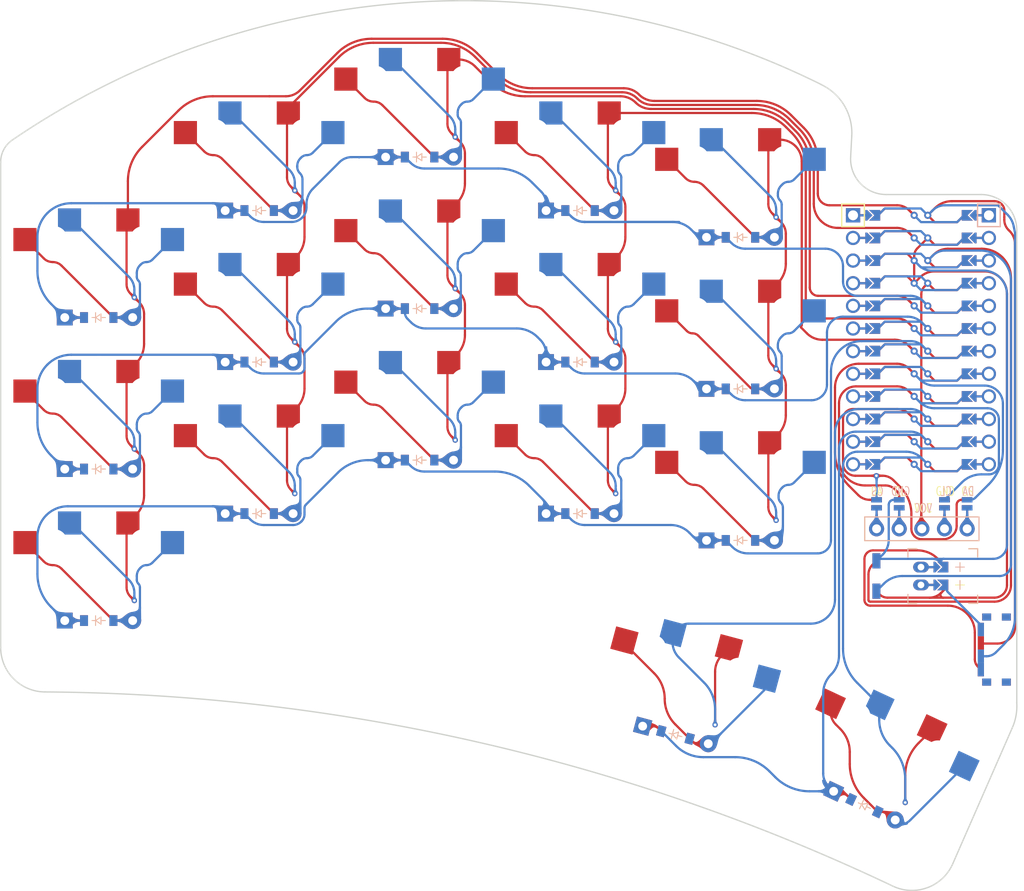
<source format=kicad_pcb>
(kicad_pcb (version 20211014) (generator pcbnew)
  (title_block (title "3x5_2") (rev "v1.0.0") (company "Unknown"))
  (layers (0 "F.Cu" signal) (31 "B.Cu" signal) (34 "B.Paste" user) (35 "F.Paste" user) (36 "B.SilkS" user "B.Silkscreen") (37 "F.SilkS" user "F.Silkscreen") (38 "B.Mask" user) (39 "F.Mask" user) (44 "Edge.Cuts" user))
  (net 0 "")
  (net 1 "P1")
  (net 2 "pinky_bot")
  (net 3 "pinky_mid")
  (net 4 "pinky_top")
  (net 5 "P0")
  (net 6 "ring_bot")
  (net 7 "ring_mid")
  (net 8 "ring_top")
  (net 9 "P2")
  (net 10 "middle_bot")
  (net 11 "middle_mid")
  (net 12 "middle_top")
  (net 13 "P3")
  (net 14 "index_bot")
  (net 15 "index_mid")
  (net 16 "index_top")
  (net 17 "P4")
  (net 18 "inner_bot")
  (net 19 "inner_mid")
  (net 20 "inner_top")
  (net 21 "P14")
  (net 22 "out_home")
  (net 23 "P10")
  (net 24 "in_home")
  (net 25 "P19")
  (net 26 "P20")
  (net 27 "P21")
  (net 28 "P16")
  (net 29 "P7")
  (net 30 "RAW")
  (net 31 "GND")
  (net 32 "RST")
  (net 33 "VCC")
  (net 34 "P18")
  (net 35 "P15")
  (net 36 "P5")
  (net 37 "P6")
  (net 38 "P8")
  (net 39 "P9")
  (net 40 "DISP1_1")
  (net 41 "DISP1_2")
  (net 42 "DISP1_4")
  (net 43 "DISP1_5")
  (net 44 "pos")
  (net 45 "JST1_1")
  (net 46 "JST1_2")
  (footprint "PG1350" (layer "F.Cu") (at 18 -46)
    (fp_text reference "S6" hide)
    (fp_text value "" hide)
  )
  (footprint "ComboDiode" (layer "F.Cu") (at 18 -24)
    (fp_text reference "D5" hide)
    (fp_text value "" hide)
  )
  (footprint "PG1350" (layer "F.Cu") (at 36 -52)
    (fp_text reference "S9" hide)
    (fp_text value "" hide)
  )
  (footprint "PG1350" (layer "F.Cu") (at 54 -29)
    (fp_text reference "S11" hide)
    (fp_text value "" hide)
  )
  (footprint "ComboDiode" (layer "F.Cu") (at 36 -13)
    (fp_text reference "D7" hide)
    (fp_text value "" hide)
  )
  (footprint "VIA-0.6mm" (layer "F.Cu") (at 40 -32.25)
    (fp_text reference "REF**" hide)
    (fp_text value "VIA-0.6mm" hide)
  )
  (footprint "VIA-0.6mm" (layer "F.Cu") (at 4 -14.25)
    (fp_text reference "REF**" hide)
    (fp_text value "VIA-0.6mm" hide)
  )
  (footprint "PG1350" (layer "F.Cu") (at 0 -34)
    (fp_text reference "S3" hide)
    (fp_text value "" hide)
  )
  (footprint "VIA-0.6mm" (layer "F.Cu") (at 4 -31.25)
    (fp_text reference "REF**" hide)
    (fp_text value "VIA-0.6mm" hide)
  )
  (footprint "ComboDiode" (layer "F.Cu") (at 0 -12)
    (fp_text reference "D2" hide)
    (fp_text value "" hide)
  )
  (footprint "VIA-0.6mm" (layer "F.Cu") (at 58 -9.25)
    (fp_text reference "REF**" hide)
    (fp_text value "VIA-0.6mm" hide)
  )
  (footprint "VIA-0.6mm" (layer "F.Cu") (at 22 -26.25)
    (fp_text reference "REF**" hide)
    (fp_text value "VIA-0.6mm" hide)
  )
  (footprint "VIA-0.6mm" (layer "F.Cu") (at 58 -26.25)
    (fp_text reference "REF**" hide)
    (fp_text value "VIA-0.6mm" hide)
  )
  (footprint "PG1350" (layer "F.Cu") (at 88.020322 21.229699 -25)
    (fp_text reference "S17" hide)
    (fp_text value "" hide)
  )
  (footprint "VIA-0.6mm" (layer "F.Cu") (at 58 -43.25)
    (fp_text reference "REF**" hide)
    (fp_text value "VIA-0.6mm" hide)
  )
  (footprint "ComboDiode" (layer "F.Cu") (at 54 -41)
    (fp_text reference "D12" hide)
    (fp_text value "" hide)
  )
  (footprint "ComboDiode" (layer "F.Cu") (at 64.705905 17.829629 -15)
    (fp_text reference "D16" hide)
    (fp_text value "" hide)
  )
  (footprint "JST_PH_S2B-PH-K" (layer "F.Cu") (at 92.25 0 90)
    (fp_text reference "JST1" hide)
    (fp_text value "")
  )
  (footprint "nice!view" (layer "F.Cu") (at 92.35 -22)
    (fp_text reference "DISP1" hide)
    (fp_text value "")
  )
  (footprint "PG1350" (layer "F.Cu") (at 72 -26)
    (fp_text reference "S14" hide)
    (fp_text value "" hide)
  )
  (footprint "VIA-0.6mm" (layer "F.Cu") (at 40 -15.25)
    (fp_text reference "REF**" hide)
    (fp_text value "VIA-0.6mm" hide)
  )
  (footprint "PG1350" (layer "F.Cu") (at 18 -29)
    (fp_text reference "S5" hide)
    (fp_text value "" hide)
  )
  (footprint "VIA-0.6mm" (layer "F.Cu") (at 76 -6.25)
    (fp_text reference "REF**" hide)
    (fp_text value "VIA-0.6mm" hide)
  )
  (footprint "ComboDiode" (layer "F.Cu") (at 54 -7)
    (fp_text reference "D10" hide)
    (fp_text value "" hide)
  )
  (footprint "ComboDiode" (layer "F.Cu") (at 72 -38)
    (fp_text reference "D15" hide)
    (fp_text value "" hide)
  )
  (footprint "PG1350" (layer "F.Cu") (at 18 -12)
    (fp_text reference "S4" hide)
    (fp_text value "" hide)
  )
  (footprint "PG1350" (layer "F.Cu") (at 72 -9)
    (fp_text reference "S13" hide)
    (fp_text value "" hide)
  )
  (footprint "ComboDiode" (layer "F.Cu") (at 18 -7)
    (fp_text reference "D4" hide)
    (fp_text value "" hide)
  )
  (footprint "VIA-0.6mm" (layer "F.Cu") (at 87.25 -11.25)
    (fp_text reference "REF**" hide)
    (fp_text value "VIA-0.6mm" hide)
  )
  (footprint "PG1350" (layer "F.Cu") (at 0 0)
    (fp_text reference "S1" hide)
    (fp_text value "" hide)
  )
  (footprint "ComboDiode" (layer "F.Cu") (at 54 -24)
    (fp_text reference "D11" hide)
    (fp_text value "" hide)
  )
  (footprint "ComboDiode" (layer "F.Cu") (at 18 -41)
    (fp_text reference "D6" hide)
    (fp_text value "" hide)
  )
  (footprint "PG1350" (layer "F.Cu") (at 66 13 -15)
    (fp_text reference "S16" hide)
    (fp_text value "" hide)
  )
  (footprint "PG1350" (layer "F.Cu") (at 54 -46)
    (fp_text reference "S12" hide)
    (fp_text value "" hide)
  )
  (footprint "VIA-0.6mm" (layer "F.Cu") (at 90.483352 25.412518 -25)
    (fp_text reference "REF**" hide)
    (fp_text value "VIA-0.6mm" hide)
  )
  (footprint "VIA-0.6mm" (layer "F.Cu") (at 22 -9.25)
    (fp_text reference "REF**" hide)
    (fp_text value "VIA-0.6mm" hide)
  )
  (footprint "PG1350" (layer "F.Cu") (at 36 -18)
    (fp_text reference "S7" hide)
    (fp_text value "" hide)
  )
  (footprint "VIA-0.6mm" (layer "F.Cu") (at 76 -23.25)
    (fp_text reference "REF**" hide)
    (fp_text value "VIA-0.6mm" hide)
  )
  (footprint "ComboDiode" (layer "F.Cu") (at 36 -47)
    (fp_text reference "D9" hide)
    (fp_text value "" hide)
  )
  (footprint "ComboDiode" (layer "F.Cu") (at 85.90723 25.761238 -25)
    (fp_text reference "D17" hide)
    (fp_text value "" hide)
  )
  (footprint "PG1350" (layer "F.Cu") (at 54 -12)
    (fp_text reference "S10" hide)
    (fp_text value "" hide)
  )
  (footprint "VIA-0.6mm" (layer "F.Cu") (at 4 2.75)
    (fp_text reference "REF**" hide)
    (fp_text value "VIA-0.6mm" hide)
  )
  (footprint "Button_Switch_SMD:SW_SPDT_PCM12" (layer "F.Cu") (at 100.4 8.25 90)
    (fp_text reference "")
    (fp_text value "")
  )
  (footprint "ComboDiode" (layer "F.Cu") (at 72 -21)
    (fp_text reference "D14" hide)
    (fp_text value "" hide)
  )
  (footprint "ComboDiode" (layer "F.Cu") (at 36 -30)
    (fp_text reference "D8" hide)
    (fp_text value "" hide)
  )
  (footprint "PG1350" (layer "F.Cu") (at 0 -17)
    (fp_text reference "S2" hide)
    (fp_text value "" hide)
  )
  (footprint "PG1350" (layer "F.Cu") (at 72 -43)
    (fp_text reference "S15" hide)
    (fp_text value "" hide)
  )
  (footprint "PG1350" (layer "F.Cu") (at 36 -35)
    (fp_text reference "S8" hide)
    (fp_text value "" hide)
  )
  (footprint "ComboDiode" (layer "F.Cu") (at 0 5)
    (fp_text reference "D1" hide)
    (fp_text value "" hide)
  )
  (footprint "VIA-0.6mm" (layer "F.Cu") (at 69.151951 16.691572 -15)
    (fp_text reference "REF**" hide)
    (fp_text value "VIA-0.6mm" hide)
  )
  (footprint "ComboDiode" (layer "F.Cu") (at 72 -4)
    (fp_text reference "D13" hide)
    (fp_text value "" hide)
  )
  (footprint "ComboDiode" (layer "F.Cu") (at 0 -29)
    (fp_text reference "D3" hide)
    (fp_text value "" hide)
  )
  (footprint "VIA-0.6mm" (layer "F.Cu") (at 22 -43.25)
    (fp_text reference "REF**" hide)
    (fp_text value "VIA-0.6mm" hide)
  )
  (footprint "Button_Switch_SMD:SW_SPST_B3U-1000P" (layer "F.Cu") (at 87.25 0 90)
    (fp_text reference "")
    (fp_text value "")
  )
  (footprint "ProMicro" (layer "F.Cu") (at 92.25 -26.5 -90)
    (fp_text reference "MCU1" hide)
    (fp_text value "")
  )
  (footprint "VIA-0.6mm" (layer "F.Cu") (at 76 -40.25)
    (fp_text reference "REF**" hide)
    (fp_text value "VIA-0.6mm" hide)
  )
  (footprint "VIA-0.6mm" (layer "F.Cu") (at 40 -49.25)
    (fp_text reference "REF**" hide)
    (fp_text value "VIA-0.6mm" hide)
  )
  (gr_arc (start 102.994991 14.2) (mid 102.919111 15.633643) (end 102.504833 17.00822) (layer "Edge.Cuts") (width 0.15))
  (gr_line (start 102.504833 17.00822) (end 95.819813 32.278197) (layer "Edge.Cuts") (width 0.15))
  (gr_arc (start -11 -46.438803) (mid -10.65226 -47.840772) (end -9.689655 -48.917727) (layer "Edge.Cuts") (width 0.15))
  (gr_arc (start 95.819814 32.278197) (mid 92.98783 34.957371) (end 89.093001 34.788799) (layer "Edge.Cuts") (width 0.15))
  (gr_arc (start -6.032608 13.004785) (mid 42.725452 18.677397) (end 89.093001 34.788799) (layer "Edge.Cuts") (width 0.15))
  (gr_arc (start -6.032609 13.004785) (mid -9.547044 11.528877) (end -11 8.004891) (layer "Edge.Cuts") (width 0.15))
  (gr_line (start 88.35366 -42.8) (end 99 -42.8) (layer "Edge.Cuts") (width 0.15))
  (gr_line (start -11 -35.75) (end -11 -46.438803) (layer "Edge.Cuts") (width 0.15))
  (gr_line (start -11 8.004891) (end -11 -35.75) (layer "Edge.Cuts") (width 0.15))
  (gr_line (start 103 14.2) (end 103 -38.8) (layer "Edge.Cuts") (width 0.15))
  (gr_line (start 81 -55.160294) (end 81 -55.172578) (layer "Edge.Cuts") (width 0.15))
  (gr_arc (start 99 -42.8) (mid 101.828427 -41.628427) (end 103 -38.8) (layer "Edge.Cuts") (width 0.15))
  (gr_arc (start 81 -55.160295) (mid 83.632356 -52.809022) (end 84.487274 -49.384567) (layer "Edge.Cuts") (width 0.15))
  (gr_line (start 84.487274 -49.384567) (end 84.359468 -47.015476) (layer "Edge.Cuts") (width 0.15))
  (gr_arc (start 88.35366 -42.8) (mid 85.45005 -44.04881) (end 84.359468 -47.015476) (layer "Edge.Cuts") (width 0.15))
  (gr_line (start 102.994991 14.2) (end 103 14.2) (layer "Edge.Cuts") (width 0.15))
  (gr_arc (start -9.689655 -48.917727) (mid 34.807426 -64.336703) (end 81 -55.172577) (layer "Edge.Cuts") (width 0.15))
  (segment (start 80.675001 -46.455223) (end 80.675001 -42.907089) (width 0.25) (layer "F.Cu") (net 1))
  (segment (start 4 -31.25) (end 3.562499 -31.6875) (width 0.25) (layer "F.Cu") (net 1))
  (segment (start 89.567504 -41.595) (end 81.98709 -41.595) (width 0.25) (layer "F.Cu") (net 1))
  (segment (start 5.0875 -12.393521) (end 5.0875 -9.044131) (width 0.25) (layer "F.Cu") (net 1))
  (segment (start 4.54375 -30.70625) (end 4 -31.25) (width 0.25) (layer "F.Cu") (net 1))
  (segment (start 4.54375 -13.70625) (end 4 -14.25) (width 0.25) (layer "F.Cu") (net 1))
  (segment (start 44.792601 -56.318793) (end 42.430187 -58.681208) (width 0.25) (layer "F.Cu") (net 1))
  (segment (start 22.565418 -54.476814) (end 26.769812 -58.681208) (width 0.25) (layer "F.Cu") (net 1))
  (segment (start 3.124999 -15.74372) (end 3.124999 -22.693932) (width 0.25) (layer "F.Cu") (net 1))
  (segment (start 3.124999 -5.693932) (end 3.124999 1.256279) (width 0.25) (layer "F.Cu") (net 1))
  (segment (start 30.617568 -60.275001) (end 38.582431 -60.275001) (width 0.25) (layer "F.Cu") (net 1))
  (segment (start 3.35 -6.025) (end 4.18125 -6.85625) (width 0.25) (layer "F.Cu") (net 1))
  (segment (start 3.35 -6.025) (end 3.199999 -5.874999) (width 0.25) (layer "F.Cu") (net 1))
  (segment (start 90.9255 -41.0325) (end 91.488 -40.47) (width 0.25) (layer "F.Cu") (net 1))
  (segment (start 4 -14.25) (end 3.562499 -14.6875) (width 0.25) (layer "F.Cu") (net 1))
  (segment (start 4.868792 -48.143792) (end 8.956208 -52.231208) (width 0.25) (layer "F.Cu") (net 1))
  (segment (start 3.562499 2.312499) (end 4 2.75) (width 0.25) (layer "F.Cu") (net 1))
  (segment (start 3.275 -40.056066) (end 3.275 -44.296036) (width 0.25) (layer "F.Cu") (net 1))
  (segment (start 3.35 -23.025) (end 4.18125 -23.85625) (width 0.25) (layer "F.Cu") (net 1))
  (segment (start 5.0875 -29.393521) (end 5.0875 -26.044131) (width 0.25) (layer "F.Cu") (net 1))
  (segment (start 48.640358 -54.725001) (end 58.900163 -54.725001) (width 0.25) (layer "F.Cu") (net 1))
  (segment (start 20.991802 -53.825001) (end 19.148196 -53.825001) (width 0.25) (layer "F.Cu") (net 1))
  (segment (start 19.148196 -53.825001) (end 12.803964 -53.825001) (width 0.25) (layer "F.Cu") (net 1))
  (segment (start 3.35 -23.025) (end 3.199999 -22.874999) (width 0.25) (layer "F.Cu") (net 1))
  (segment (start 79.081207 -50.302979) (end 77.67798 -51.706207) (width 0.25) (layer "F.Cu") (net 1))
  (segment (start 3.124999 -39.693932) (end 3.124999 -32.74372) (width 0.25) (layer "F.Cu") (net 1))
  (segment (start 73.830224 -53.3) (end 62.340419 -53.3) (width 0.25) (layer "F.Cu") (net 1))
  (arc (start 4.54375 -30.70625) (mid 4.946183 -30.103964) (end 5.0875 -29.393521) (width 0.25) (layer "F.Cu") (net 1))
  (arc (start 3.124999 -32.74372) (mid 3.238701 -32.172098) (end 3.562499 -31.6875) (width 0.25) (layer "F.Cu") (net 1))
  (arc (start 81.059303 -41.979302) (mid 81.484975 -41.694876) (end 81.98709 -41.595) (width 0.25) (layer "F.Cu") (net 1))
  (arc (start 3.199999 -39.874999) (mid 3.14449 -39.791924) (end 3.124999 -39.693932) (width 0.25) (layer "F.Cu") (net 1))
  (arc (start 77.67798 -51.706207) (mid 75.912614 -52.885786) (end 73.830224 -53.3) (width 0.25) (layer "F.Cu") (net 1))
  (arc (start 3.124999 -15.74372) (mid 3.238701 -15.172098) (end 3.562499 -14.6875) (width 0.25) (layer "F.Cu") (net 1))
  (arc (start 44.792601 -56.318793) (mid 46.557967 -55.139214) (end 48.640358 -54.725001) (width 0.25) (layer "F.Cu") (net 1))
  (arc (start 60.620291 -54.0125) (mid 61.409492 -53.485172) (end 62.340419 -53.3) (width 0.25) (layer "F.Cu") (net 1))
  (arc (start 60.620291 -54.0125) (mid 59.831089 -54.539828) (end 58.900163 -54.725001) (width 0.25) (layer "F.Cu") (net 1))
  (arc (start 5.0875 -26.044131) (mid 4.851973 -24.860058) (end 4.18125 -23.85625) (width 0.25) (layer "F.Cu") (net 1))
  (arc (start 12.803964 -53.825001) (mid 10.721573 -53.410787) (end 8.956208 -52.231208) (width 0.25) (layer "F.Cu") (net 1))
  (arc (start 79.081207 -50.302979) (mid 80.260787 -48.537613) (end 80.675001 -46.455223) (width 0.25) (layer "F.Cu") (net 1))
  (arc (start 4.868792 -48.143792) (mid 3.689213 -46.378426) (end 3.275 -44.296036) (width 0.25) (layer "F.Cu") (net 1))
  (arc (start 3.199999 -5.874999) (mid 3.14449 -5.791924) (end 3.124999 -5.693932) (width 0.25) (layer "F.Cu") (net 1))
  (arc (start 90.9255 -41.0325) (mid 90.302446 -41.448811) (end 89.567504 -41.595) (width 0.25) (layer "F.Cu") (net 1))
  (arc (start 30.617568 -60.275001) (mid 28.535177 -59.860787) (end 26.769812 -58.681208) (width 0.25) (layer "F.Cu") (net 1))
  (arc (start 80.675001 -42.907089) (mid 80.774877 -42.404974) (end 81.059303 -41.979302) (width 0.25) (layer "F.Cu") (net 1))
  (arc (start 4.54375 -13.70625) (mid 4.946183 -13.103964) (end 5.0875 -12.393521) (width 0.25) (layer "F.Cu") (net 1))
  (arc (start 22.565418 -54.476814) (mid 21.843436 -53.994401) (end 20.991802 -53.825001) (width 0.25) (layer "F.Cu") (net 1))
  (arc (start 42.430187 -58.681208) (mid 40.664821 -59.860787) (end 38.582431 -60.275001) (width 0.25) (layer "F.Cu") (net 1))
  (arc (start 5.0875 -9.044131) (mid 4.851973 -7.860058) (end 4.18125 -6.85625) (width 0.25) (layer "F.Cu") (net 1))
  (arc (start 3.275 -40.056066) (mid 3.255507 -39.958073) (end 3.199999 -39.874999) (width 0.25) (layer "F.Cu") (net 1))
  (arc (start 3.199999 -22.874999) (mid 3.14449 -22.791924) (end 3.124999 -22.693932) (width 0.25) (layer "F.Cu") (net 1))
  (arc (start 3.124999 1.256279) (mid 3.238701 1.827901) (end 3.562499 2.312499) (width 0.25) (layer "F.Cu") (net 1))
  (segment (start 4 -32.1025) (end 4 -31.25) (width 0.25) (layer "B.Cu") (net 1))
  (segment (start 4 -15.1025) (end 4 -14.25) (width 0.25) (layer "B.Cu") (net 1))
  (segment (start -3.134999 -39.95) (end -3.275 -39.95) (width 0.25) (layer "B.Cu") (net 1))
  (segment (start -3.134999 -5.95) (end -3.275 -5.95) (width 0.25) (layer "B.Cu") (net 1))
  (segment (start -3.134999 -22.95) (end -3.275 -22.95) (width 0.25) (layer "B.Cu") (net 1))
  (segment (start 3.397191 0.44219) (end -2.896003 -5.851004) (width 0.25) (layer "B.Cu") (net 1))
  (segment (start 3.397191 -16.557809) (end -2.896003 -22.851004) (width 0.25) (layer "B.Cu") (net 1))
  (segment (start -2.896003 -39.851004) (end 3.397191 -33.557809) (width 0.25) (layer "B.Cu") (net 1))
  (segment (start 4 1.897499) (end 4 2.75) (width 0.25) (layer "B.Cu") (net 1))
  (arc (start 3.397191 -16.557809) (mid 3.843335 -15.890107) (end 4 -15.1025) (width 0.25) (layer "B.Cu") (net 1))
  (arc (start -2.896003 -5.851004) (mid -3.005655 -5.924271) (end -3.134999 -5.95) (width 0.25) (layer "B.Cu") (net 1))
  (arc (start 3.397191 -33.557809) (mid 3.843335 -32.890107) (end 4 -32.1025) (width 0.25) (layer "B.Cu") (net 1))
  (arc (start 3.397191 0.44219) (mid 3.843335 1.109891) (end 4 1.897499) (width 0.25) (layer "B.Cu") (net 1))
  (arc (start -2.896003 -39.851004) (mid -3.005655 -39.924271) (end -3.134999 -39.95) (width 0.25) (layer "B.Cu") (net 1))
  (arc (start -2.896003 -22.851004) (mid -3.005655 -22.924271) (end -3.134999 -22.95) (width 0.25) (layer "B.Cu") (net 1))
  (segment (start 1.65 5) (end -4.160475 -0.810475) (width 0.25) (layer "F.Cu") (net 2))
  (segment (start 1.65 5) (end 3.81 5) (width 0.25) (layer "F.Cu") (net 2))
  (segment (start -6.166326 -1.641326) (end -8.275 -3.75) (width 0.25) (layer "F.Cu") (net 2))
  (arc (start -4.160475 -0.810475) (mid -4.620621 -1.117935) (end -5.163401 -1.225901) (width 0.25) (layer "F.Cu") (net 2))
  (arc (start -6.166326 -1.641326) (mid -5.70618 -1.333866) (end -5.163401 -1.225901) (width 0.25) (layer "F.Cu") (net 2))
  (segment (start 3.233707 5) (end 1.65 5) (width 0.25) (layer "B.Cu") (net 2))
  (segment (start 4.625 3.608707) (end 4.625 1.281727) (width 0.25) (layer "B.Cu") (net 2))
  (segment (start 6.019137 -1.494137) (end 8.275 -3.75) (width 0.25) (layer "B.Cu") (net 2))
  (segment (start 4.633157 -0.866843) (end 4.723978 -0.957664) (width 0.25) (layer "B.Cu") (net 2))
  (segment (start 4.274099 0.434577) (end 4.274099 0) (width 0.25) (layer "B.Cu") (net 2))
  (arc (start 4.449549 0.858152) (mid 4.579401 1.05249) (end 4.625 1.281727) (width 0.25) (layer "B.Cu") (net 2))
  (arc (start 4.2175 4.5925) (mid 3.766132 4.894094) (end 3.233707 5) (width 0.25) (layer "B.Cu") (net 2))
  (arc (start 4.633157 -0.866843) (mid 4.367415 -0.469132) (end 4.274099 0) (width 0.25) (layer "B.Cu") (net 2))
  (arc (start 5.371558 -1.225901) (mid 5.02109 -1.156188) (end 4.723978 -0.957664) (width 0.25) (layer "B.Cu") (net 2))
  (arc (start 4.625 3.608707) (mid 4.519094 4.141132) (end 4.2175 4.5925) (width 0.25) (layer "B.Cu") (net 2))
  (arc (start 4.274099 0.434577) (mid 4.319696 0.663814) (end 4.449549 0.858152) (width 0.25) (layer "B.Cu") (net 2))
  (arc (start 6.019137 -1.494137) (mid 5.722025 -1.295613) (end 5.371558 -1.225901) (width 0.25) (layer "B.Cu") (net 2))
  (segment (start -4.160475 -17.810475) (end 1.65 -12) (width 0.25) (layer "F.Cu") (net 3))
  (segment (start -6.166326 -18.641326) (end -8.275 -20.75) (width 0.25) (layer "F.Cu") (net 3))
  (segment (start 1.65 -12) (end 3.81 -12) (width 0.25) (layer "F.Cu") (net 3))
  (arc (start -6.166326 -18.641326) (mid -5.70618 -18.333866) (end -5.163401 -18.225901) (width 0.25) (layer "F.Cu") (net 3))
  (arc (start -4.160475 -17.810475) (mid -4.620621 -18.117935) (end -5.163401 -18.225901) (width 0.25) (layer "F.Cu") (net 3))
  (segment (start 3.233707 -12) (end 1.65 -12) (width 0.25) (layer "B.Cu") (net 3))
  (segment (start 6.019137 -18.494137) (end 8.275 -20.75) (width 0.25) (layer "B.Cu") (net 3))
  (segment (start 4.625 -13.391292) (end 4.625 -15.718272) (width 0.25) (layer "B.Cu") (net 3))
  (segment (start 4.633157 -17.866843) (end 4.723978 -17.957664) (width 0.25) (layer "B.Cu") (net 3))
  (segment (start 4.274099 -16.565422) (end 4.274099 -17) (width 0.25) (layer "B.Cu") (net 3))
  (arc (start 6.019137 -18.494137) (mid 5.722025 -18.295613) (end 5.371558 -18.225901) (width 0.25) (layer "B.Cu") (net 3))
  (arc (start 4.633157 -17.866843) (mid 4.367415 -17.469132) (end 4.274099 -17) (width 0.25) (layer "B.Cu") (net 3))
  (arc (start 4.625 -13.391292) (mid 4.519094 -12.858867) (end 4.2175 -12.4075) (width 0.25) (layer "B.Cu") (net 3))
  (arc (start 4.2175 -12.4075) (mid 3.766132 -12.105905) (end 3.233707 -12) (width 0.25) (layer "B.Cu") (net 3))
  (arc (start 4.449549 -16.141847) (mid 4.579401 -15.947509) (end 4.625 -15.718272) (width 0.25) (layer "B.Cu") (net 3))
  (arc (start 4.274099 -16.565422) (mid 4.319696 -16.336185) (end 4.449549 -16.141847) (width 0.25) (layer "B.Cu") (net 3))
  (arc (start 5.371558 -18.225901) (mid 5.02109 -18.156188) (end 4.723978 -17.957664) (width 0.25) (layer "B.Cu") (net 3))
  (segment (start -6.166326 -35.641326) (end -8.275 -37.75) (width 0.25) (layer "F.Cu") (net 4))
  (segment (start -4.160475 -34.810475) (end 1.65 -29) (width 0.25) (layer "F.Cu") (net 4))
  (segment (start 1.65 -29) (end 3.81 -29) (width 0.25) (layer "F.Cu") (net 4))
  (arc (start -4.160475 -34.810475) (mid -4.620621 -35.117935) (end -5.163401 -35.225901) (width 0.25) (layer "F.Cu") (net 4))
  (arc (start -6.166326 -35.641326) (mid -5.70618 -35.333866) (end -5.163401 -35.225901) (width 0.25) (layer "F.Cu") (net 4))
  (segment (start 4.274099 -33.565422) (end 4.274099 -34) (width 0.25) (layer "B.Cu") (net 4))
  (segment (start 3.233707 -29) (end 1.65 -29) (width 0.25) (layer "B.Cu") (net 4))
  (segment (start 4.723978 -34.957664) (end 4.633157 -34.866843) (width 0.25) (layer "B.Cu") (net 4))
  (segment (start 4.625 -30.391292) (end 4.625 -32.718272) (width 0.25) (layer "B.Cu") (net 4))
  (segment (start 6.019137 -35.494137) (end 8.275 -37.75) (width 0.25) (layer "B.Cu") (net 4))
  (arc (start 4.2175 -29.4075) (mid 3.766132 -29.105905) (end 3.233707 -29) (width 0.25) (layer "B.Cu") (net 4))
  (arc (start 4.633157 -34.866843) (mid 4.367415 -34.469132) (end 4.274099 -34) (width 0.25) (layer "B.Cu") (net 4))
  (arc (start 4.274099 -33.565422) (mid 4.319696 -33.336185) (end 4.449549 -33.141847) (width 0.25) (layer "B.Cu") (net 4))
  (arc (start 4.449549 -33.141847) (mid 4.579401 -32.947509) (end 4.625 -32.718272) (width 0.25) (layer "B.Cu") (net 4))
  (arc (start 4.625 -30.391292) (mid 4.519094 -29.858867) (end 4.2175 -29.4075) (width 0.25) (layer "B.Cu") (net 4))
  (arc (start 6.019137 -35.494137) (mid 5.722025 -35.295613) (end 5.371558 -35.225901) (width 0.25) (layer "B.Cu") (net 4))
  (arc (start 5.371558 -35.225901) (mid 5.02109 -35.156188) (end 4.723978 -34.957664) (width 0.25) (layer "B.Cu") (net 4))
  (segment (start 80.225001 -41.760764) (end 80.225001 -46.268827) (width 0.25) (layer "F.Cu") (net 5))
  (segment (start 90.9255 -38.4925) (end 91.488 -37.93) (width 0.25) (layer "F.Cu") (net 5))
  (segment (start 77.491584 -51.256206) (end 78.631208 -50.116583) (width 0.25) (layer "F.Cu") (net 5))
  (segment (start 21.562499 -26.6875) (end 22 -26.25) (width 0.25) (layer "F.Cu") (net 5))
  (segment (start 73.643828 -52.85) (end 62.154023 -52.85) (width 0.25) (layer "F.Cu") (net 5))
  (segment (start 42.243791 -58.231208) (end 44.606206 -55.868793) (width 0.25) (layer "F.Cu") (net 5))
  (segment (start 30.803964 -59.825001) (end 38.396035 -59.825001) (width 0.25) (layer "F.Cu") (net 5))
  (segment (start 21.35 -18.025) (end 21.199999 -17.874999) (width 0.25) (layer "F.Cu") (net 5))
  (segment (start 89.567504 -39.055) (end 82.930765 -39.055) (width 0.25) (layer "F.Cu") (net 5))
  (segment (start 22.18125 -35.85625) (end 21.35 -35.025) (width 0.25) (layer "F.Cu") (net 5))
  (segment (start 21.124999 -17.693932) (end 21.124999 -10.74372) (width 0.25) (layer "F.Cu") (net 5))
  (segment (start 21.124999 -51.693932) (end 21.124999 -44.74372) (width 0.25) (layer "F.Cu") (net 5))
  (segment (start 21.275 -52.056066) (end 21.275 -52.25) (width 0.25) (layer "F.Cu") (net 5))
  (segment (start 21.35 -18.025) (end 22.18125 -18.85625) (width 0.25) (layer "F.Cu") (net 5))
  (segment (start 21.124999 -27.74372) (end 21.124999 -34.693932) (width 0.25) (layer "F.Cu") (net 5))
  (segment (start 21.562499 -9.6875) (end 22 -9.25) (width 0.25) (layer "F.Cu") (net 5))
  (segment (start 21.35 -35.025) (end 21.199999 -34.874999) (width 0.25) (layer "F.Cu") (net 5))
  (segment (start 58.713767 -54.275001) (end 48.453962 -54.275001) (width 0.25) (layer "F.Cu") (net 5))
  (segment (start 21.562499 -43.6875) (end 22 -43.25) (width 0.25) (layer "F.Cu") (net 5))
  (segment (start 22.54375 -42.70625) (end 22 -43.25) (width 0.25) (layer "F.Cu") (net 5))
  (segment (start 22.54375 -25.70625) (end 22 -26.25) (width 0.25) (layer "F.Cu") (net 5))
  (segment (start 23.0875 -38.044131) (end 23.0875 -41.393521) (width 0.25) (layer "F.Cu") (net 5))
  (segment (start 23.0875 -21.044131) (end 23.0875 -24.393521) (width 0.25) (layer "F.Cu") (net 5))
  (segment (start 26.956208 -58.231208) (end 21.487132 -52.762132) (width 0.25) (layer "F.Cu") (net 5))
  (arc (start 23.0875 -38.044131) (mid 22.851973 -36.860058) (end 22.18125 -35.85625) (width 0.25) (layer "F.Cu") (net 5))
  (arc (start 21.124999 -44.74372) (mid 21.238701 -44.172098) (end 21.562499 -43.6875) (width 0.25) (layer "F.Cu") (net 5))
  (arc (start 30.803964 -59.825001) (mid 28.721573 -59.410787) (end 26.956208 -58.231208) (width 0.25) (layer "F.Cu") (net 5))
  (arc (start 22.54375 -25.70625) (mid 22.946183 -25.103964) (end 23.0875 -24.393521) (width 0.25) (layer "F.Cu") (net 5))
  (arc (start 80.225001 -41.760764) (mid 80.430965 -40.725313) (end 81.017501 -39.8475) (width 0.25) (layer "F.Cu") (net 5))
  (arc (start 21.487132 -52.762132) (mid 21.330131 -52.527163) (end 21.275 -52.25) (width 0.25) (layer "F.Cu") (net 5))
  (arc (start 60.433895 -53.5625) (mid 59.644693 -54.089828) (end 58.713767 -54.275001) (width 0.25) (layer "F.Cu") (net 5))
  (arc (start 21.124999 -10.74372) (mid 21.238701 -10.172098) (end 21.562499 -9.6875) (width 0.25) (layer "F.Cu") (net 5))
  (arc (start 21.199999 -34.874999) (mid 21.14449 -34.791924) (end 21.124999 -34.693932) (width 0.25) (layer "F.Cu") (net 5))
  (arc (start 21.199999 -51.874999) (mid 21.14449 -51.791924) (end 21.124999 -51.693932) (width 0.25) (layer "F.Cu") (net 5))
  (arc (start 21.275 -52.056066) (mid 21.255507 -51.958073) (end 21.199999 -51.874999) (width 0.25) (layer "F.Cu") (net 5))
  (arc (start 23.0875 -21.044131) (mid 22.851973 -19.860058) (end 22.18125 -18.85625) (width 0.25) (layer "F.Cu") (net 5))
  (arc (start 78.631208 -50.116583) (mid 79.810787 -48.351217) (end 80.225001 -46.268827) (width 0.25) (layer "F.Cu") (net 5))
  (arc (start 60.433895 -53.5625) (mid 61.223096 -53.035172) (end 62.154023 -52.85) (width 0.25) (layer "F.Cu") (net 5))
  (arc (start 90.9255 -38.4925) (mid 90.302446 -38.908811) (end 89.567504 -39.055) (width 0.25) (layer "F.Cu") (net 5))
  (arc (start 44.606206 -55.868793) (mid 46.371571 -54.689214) (end 48.453962 -54.275001) (width 0.25) (layer "F.Cu") (net 5))
  (arc (start 21.199999 -17.874999) (mid 21.14449 -17.791924) (end 21.124999 -17.693932) (width 0.25) (layer "F.Cu") (net 5))
  (arc (start 22.54375 -42.70625) (mid 22.946183 -42.103964) (end 23.0875 -41.393521) (width 0.25) (layer "F.Cu") (net 5))
  (arc (start 42.243791 -58.231208) (mid 40.478425 -59.410787) (end 38.396035 -59.825001) (width 0.25) (layer "F.Cu") (net 5))
  (arc (start 21.124999 -27.74372) (mid 21.238701 -27.172098) (end 21.562499 -26.6875) (width 0.25) (layer "F.Cu") (net 5))
  (arc (start 77.491584 -51.256206) (mid 75.726218 -52.435786) (end 73.643828 -52.85) (width 0.25) (layer "F.Cu") (net 5))
  (arc (start 81.017501 -39.8475) (mid 81.895314 -39.260964) (end 82.930765 -39.055) (width 0.25) (layer "F.Cu") (net 5))
  (segment (start 21.37421 -11.645789) (end 15.191975 -17.828024) (width 0.25) (layer "B.Cu") (net 5))
  (segment (start 14.865 -51.95) (end 14.725 -51.95) (width 0.25) (layer "B.Cu") (net 5))
  (segment (start 14.8975 -17.95) (end 14.725 -17.95) (width 0.25) (layer "B.Cu") (net 5))
  (segment (start 22 -10.135) (end 22 -9.25) (width 0.25) (layer "B.Cu") (net 5))
  (segment (start 14.865 -34.95) (end 14.725 -34.95) (width 0.25) (layer "B.Cu") (net 5))
  (segment (start 22 -27.1025) (end 22 -26.25) (width 0.25) (layer "B.Cu") (net 5))
  (segment (start 21.397191 -45.557809) (end 15.103996 -51.851004) (width 0.25) (layer "B.Cu") (net 5))
  (segment (start 21.397191 -28.557809) (end 15.103996 -34.851004) (width 0.25) (layer "B.Cu") (net 5))
  (segment (start 22 -44.1025) (end 22 -43.25) (width 0.25) (layer "B.Cu") (net 5))
  (arc (start 21.397191 -45.557809) (mid 21.843335 -44.890107) (end 22 -44.1025) (width 0.25) (layer "B.Cu") (net 5))
  (arc (start 21.397191 -28.557809) (mid 21.843335 -27.890107) (end 22 -27.1025) (width 0.25) (layer "B.Cu") (net 5))
  (arc (start 21.37421 -11.645789) (mid 21.837362 -10.952633) (end 22 -10.135) (width 0.25) (layer "B.Cu") (net 5))
  (arc (start 15.191975 -17.828024) (mid 15.056868 -17.918299) (end 14.8975 -17.95) (width 0.25) (layer "B.Cu") (net 5))
  (arc (start 15.103996 -34.851004) (mid 14.994343 -34.924271) (end 14.865 -34.95) (width 0.25) (layer "B.Cu") (net 5))
  (arc (start 15.103996 -51.851004) (mid 14.994343 -51.924271) (end 14.865 -51.95) (width 0.25) (layer "B.Cu") (net 5))
  (segment (start 13.839524 -12.810475) (end 19.65 -7) (width 0.25) (layer "F.Cu") (net 6))
  (segment (start 11.833673 -13.641326) (end 9.725 -15.75) (width 0.25) (layer "F.Cu") (net 6))
  (segment (start 19.65 -7) (end 21.81 -7) (width 0.25) (layer "F.Cu") (net 6))
  (arc (start 11.833673 -13.641326) (mid 12.293819 -13.333866) (end 12.836599 -13.225901) (width 0.25) (layer "F.Cu") (net 6))
  (arc (start 13.839524 -12.810475) (mid 13.379378 -13.117935) (end 12.836599 -13.225901) (width 0.25) (layer "F.Cu") (net 6))
  (segment (start 22.625 -8.391292) (end 22.625 -10.783271) (width 0.25) (layer "B.Cu") (net 6))
  (segment (start 22.274099 -12) (end 22.274099 -11.630421) (width 0.25) (layer "B.Cu") (net 6))
  (segment (start 22.633157 -12.866843) (end 22.723978 -12.957664) (width 0.25) (layer "B.Cu") (net 6))
  (segment (start 24.019137 -13.494137) (end 26.275 -15.75) (width 0.25) (layer "B.Cu") (net 6))
  (segment (start 21.233707 -7) (end 19.65 -7) (width 0.25) (layer "B.Cu") (net 6))
  (arc (start 22.625 -8.391292) (mid 22.519094 -7.858867) (end 22.2175 -7.4075) (width 0.25) (layer "B.Cu") (net 6))
  (arc (start 22.633157 -12.866843) (mid 22.367415 -12.469132) (end 22.274099 -12) (width 0.25) (layer "B.Cu") (net 6))
  (arc (start 24.019137 -13.494137) (mid 23.722025 -13.295613) (end 23.371558 -13.225901) (width 0.25) (layer "B.Cu") (net 6))
  (arc (start 22.274099 -11.630421) (mid 22.319696 -11.401184) (end 22.449549 -11.206846) (width 0.25) (layer "B.Cu") (net 6))
  (arc (start 22.2175 -7.4075) (mid 21.766132 -7.105905) (end 21.233707 -7) (width 0.25) (layer "B.Cu") (net 6))
  (arc (start 22.449549 -11.206846) (mid 22.579401 -11.012508) (end 22.625 -10.783271) (width 0.25) (layer "B.Cu") (net 6))
  (arc (start 23.371558 -13.225901) (mid 23.02109 -13.156188) (end 22.723978 -12.957664) (width 0.25) (layer "B.Cu") (net 6))
  (segment (start 19.65 -24) (end 21.81 -24) (width 0.25) (layer "F.Cu") (net 7))
  (segment (start 11.833673 -30.641326) (end 9.725 -32.75) (width 0.25) (layer "F.Cu") (net 7))
  (segment (start 13.839524 -29.810475) (end 19.65 -24) (width 0.25) (layer "F.Cu") (net 7))
  (arc (start 11.833673 -30.641326) (mid 12.293819 -30.333866) (end 12.836599 -30.225901) (width 0.25) (layer "F.Cu") (net 7))
  (arc (start 13.839524 -29.810475) (mid 13.379378 -30.117935) (end 12.836599 -30.225901) (width 0.25) (layer "F.Cu") (net 7))
  (segment (start 22.633157 -29.866843) (end 22.723978 -29.957664) (width 0.25) (layer "B.Cu") (net 7))
  (segment (start 22.274099 -28.740339) (end 22.274099 -29) (width 0.25) (layer "B.Cu") (net 7))
  (segment (start 21.233707 -24) (end 19.65 -24) (width 0.25) (layer "B.Cu") (net 7))
  (segment (start 24.019137 -30.494137) (end 26.275 -32.75) (width 0.25) (layer "B.Cu") (net 7))
  (segment (start 22.625 -25.391292) (end 22.625 -27.893189) (width 0.25) (layer "B.Cu") (net 7))
  (arc (start 22.449549 -28.316764) (mid 22.579401 -28.122426) (end 22.625 -27.893189) (width 0.25) (layer "B.Cu") (net 7))
  (arc (start 23.371558 -30.225901) (mid 23.02109 -30.156188) (end 22.723978 -29.957664) (width 0.25) (layer "B.Cu") (net 7))
  (arc (start 22.625 -25.391292) (mid 22.519094 -24.858867) (end 22.2175 -24.4075) (width 0.25) (layer "B.Cu") (net 7))
  (arc (start 22.633157 -29.866843) (mid 22.367415 -29.469132) (end 22.274099 -29) (width 0.25) (layer "B.Cu") (net 7))
  (arc (start 22.2175 -24.4075) (mid 21.766132 -24.105905) (end 21.233707 -24) (width 0.25) (layer "B.Cu") (net 7))
  (arc (start 22.274099 -28.740339) (mid 22.319696 -28.511102) (end 22.449549 -28.316764) (width 0.25) (layer "B.Cu") (net 7))
  (arc (start 24.019137 -30.494137) (mid 23.722025 -30.295613) (end 23.371558 -30.225901) (width 0.25) (layer "B.Cu") (net 7))
  (segment (start 13.839524 -46.810475) (end 19.65 -41) (width 0.25) (layer "F.Cu") (net 8))
  (segment (start 19.65 -41) (end 21.81 -41) (width 0.25) (layer "F.Cu") (net 8))
  (segment (start 11.833673 -47.641326) (end 9.725 -49.75) (width 0.25) (layer "F.Cu") (net 8))
  (arc (start 11.833673 -47.641326) (mid 12.293819 -47.333866) (end 12.836599 -47.225901) (width 0.25) (layer "F.Cu") (net 8))
  (arc (start 13.839524 -46.810475) (mid 13.379378 -47.117935) (end 12.836599 -47.225901) (width 0.25) (layer "F.Cu") (net 8))
  (segment (start 22.86 -44.492019) (end 22.86 -42.792462) (width 0.25) (layer "B.Cu") (net 8))
  (segment (start 24.019137 -47.494137) (end 26.275 -49.75) (width 0.25) (layer "B.Cu") (net 8))
  (segment (start 22.274099 -45.906509) (end 22.274099 -46) (width 0.25) (layer "B.Cu") (net 8))
  (segment (start 22.633157 -46.866843) (end 22.723978 -46.957664) (width 0.25) (layer "B.Cu") (net 8))
  (segment (start 21.067537 -41) (end 19.65 -41) (width 0.25) (layer "B.Cu") (net 8))
  (arc (start 22.567049 -45.199264) (mid 22.783864 -44.874777) (end 22.86 -44.492019) (width 0.25) (layer "B.Cu") (net 8))
  (arc (start 22.335 -41.525) (mid 21.753483 -41.136443) (end 21.067537 -41) (width 0.25) (layer "B.Cu") (net 8))
  (arc (start 24.019137 -47.494137) (mid 23.722025 -47.295613) (end 23.371558 -47.225901) (width 0.25) (layer "B.Cu") (net 8))
  (arc (start 22.274099 -45.906509) (mid 22.350234 -45.523751) (end 22.567049 -45.199264) (width 0.25) (layer "B.Cu") (net 8))
  (arc (start 22.86 -42.792462) (mid 22.723556 -42.106516) (end 22.335 -41.525) (width 0.25) (layer "B.Cu") (net 8))
  (arc (start 22.633157 -46.866843) (mid 22.367415 -46.469132) (end 22.274099 -46) (width 0.25) (layer "B.Cu") (net 8))
  (arc (start 23.371558 -47.225901) (mid 23.02109 -47.156188) (end 22.723978 -46.957664) (width 0.25) (layer "B.Cu") (net 8))
  (segment (start 90.9255 -30.8725) (end 91.488 -30.31) (width 0.25) (layer "F.Cu") (net 9))
  (segment (start 40.54375 -31.70625) (end 40 -32.25) (width 0.25) (layer "F.Cu") (net 9))
  (segment (start 47.830614 -53.825001) (end 58.527371 -53.825001) (width 0.25) (layer "F.Cu") (net 9))
  (segment (start 73.457432 -52.4) (end 61.967627 -52.4) (width 0.25) (layer "F.Cu") (net 9))
  (segment (start 39.124999 -50.74372) (end 39.124999 -57.693932) (width 0.25) (layer "F.Cu") (net 9))
  (segment (start 39.35 -41.025) (end 40.18125 -41.85625) (width 0.25) (layer "F.Cu") (net 9))
  (segment (start 39.562499 -49.6875) (end 40 -49.25) (width 0.25) (layer "F.Cu") (net 9))
  (segment (start 39.35 -24.025) (end 39.199999 -23.874999) (width 0.25) (layer "F.Cu") (net 9))
  (segment (start 77.305188 -50.806206) (end 78.181208 -49.930187) (width 0.25) (layer "F.Cu") (net 9))
  (segment (start 43.982857 -55.418793) (end 42.221214 -57.180437) (width 0.25) (layer "F.Cu") (net 9))
  (segment (start 79.775001 -32.373907) (end 79.775001 -46.082431) (width 0.25) (layer "F.Cu") (net 9))
  (segment (start 40.54375 -48.70625) (end 40 -49.25) (width 0.25) (layer "F.Cu") (net 9))
  (segment (start 39.562499 -15.6875) (end 40 -15.25) (width 0.25) (layer "F.Cu") (net 9))
  (segment (start 39.381066 -57.95) (end 40.363326 -57.95) (width 0.25) (layer "F.Cu") (net 9))
  (segment (start 39.35 -24.025) (end 40.18125 -24.85625) (width 0.25) (layer "F.Cu") (net 9))
  (segment (start 39.124999 -40.693932) (end 39.124999 -33.74372) (width 0.25) (layer "F.Cu") (net 9))
  (segment (start 41.0875 -27.044131) (end 41.0875 -30.393521) (width 0.25) (layer "F.Cu") (net 9))
  (segment (start 39.562499 -32.6875) (end 40 -32.25) (width 0.25) (layer "F.Cu") (net 9))
  (segment (start 39.35 -41.025) (end 39.199999 -40.874999) (width 0.25) (layer "F.Cu") (net 9))
  (segment (start 41.0875 -44.044131) (end 41.0875 -47.393521) (width 0.25) (layer "F.Cu") (net 9))
  (segment (start 80.713908 -31.435) (end 89.567504 -31.435) (width 0.25) (layer "F.Cu") (net 9))
  (segment (start 39.124999 -16.74372) (end 39.124999 -23.693932) (width 0.25) (layer "F.Cu") (net 9))
  (arc (start 79.775001 -32.373907) (mid 79.84647 -32.014602) (end 80.05 -31.709999) (width 0.25) (layer "F.Cu") (net 9))
  (arc (start 40.54375 -31.70625) (mid 40.946183 -31.103964) (end 41.0875 -30.393521) (width 0.25) (layer "F.Cu") (net 9))
  (arc (start 60.247499 -53.1125) (mid 61.0367 -52.585172) (end 61.967627 -52.4) (width 0.25) (layer "F.Cu") (net 9))
  (arc (start 43.982857 -55.418793) (mid 45.748223 -54.239214) (end 47.830614 -53.825001) (width 0.25) (layer "F.Cu") (net 9))
  (arc (start 39.381066 -57.95) (mid 39.283073 -57.930507) (end 39.199999 -57.874999) (width 0.25) (layer "F.Cu") (net 9))
  (arc (start 39.199999 -40.874999) (mid 39.14449 -40.791924) (end 39.124999 -40.693932) (width 0.25) (layer "F.Cu") (net 9))
  (arc (start 77.305188 -50.806206) (mid 75.539822 -51.985786) (end 73.457432 -52.4) (width 0.25) (layer "F.Cu") (net 9))
  (arc (start 39.124999 -16.74372) (mid 39.238701 -16.172098) (end 39.562499 -15.6875) (width 0.25) (layer "F.Cu") (net 9))
  (arc (start 42.221214 -57.180437) (mid 41.368807 -57.749997) (end 40.363326 -57.95) (width 0.25) (layer "F.Cu") (net 9))
  (arc (start 90.9255 -30.8725) (mid 90.302446 -31.288811) (end 89.567504 -31.435) (width 0.25) (layer "F.Cu") (net 9))
  (arc (start 40.54375 -48.70625) (mid 40.946183 -48.103964) (end 41.0875 -47.393521) (width 0.25) (layer "F.Cu") (net 9))
  (arc (start 80.05 -31.709999) (mid 80.354603 -31.506469) (end 80.713908 -31.435) (width 0.25) (layer "F.Cu") (net 9))
  (arc (start 39.199999 -57.874999) (mid 39.14449 -57.791924) (end 39.124999 -57.693932) (width 0.25) (layer "F.Cu") (net 9))
  (arc (start 39.199999 -23.874999) (mid 39.14449 -23.791924) (end 39.124999 -23.693932) (width 0.25) (layer "F.Cu") (net 9))
  (arc (start 39.124999 -33.74372) (mid 39.238701 -33.172098) (end 39.562499 -32.6875) (width 0.25) (layer "F.Cu") (net 9))
  (arc (start 41.0875 -44.044131) (mid 40.851973 -42.860058) (end 40.18125 -41.85625) (width 0.25) (layer "F.Cu") (net 9))
  (arc (start 39.124999 -50.74372) (mid 39.238701 -50.172098) (end 39.562499 -49.6875) (width 0.25) (layer "F.Cu") (net 9))
  (arc (start 60.247499 -53.1125) (mid 59.458297 -53.639828) (end 58.527371 -53.825001) (width 0.25) (layer "F.Cu") (net 9))
  (arc (start 78.181208 -49.930187) (mid 79.360787 -48.164821) (end 79.775001 -46.082431) (width 0.25) (layer "F.Cu") (net 9))
  (arc (start 41.0875 -27.044131) (mid 40.851973 -25.860058) (end 40.18125 -24.85625) (width 0.25) (layer "F.Cu") (net 9))
  (segment (start 32.865 -23.95) (end 32.725 -23.95) (width 0.25) (layer "B.Cu") (net 9))
  (segment (start 40 -50.1025) (end 40 -49.25) (width 0.25) (layer "B.Cu") (net 9))
  (segment (start 40 -16.1025) (end 40 -15.25) (width 0.25) (layer "B.Cu") (net 9))
  (segment (start 39.397191 -34.557809) (end 33.103996 -40.851004) (width 0.25) (layer "B.Cu") (net 9))
  (segment (start 39.397191 -17.557809) (end 33.103996 -23.851004) (width 0.25) (layer "B.Cu") (net 9))
  (segment (start 32.865 -57.95) (end 32.725 -57.95) (width 0.25) (layer "B.Cu") (net 9))
  (segment (start 40 -33.1025) (end 40 -32.25) (width 0.25) (layer "B.Cu") (net 9))
  (segment (start 32.865 -40.95) (end 32.725 -40.95) (width 0.25) (layer "B.Cu") (net 9))
  (segment (start 39.397191 -51.557809) (end 33.103996 -57.851004) (width 0.25) (layer "B.Cu") (net 9))
  (arc (start 39.397191 -17.557809) (mid 39.843335 -16.890107) (end 40 -16.1025) (width 0.25) (layer "B.Cu") (net 9))
  (arc (start 33.103996 -40.851004) (mid 32.994343 -40.924271) (end 32.865 -40.95) (width 0.25) (layer "B.Cu") (net 9))
  (arc (start 33.103996 -23.851004) (mid 32.994343 -23.924271) (end 32.865 -23.95) (width 0.25) (layer "B.Cu") (net 9))
  (arc (start 39.397191 -51.557809) (mid 39.843335 -50.890107) (end 40 -50.1025) (width 0.25) (layer "B.Cu") (net 9))
  (arc (start 39.397191 -34.557809) (mid 39.843335 -33.890107) (end 40 -33.1025) (width 0.25) (layer "B.Cu") (net 9))
  (arc (start 33.103996 -57.851004) (mid 32.994343 -57.924271) (end 32.865 -57.95) (width 0.25) (layer "B.Cu") (net 9))
  (segment (start 37.65 -13) (end 31.839524 -18.810475) (width 0.25) (layer "F.Cu") (net 10))
  (segment (start 29.833673 -19.641326) (end 27.725 -21.75) (width 0.25) (layer "F.Cu") (net 10))
  (segment (start 37.65 -13) (end 39.81 -13) (width 0.25) (layer "F.Cu") (net 10))
  (arc (start 31.839524 -18.810475) (mid 31.379378 -19.117935) (end 30.836599 -19.225901) (width 0.25) (layer "F.Cu") (net 10))
  (arc (start 29.833673 -19.641326) (mid 30.293819 -19.333866) (end 30.836599 -19.225901) (width 0.25) (layer "F.Cu") (net 10))
  (segment (start 40.633157 -18.866843) (end 40.723978 -18.957664) (width 0.25) (layer "B.Cu") (net 10))
  (segment (start 39.223101 -13) (end 37.65 -13) (width 0.25) (layer "B.Cu") (net 10))
  (segment (start 40.64 -16.867582) (end 40.64 -14.416898) (width 0.25) (layer "B.Cu") (net 10))
  (segment (start 40.274099 -18) (end 40.274099 -17.750946) (width 0.25) (layer "B.Cu") (net 10))
  (segment (start 42.019137 -19.494137) (end 44.275 -21.75) (width 0.25) (layer "B.Cu") (net 10))
  (arc (start 40.225 -13.415) (mid 39.765324 -13.107854) (end 39.223101 -13) (width 0.25) (layer "B.Cu") (net 10))
  (arc (start 41.371558 -19.225901) (mid 41.02109 -19.156188) (end 40.723978 -18.957664) (width 0.25) (layer "B.Cu") (net 10))
  (arc (start 42.019137 -19.494137) (mid 41.722025 -19.295613) (end 41.371558 -19.225901) (width 0.25) (layer "B.Cu") (net 10))
  (arc (start 40.457049 -17.309264) (mid 40.592452 -17.106618) (end 40.64 -16.867582) (width 0.25) (layer "B.Cu") (net 10))
  (arc (start 40.274099 -17.750946) (mid 40.321646 -17.511909) (end 40.457049 -17.309264) (width 0.25) (layer "B.Cu") (net 10))
  (arc (start 40.633157 -18.866843) (mid 40.367415 -18.469132) (end 40.274099 -18) (width 0.25) (layer "B.Cu") (net 10))
  (arc (start 40.64 -14.416898) (mid 40.532145 -13.874674) (end 40.225 -13.415) (width 0.25) (layer "B.Cu") (net 10))
  (segment (start 29.833673 -36.641326) (end 27.725 -38.75) (width 0.25) (layer "F.Cu") (net 11))
  (segment (start 31.839524 -35.810475) (end 37.65 -30) (width 0.25) (layer "F.Cu") (net 11))
  (segment (start 37.65 -30) (end 39.81 -30) (width 0.25) (layer "F.Cu") (net 11))
  (arc (start 31.839524 -35.810475) (mid 31.379378 -36.117935) (end 30.836599 -36.225901) (width 0.25) (layer "F.Cu") (net 11))
  (arc (start 29.833673 -36.641326) (mid 30.293819 -36.333866) (end 30.836599 -36.225901) (width 0.25) (layer "F.Cu") (net 11))
  (segment (start 40.625 -31.391292) (end 40.625 -33.718272) (width 0.25) (layer "B.Cu") (net 11))
  (segment (start 42.019137 -36.494137) (end 44.275 -38.75) (width 0.25) (layer "B.Cu") (net 11))
  (segment (start 40.274099 -34.565422) (end 40.274099 -35) (width 0.25) (layer "B.Cu") (net 11))
  (segment (start 39.233707 -30) (end 37.65 -30) (width 0.25) (layer "B.Cu") (net 11))
  (segment (start 40.633157 -35.866843) (end 40.723978 -35.957664) (width 0.25) (layer "B.Cu") (net 11))
  (arc (start 40.633157 -35.866843) (mid 40.367415 -35.469132) (end 40.274099 -35) (width 0.25) (layer "B.Cu") (net 11))
  (arc (start 40.274099 -34.565422) (mid 40.319696 -34.336185) (end 40.449549 -34.141847) (width 0.25) (layer "B.Cu") (net 11))
  (arc (start 41.371558 -36.225901) (mid 41.02109 -36.156188) (end 40.723978 -35.957664) (width 0.25) (layer "B.Cu") (net 11))
  (arc (start 40.449549 -34.141847) (mid 40.579401 -33.947509) (end 40.625 -33.718272) (width 0.25) (layer "B.Cu") (net 11))
  (arc (start 40.2175 -30.4075) (mid 39.766132 -30.105905) (end 39.233707 -30) (width 0.25) (layer "B.Cu") (net 11))
  (arc (start 42.019137 -36.494137) (mid 41.722025 -36.295613) (end 41.371558 -36.225901) (width 0.25) (layer "B.Cu") (net 11))
  (arc (start 40.625 -31.391292) (mid 40.519094 -30.858867) (end 40.2175 -30.4075) (width 0.25) (layer "B.Cu") (net 11))
  (segment (start 37.65 -47) (end 31.839524 -52.810475) (width 0.25) (layer "F.Cu") (net 12))
  (segment (start 37.65 -47) (end 39.81 -47) (width 0.25) (layer "F.Cu") (net 12))
  (segment (start 29.833673 -53.641326) (end 27.725 -55.75) (width 0.25) (layer "F.Cu") (net 12))
  (arc (start 31.839524 -52.810475) (mid 31.379378 -53.117935) (end 30.836599 -53.225901) (width 0.25) (layer "F.Cu") (net 12))
  (arc (start 29.833673 -53.641326) (mid 30.293819 -53.333866) (end 30.836599 -53.225901) (width 0.25) (layer "F.Cu") (net 12))
  (segment (start 40.633157 -52.866843) (end 40.723978 -52.957664) (width 0.25) (layer "B.Cu") (net 12))
  (segment (start 39.223101 -47) (end 37.65 -47) (width 0.25) (layer "B.Cu") (net 12))
  (segment (start 42.019137 -53.494137) (end 44.275 -55.75) (width 0.25) (layer "B.Cu") (net 12))
  (segment (start 40.274099 -51.750946) (end 40.274099 -52) (width 0.25) (layer "B.Cu") (net 12))
  (segment (start 40.64 -48.416898) (end 40.64 -50.867582) (width 0.25) (layer "B.Cu") (net 12))
  (arc (start 42.019137 -53.494137) (mid 41.722025 -53.295613) (end 41.371558 -53.225901) (width 0.25) (layer "B.Cu") (net 12))
  (arc (start 40.457049 -51.309264) (mid 40.592452 -51.106618) (end 40.64 -50.867582) (width 0.25) (layer "B.Cu") (net 12))
  (arc (start 40.274099 -51.750946) (mid 40.321646 -51.511909) (end 40.457049 -51.309264) (width 0.25) (layer "B.Cu") (net 12))
  (arc (start 41.371558 -53.225901) (mid 41.02109 -53.156188) (end 40.723978 -52.957664) (width 0.25) (layer "B.Cu") (net 12))
  (arc (start 40.225 -47.415) (mid 39.765324 -47.107854) (end 39.223101 -47) (width 0.25) (layer "B.Cu") (net 12))
  (arc (start 40.64 -48.416898) (mid 40.532145 -47.874674) (end 40.225 -47.415) (width 0.25) (layer "B.Cu") (net 12))
  (arc (start 40.633157 -52.866843) (mid 40.367415 -52.469132) (end 40.274099 -52) (width 0.25) (layer "B.Cu") (net 12))
  (segment (start 57.381066 -51.95) (end 73.271036 -51.95) (width 0.25) (layer "F.Cu") (net 13))
  (segment (start 58 -26.25) (end 57.562499 -26.6875) (width 0.25) (layer "F.Cu") (net 13))
  (segment (start 81.032106 -28.895) (end 89.567504 -28.895) (width 0.25) (layer "F.Cu") (net 13))
  (segment (start 59.0875 -41.393521) (end 59.0875 -38.044131) (width 0.25) (layer "F.Cu") (net 13))
  (segment (start 90.9255 -28.3325) (end 91.488 -27.77) (width 0.25) (layer "F.Cu") (net 13))
  (segment (start 57.35 -18.025) (end 58.18125 -18.85625) (width 0.25) (layer "F.Cu") (net 13))
  (segment (start 59.0875 -21.044131) (end 59.0875 -24.393521) (width 0.25) (layer "F.Cu") (net 13))
  (segment (start 57.35 -35.025) (end 57.199999 -34.874999) (width 0.25) (layer "F.Cu") (net 13))
  (segment (start 57.124999 -17.693932) (end 57.124999 -10.74372) (width 0.25) (layer "F.Cu") (net 13))
  (segment (start 57.35 -35.025) (end 58.18125 -35.85625) (width 0.25) (layer "F.Cu") (net 13))
  (segment (start 58 -43.25) (end 57.562499 -43.6875) (width 0.25) (layer "F.Cu") (net 13))
  (segment (start 57.124999 -51.693932) (end 57.124999 -44.74372) (width 0.25) (layer "F.Cu") (net 13))
  (segment (start 57.124999 -27.74372) (end 57.124999 -34.693932) (width 0.25) (layer "F.Cu") (net 13))
  (segment (start 77.731207 -49.743791) (end 77.118792 -50.356207) (width 0.25) (layer "F.Cu") (net 13))
  (segment (start 58.54375 -42.70625) (end 58 -43.25) (width 0.25) (layer "F.Cu") (net 13))
  (segment (start 57.35 -18.025) (end 57.199999 -17.874999) (width 0.25) (layer "F.Cu") (net 13))
  (segment (start 79.325001 -30.602105) (end 79.325001 -45.896035) (width 0.25) (layer "F.Cu") (net 13))
  (segment (start 57.562499 -9.6875) (end 58 -9.25) (width 0.25) (layer "F.Cu") (net 13))
  (segment (start 58 -26.25) (end 58.54375 -25.70625) (width 0.25) (layer "F.Cu") (net 13))
  (arc (start 90.9255 -28.3325) (mid 90.302446 -28.748811) (end 89.567504 -28.895) (width 0.25) (layer "F.Cu") (net 13))
  (arc (start 58.54375 -25.70625) (mid 58.946183 -25.103964) (end 59.0875 -24.393521) (width 0.25) (layer "F.Cu") (net 13))
  (arc (start 57.381066 -51.95) (mid 57.283073 -51.930507) (end 57.199999 -51.874999) (width 0.25) (layer "F.Cu") (net 13))
  (arc (start 77.118792 -50.356207) (mid 75.353426 -51.535786) (end 73.271036 -51.95) (width 0.25) (layer "F.Cu") (net 13))
  (arc (start 77.731207 -49.743791) (mid 78.910787 -47.978425) (end 79.325001 -45.896035) (width 0.25) (layer "F.Cu") (net 13))
  (arc (start 57.124999 -27.74372) (mid 57.238701 -27.172098) (end 57.562499 -26.6875) (width 0.25) (layer "F.Cu") (net 13))
  (arc (start 57.124999 -10.74372) (mid 57.238701 -10.172098) (end 57.562499 -9.6875) (width 0.25) (layer "F.Cu") (net 13))
  (arc (start 57.199999 -17.874999) (mid 57.14449 -17.791924) (end 57.124999 -17.693932) (width 0.25) (layer "F.Cu") (net 13))
  (arc (start 59.0875 -38.044131) (mid 58.851973 -36.860058) (end 58.18125 -35.85625) (width 0.25) (layer "F.Cu") (net 13))
  (arc (start 57.199999 -34.874999) (mid 57.14449 -34.791924) (end 57.124999 -34.693932) (width 0.25) (layer "F.Cu") (net 13))
  (arc (start 79.825 -29.394999) (mid 80.378825 -29.024945) (end 81.032106 -28.895) (width 0.25) (layer "F.Cu") (net 13))
  (arc (start 79.325001 -30.602105) (mid 79.454946 -29.948824) (end 79.825 -29.394999) (width 0.25) (layer "F.Cu") (net 13))
  (arc (start 57.199999 -51.874999) (mid 57.14449 -51.791924) (end 57.124999 -51.693932) (width 0.25) (layer "F.Cu") (net 13))
  (arc (start 57.124999 -44.74372) (mid 57.238701 -44.172098) (end 57.562499 -43.6875) (width 0.25) (layer "F.Cu") (net 13))
  (arc (start 58.54375 -42.70625) (mid 58.946183 -42.103964) (end 59.0875 -41.393521) (width 0.25) (layer "F.Cu") (net 13))
  (arc (start 59.0875 -21.044131) (mid 58.851973 -19.860058) (end 58.18125 -18.85625) (width 0.25) (layer "F.Cu") (net 13))
  (segment (start 57.397191 -11.557809) (end 51.103996 -17.851004) (width 0.25) (layer "B.Cu") (net 13))
  (segment (start 50.865 -34.95) (end 50.725 -34.95) (width 0.25) (layer "B.Cu") (net 13))
  (segment (start 51.103996 -51.851004) (end 57.397191 -45.557809) (width 0.25) (layer "B.Cu") (net 13))
  (segment (start 58 -27.1025) (end 58 -26.25) (width 0.25) (layer "B.Cu") (net 13))
  (segment (start 51.103996 -34.851004) (end 57.397191 -28.557809) (width 0.25) (layer "B.Cu") (net 13))
  (segment (start 58 -44.1025) (end 58 -43.25) (width 0.25) (layer "B.Cu") (net 13))
  (segment (start 50.865 -51.95) (end 50.725 -51.95) (width 0.25) (layer "B.Cu") (net 13))
  (segment (start 50.865 -17.95) (end 50.725 -17.95) (width 0.25) (layer "B.Cu") (net 13))
  (segment (start 58 -10.1025) (end 58 -9.25) (width 0.25) (layer "B.Cu") (net 13))
  (arc (start 51.103996 -34.851004) (mid 50.994343 -34.924271) (end 50.865 -34.95) (width 0.25) (layer "B.Cu") (net 13))
  (arc (start 57.397191 -45.557809) (mid 57.843335 -44.890107) (end 58 -44.1025) (width 0.25) (layer "B.Cu") (net 13))
  (arc (start 57.397191 -11.557809) (mid 57.843335 -10.890107) (end 58 -10.1025) (width 0.25) (layer "B.Cu") (net 13))
  (arc (start 57.397191 -28.557809) (mid 57.843335 -27.890107) (end 58 -27.1025) (width 0.25) (layer "B.Cu") (net 13))
  (arc (start 51.103996 -17.851004) (mid 50.994343 -17.924271) (end 50.865 -17.95) (width 0.25) (layer "B.Cu") (net 13))
  (arc (start 51.103996 -51.851004) (mid 50.994343 -51.924271) (end 50.865 -51.95) (width 0.25) (layer "B.Cu") (net 13))
  (segment (start 55.65 -7) (end 57.81 -7) (width 0.25) (layer "F.Cu") (net 14))
  (segment (start 47.833673 -13.641326) (end 45.725 -15.75) (width 0.25) (layer "F.Cu") (net 14))
  (segment (start 49.839524 -12.810475) (end 55.65 -7) (width 0.25) (layer "F.Cu") (net 14))
  (arc (start 47.833673 -13.641326) (mid 48.293819 -13.333866) (end 48.836599 -13.225901) (width 0.25) (layer "F.Cu") (net 14))
  (arc (start 49.839524 -12.810475) (mid 49.379378 -13.117935) (end 48.836599 -13.225901) (width 0.25) (layer "F.Cu") (net 14))
  (segment (start 58.66129 -12.94129) (end 58.61 -12.89) (width 0.25) (layer "B.Cu") (net 14))
  (segment (start 57.233707 -7) (end 55.65 -7) (width 0.25) (layer "B.Cu") (net 14))
  (segment (start 58.274099 -11.565422) (end 58.274099 -12.079063) (width 0.25) (layer "B.Cu") (net 14))
  (segment (start 58.625 -8.391292) (end 58.625 -10.718272) (width 0.25) (layer "B.Cu") (net 14))
  (segment (start 60.035511 -13.510511) (end 62.275 -15.75) (width 0.25) (layer "B.Cu") (net 14))
  (arc (start 58.625 -8.391292) (mid 58.519094 -7.858867) (end 58.2175 -7.4075) (width 0.25) (layer "B.Cu") (net 14))
  (arc (start 58.449549 -11.141847) (mid 58.579401 -10.947509) (end 58.625 -10.718272) (width 0.25) (layer "B.Cu") (net 14))
  (arc (start 58.61 -12.89) (mid 58.361396 -12.517938) (end 58.274099 -12.079063) (width 0.25) (layer "B.Cu") (net 14))
  (arc (start 58.274099 -11.565422) (mid 58.319696 -11.336185) (end 58.449549 -11.141847) (width 0.25) (layer "B.Cu") (net 14))
  (arc (start 59.348401 -13.225901) (mid 58.976539 -13.151933) (end 58.66129 -12.94129) (width 0.25) (layer "B.Cu") (net 14))
  (arc (start 58.2175 -7.4075) (mid 57.766132 -7.105905) (end 57.233707 -7) (width 0.25) (layer "B.Cu") (net 14))
  (arc (start 60.035511 -13.510511) (mid 59.720262 -13.299868) (end 59.348401 -13.225901) (width 0.25) (layer "B.Cu") (net 14))
  (segment (start 55.65 -24) (end 57.81 -24) (width 0.25) (layer "F.Cu") (net 15))
  (segment (start 49.839524 -29.810475) (end 55.65 -24) (width 0.25) (layer "F.Cu") (net 15))
  (segment (start 47.833673 -30.641326) (end 45.725 -32.75) (width 0.25) (layer "F.Cu") (net 15))
  (arc (start 47.833673 -30.641326) (mid 48.293819 -30.333866) (end 48.836599 -30.225901) (width 0.25) (layer "F.Cu") (net 15))
  (arc (start 49.839524 -29.810475) (mid 49.379378 -30.117935) (end 48.836599 -30.225901) (width 0.25) (layer "F.Cu") (net 15))
  (segment (start 58.633157 -29.866843) (end 58.723978 -29.957664) (width 0.25) (layer "B.Cu") (net 15))
  (segment (start 60.019137 -30.494137) (end 62.275 -32.75) (width 0.25) (layer "B.Cu") (net 15))
  (segment (start 57.233707 -24) (end 55.65 -24) (width 0.25) (layer "B.Cu") (net 15))
  (segment (start 58.274099 -28.565422) (end 58.274099 -29) (width 0.25) (layer "B.Cu") (net 15))
  (segment (start 58.625 -27.718272) (end 58.625 -25.391292) (width 0.25) (layer "B.Cu") (net 15))
  (arc (start 60.019137 -30.494137) (mid 59.722025 -30.295613) (end 59.371558 -30.225901) (width 0.25) (layer "B.Cu") (net 15))
  (arc (start 58.633157 -29.866843) (mid 58.367415 -29.469132) (end 58.274099 -29) (width 0.25) (layer "B.Cu") (net 15))
  (arc (start 58.625 -25.391292) (mid 58.519094 -24.858867) (end 58.2175 -24.4075) (width 0.25) (layer "B.Cu") (net 15))
  (arc (start 58.449549 -28.141847) (mid 58.579401 -27.947509) (end 58.625 -27.718272) (width 0.25) (layer "B.Cu") (net 15))
  (arc (start 58.274099 -28.565422) (mid 58.319696 -28.336185) (end 58.449549 -28.141847) (width 0.25) (layer "B.Cu") (net 15))
  (arc (start 59.371558 -30.225901) (mid 59.02109 -30.156188) (end 58.723978 -29.957664) (width 0.25) (layer "B.Cu") (net 15))
  (arc (start 58.2175 -24.4075) (mid 57.766132 -24.105905) (end 57.233707 -24) (width 0.25) (layer "B.Cu") (net 15))
  (segment (start 47.833673 -47.641326) (end 45.725 -49.75) (width 0.25) (layer "F.Cu") (net 16))
  (segment (start 55.65 -41) (end 57.81 -41) (width 0.25) (layer "F.Cu") (net 16))
  (segment (start 55.65 -41) (end 49.839524 -46.810475) (width 0.25) (layer "F.Cu") (net 16))
  (arc (start 49.839524 -46.810475) (mid 49.379378 -47.117935) (end 48.836599 -47.225901) (width 0.25) (layer "F.Cu") (net 16))
  (arc (start 47.833673 -47.641326) (mid 48.293819 -47.333866) (end 48.836599 -47.225901) (width 0.25) (layer "F.Cu") (net 16))
  (segment (start 58.625 -42.391292) (end 58.625 -44.718272) (width 0.25) (layer "B.Cu") (net 16))
  (segment (start 57.233707 -41) (end 55.65 -41) (width 0.25) (layer "B.Cu") (net 16))
  (segment (start 58.274099 -45.565422) (end 58.274099 -46) (width 0.25) (layer "B.Cu") (net 16))
  (segment (start 60.019137 -47.494137) (end 62.275 -49.75) (width 0.25) (layer "B.Cu") (net 16))
  (segment (start 58.633157 -46.866843) (end 58.723978 -46.957664) (width 0.25) (layer "B.Cu") (net 16))
  (arc (start 60.019137 -47.494137) (mid 59.722025 -47.295613) (end 59.371558 -47.225901) (width 0.25) (layer "B.Cu") (net 16))
  (arc (start 58.274099 -45.565422) (mid 58.319696 -45.336185) (end 58.449549 -45.141847) (width 0.25) (layer "B.Cu") (net 16))
  (arc (start 59.371558 -47.225901) (mid 59.02109 -47.156188) (end 58.723978 -46.957664) (width 0.25) (layer "B.Cu") (net 16))
  (arc (start 58.625 -42.391292) (mid 58.519094 -41.858867) (end 58.2175 -41.4075) (width 0.25) (layer "B.Cu") (net 16))
  (arc (start 58.2175 -41.4075) (mid 57.766132 -41.105905) (end 57.233707 -41) (width 0.25) (layer "B.Cu") (net 16))
  (arc (start 58.633157 -46.866843) (mid 58.367415 -46.469132) (end 58.274099 -46) (width 0.25) (layer "B.Cu") (net 16))
  (arc (start 58.449549 -45.141847) (mid 58.579401 -44.947509) (end 58.625 -44.718272) (width 0.25) (layer "B.Cu") (net 16))
  (segment (start 75.35 -15.025) (end 76.18125 -15.85625) (width 0.25) (layer "F.Cu") (net 17))
  (segment (start 75.35 -15.025) (end 75.199999 -14.874999) (width 0.25) (layer "F.Cu") (net 17))
  (segment (start 75.124999 -24.74372) (end 75.124999 -31.693932) (width 0.25) (layer "F.Cu") (net 17))
  (segment (start 76.54375 -22.70625) (end 76 -23.25) (width 0.25) (layer "F.Cu") (net 17))
  (segment (start 76 -40.25) (end 75.562499 -40.6875) (width 0.25) (layer "F.Cu") (net 17))
  (segment (start 78.8075 -27.872499) (end 79.456107 -27.223892) (width 0.25) (layer "F.Cu") (net 17))
  (segment (start 77.0875 -38.393521) (end 77.0875 -35.044131) (width 0.25) (layer "F.Cu") (net 17))
  (segment (start 75.35 -32.025) (end 75.199999 -31.874999) (width 0.25) (layer "F.Cu") (net 17))
  (segment (start 75.124999 -41.74372) (end 75.124999 -48.693932) (width 0.25) (layer "F.Cu") (net 17))
  (segment (start 90.849107 -25.868892) (end 91.488 -25.23) (width 0.25) (layer "F.Cu") (net 17))
  (segment (start 75.35 -32.025) (end 76.18125 -32.85625) (width 0.25) (layer "F.Cu") (net 17))
  (segment (start 76 -23.25) (end 75.562499 -23.6875) (width 0.25) (layer "F.Cu") (net 17))
  (segment (start 78.875001 -28.170461) (end 78.875001 -46.520191) (width 0.25) (layer "F.Cu") (net 17))
  (segment (start 81.184943 -26.507785) (end 89.306684 -26.507785) (width 0.25) (layer "F.Cu") (net 17))
  (segment (start 75.381066 -48.95) (end 76.445192 -48.95) (width 0.25) (layer "F.Cu") (net 17))
  (segment (start 75.124999 -7.74372) (end 75.124999 -14.693932) (width 0.25) (layer "F.Cu") (net 17))
  (segment (start 75.562499 -6.6875) (end 76 -6.25) (width 0.25) (layer "F.Cu") (net 17))
  (segment (start 77.0875 -21.393521) (end 77.0875 -18.044131) (width 0.25) (layer "F.Cu") (net 17))
  (segment (start 76.54375 -39.70625) (end 76 -40.25) (width 0.25) (layer "F.Cu") (net 17))
  (arc (start 76.54375 -39.70625) (mid 76.946183 -39.103964) (end 77.0875 -38.393521) (width 0.25) (layer "F.Cu") (net 17))
  (arc (start 75.199999 -48.874999) (mid 75.14449 -48.791924) (end 75.124999 -48.693932) (width 0.25) (layer "F.Cu") (net 17))
  (arc (start 90.849107 -25.868892) (mid 90.141437 -26.341742) (end 89.306684 -26.507785) (width 0.25) (layer "F.Cu") (net 17))
  (arc (start 78.163326 -48.238325) (mid 77.375039 -48.765041) (end 76.445192 -48.95) (width 0.25) (layer "F.Cu") (net 17))
  (arc (start 76.54375 -22.70625) (mid 76.946183 -22.103964) (end 77.0875 -21.393521) (width 0.25) (layer "F.Cu") (net 17))
  (arc (start 77.0875 -18.044131) (mid 76.851973 -16.860058) (end 76.18125 -15.85625) (width 0.25) (layer "F.Cu") (net 17))
  (arc (start 78.8075 -28.0075) (mid 78.77954 -27.939999) (end 78.8075 -27.872499) (width 0.25) (layer "F.Cu") (net 17))
  (arc (start 75.124999 -24.74372) (mid 75.238701 -24.172098) (end 75.562499 -23.6875) (width 0.25) (layer "F.Cu") (net 17))
  (arc (start 77.0875 -35.044131) (mid 76.851973 -33.860058) (end 76.18125 -32.85625) (width 0.25) (layer "F.Cu") (net 17))
  (arc (start 75.199999 -31.874999) (mid 75.14449 -31.791924) (end 75.124999 -31.693932) (width 0.25) (layer "F.Cu") (net 17))
  (arc (start 75.124999 -41.74372) (mid 75.238701 -41.172098) (end 75.562499 -40.6875) (width 0.25) (layer "F.Cu") (net 17))
  (arc (start 75.199999 -14.874999) (mid 75.14449 -14.791924) (end 75.124999 -14.693932) (width 0.25) (layer "F.Cu") (net 17))
  (arc (start 75.381066 -48.95) (mid 75.283073 -48.930507) (end 75.199999 -48.874999) (width 0.25) (layer "F.Cu") (net 17))
  (arc (start 79.456107 -27.223892) (mid 80.249304 -26.693895) (end 81.184943 -26.507785) (width 0.25) (layer "F.Cu") (net 17))
  (arc (start 75.124999 -7.74372) (mid 75.238701 -7.172098) (end 75.562499 -6.6875) (width 0.25) (layer "F.Cu") (net 17))
  (arc (start 78.875001 -28.170461) (mid 78.857458 -28.082267) (end 78.8075 -28.0075) (width 0.25) (layer "F.Cu") (net 17))
  (arc (start 78.163326 -48.238325) (mid 78.690042 -47.450038) (end 78.875001 -46.520191) (width 0.25) (layer "F.Cu") (net 17))
  (segment (start 76 -24.1025) (end 76 -23.25) (width 0.25) (layer "B.Cu") (net 17))
  (segment (start 76 -7.1025) (end 76 -6.25) (width 0.25) (layer "B.Cu") (net 17))
  (segment (start 76 -41.1025) (end 76 -40.25) (width 0.25) (layer "B.Cu") (net 17))
  (segment (start 68.865 -48.95) (end 68.725 -48.95) (width 0.25) (layer "B.Cu") (net 17))
  (segment (start 69.103996 -14.851004) (end 75.397191 -8.557809) (width 0.25) (layer "B.Cu") (net 17))
  (segment (start 68.865 -14.95) (end 68.725 -14.95) (width 0.25) (layer "B.Cu") (net 17))
  (segment (start 69.103996 -48.851004) (end 75.397191 -42.557809) (width 0.25) (layer "B.Cu") (net 17))
  (segment (start 68.865 -31.95) (end 68.725 -31.95) (width 0.25) (layer "B.Cu") (net 17))
  (segment (start 75.397191 -25.557809) (end 69.103996 -31.851004) (width 0.25) (layer "B.Cu") (net 17))
  (arc (start 75.397191 -42.557809) (mid 75.843335 -41.890107) (end 76 -41.1025) (width 0.25) (layer "B.Cu") (net 17))
  (arc (start 69.103996 -31.851004) (mid 68.994343 -31.924271) (end 68.865 -31.95) (width 0.25) (layer "B.Cu") (net 17))
  (arc (start 75.397191 -8.557809) (mid 75.843335 -7.890107) (end 76 -7.1025) (width 0.25) (layer "B.Cu") (net 17))
  (arc (start 75.397191 -25.557809) (mid 75.843335 -24.890107) (end 76 -24.1025) (width 0.25) (layer "B.Cu") (net 17))
  (arc (start 69.103996 -14.851004) (mid 68.994343 -14.924271) (end 68.865 -14.95) (width 0.25) (layer "B.Cu") (net 17))
  (arc (start 69.103996 -48.851004) (mid 68.994343 -48.924271) (end 68.865 -48.95) (width 0.25) (layer "B.Cu") (net 17))
  (segment (start 73.65 -4) (end 75.81 -4) (width 0.25) (layer "F.Cu") (net 18))
  (segment (start 67.839524 -9.810475) (end 73.65 -4) (width 0.25) (layer "F.Cu") (net 18))
  (segment (start 65.833673 -10.641326) (end 63.725 -12.75) (width 0.25) (layer "F.Cu") (net 18))
  (arc (start 65.833673 -10.641326) (mid 66.293819 -10.333866) (end 66.836599 -10.225901) (width 0.25) (layer "F.Cu") (net 18))
  (arc (start 67.839524 -9.810475) (mid 67.379378 -10.117935) (end 66.836599 -10.225901) (width 0.25) (layer "F.Cu") (net 18))
  (segment (start 76.723978 -9.957664) (end 76.633157 -9.866843) (width 0.25) (layer "B.Cu") (net 18))
  (segment (start 75.13648 -4) (end 73.65 -4) (width 0.25) (layer "B.Cu") (net 18))
  (segment (start 76.274099 -8.837566) (end 76.274099 -9) (width 0.25) (layer "B.Cu") (net 18))
  (segment (start 78.019137 -10.494137) (end 80.275 -12.75) (width 0.25) (layer "B.Cu") (net 18))
  (segment (start 76.7625 -7.658462) (end 76.7625 -5.626019) (width 0.25) (layer "B.Cu") (net 18))
  (arc (start 76.7625 -5.626019) (mid 76.638726 -5.003768) (end 76.28625 -4.47625) (width 0.25) (layer "B.Cu") (net 18))
  (arc (start 76.274099 -8.837566) (mid 76.337564 -8.518503) (end 76.518299 -8.248014) (width 0.25) (layer "B.Cu") (net 18))
  (arc (start 76.633157 -9.866843) (mid 76.367415 -9.469132) (end 76.274099 -9) (width 0.25) (layer "B.Cu") (net 18))
  (arc (start 78.019137 -10.494137) (mid 77.722025 -10.295613) (end 77.371558 -10.225901) (width 0.25) (layer "B.Cu") (net 18))
  (arc (start 76.28625 -4.47625) (mid 75.758731 -4.123773) (end 75.13648 -4) (width 0.25) (layer "B.Cu") (net 18))
  (arc (start 76.518299 -8.248014) (mid 76.699034 -7.977525) (end 76.7625 -7.658462) (width 0.25) (layer "B.Cu") (net 18))
  (arc (start 77.371558 -10.225901) (mid 77.02109 -10.156188) (end 76.723978 -9.957664) (width 0.25) (layer "B.Cu") (net 18))
  (segment (start 73.858157 -21) (end 73.441843 -21) (width 0.25) (layer "F.Cu") (net 19))
  (segment (start 65.980862 -27.494137) (end 63.725 -29.75) (width 0.25) (layer "F.Cu") (net 19))
  (segment (start 73.858157 -21) (end 75.81 -21) (width 0.25) (layer "F.Cu") (net 19))
  (segment (start 67.27602 -26.957664) (end 73.086496 -21.147189) (width 0.25) (layer "F.Cu") (net 19))
  (arc (start 65.980862 -27.494137) (mid 66.277974 -27.295613) (end 66.628442 -27.225901) (width 0.25) (layer "F.Cu") (net 19))
  (arc (start 73.086496 -21.147189) (mid 73.24953 -21.038253) (end 73.441843 -21) (width 0.25) (layer "F.Cu") (net 19))
  (arc (start 67.27602 -26.957664) (mid 66.978908 -27.156188) (end 66.628442 -27.225901) (width 0.25) (layer "F.Cu") (net 19))
  (segment (start 76.195698 -25.912541) (end 76.195698 -25.69926) (width 0.25) (layer "B.Cu") (net 19))
  (segment (start 76.625 -24.662833) (end 76.625 -22.391292) (width 0.25) (layer "B.Cu") (net 19))
  (segment (start 76.561161 -26.794847) (end 76.723978 -26.957664) (width 0.25) (layer "B.Cu") (net 19))
  (segment (start 78.019137 -27.494137) (end 80.275 -29.75) (width 0.25) (layer "B.Cu") (net 19))
  (segment (start 75.233707 -21) (end 73.65 -21) (width 0.25) (layer "B.Cu") (net 19))
  (arc (start 76.2175 -21.4075) (mid 75.766132 -21.105905) (end 75.233707 -21) (width 0.25) (layer "B.Cu") (net 19))
  (arc (start 76.410349 -25.181047) (mid 76.569214 -24.943288) (end 76.625 -24.662833) (width 0.25) (layer "B.Cu") (net 19))
  (arc (start 76.195698 -25.69926) (mid 76.251483 -25.418805) (end 76.410349 -25.181047) (width 0.25) (layer "B.Cu") (net 19))
  (arc (start 77.371558 -27.225901) (mid 77.02109 -27.156188) (end 76.723978 -26.957664) (width 0.25) (layer "B.Cu") (net 19))
  (arc (start 76.561161 -26.794847) (mid 76.290678 -26.390041) (end 76.195698 -25.912541) (width 0.25) (layer "B.Cu") (net 19))
  (arc (start 78.019137 -27.494137) (mid 77.722025 -27.295613) (end 77.371558 -27.225901) (width 0.25) (layer "B.Cu") (net 19))
  (arc (start 76.625 -22.391292) (mid 76.519094 -21.858867) (end 76.2175 -21.4075) (width 0.25) (layer "B.Cu") (net 19))
  (segment (start 73.65 -38) (end 75.81 -38) (width 0.25) (layer "F.Cu") (net 20))
  (segment (start 65.833673 -44.641326) (end 63.725 -46.75) (width 0.25) (layer "F.Cu") (net 20))
  (segment (start 67.839524 -43.810475) (end 73.65 -38) (width 0.25) (layer "F.Cu") (net 20))
  (arc (start 65.833673 -44.641326) (mid 66.293819 -44.333866) (end 66.836599 -44.225901) (width 0.25) (layer "F.Cu") (net 20))
  (arc (start 67.839524 -43.810475) (mid 67.379378 -44.117935) (end 66.836599 -44.225901) (width 0.25) (layer "F.Cu") (net 20))
  (segment (start 75.233707 -38) (end 73.65 -38) (width 0.25) (layer "B.Cu") (net 20))
  (segment (start 76.625 -41.665876) (end 76.625 -39.391292) (width 0.25) (layer "B.Cu") (net 20))
  (segment (start 76.2 -42.691917) (end 76.2 -42.912541) (width 0.25) (layer "B.Cu") (net 20))
  (segment (start 76.723978 -43.957664) (end 76.568504 -43.80219) (width 0.25) (layer "B.Cu") (net 20))
  (segment (start 78.019137 -44.494137) (end 80.275 -46.75) (width 0.25) (layer "B.Cu") (net 20))
  (arc (start 76.568504 -43.80219) (mid 76.295771 -43.394015) (end 76.2 -42.912541) (width 0.25) (layer "B.Cu") (net 20))
  (arc (start 77.371558 -44.225901) (mid 77.02109 -44.156188) (end 76.723978 -43.957664) (width 0.25) (layer "B.Cu") (net 20))
  (arc (start 76.2 -42.691917) (mid 76.255226 -42.414272) (end 76.4125 -42.178897) (width 0.25) (layer "B.Cu") (net 20))
  (arc (start 76.2175 -38.4075) (mid 75.766132 -38.105905) (end 75.233707 -38) (width 0.25) (layer "B.Cu") (net 20))
  (arc (start 76.4125 -42.178897) (mid 76.569773 -41.943521) (end 76.625 -41.665876) (width 0.25) (layer "B.Cu") (net 20))
  (arc (start 78.019137 -44.494137) (mid 77.722025 -44.295613) (end 77.371558 -44.225901) (width 0.25) (layer "B.Cu") (net 20))
  (arc (start 76.625 -39.391292) (mid 76.519094 -38.858867) (end 76.2175 -38.4075) (width 0.25) (layer "B.Cu") (net 20))
  (segment (start 69.927665 8.876088) (end 70.70338 8.100374) (width 0.25) (layer "F.Cu") (net 21))
  (segment (start 69.151951 10.748828) (end 69.151951 16.691572) (width 0.25) (layer "F.Cu") (net 21))
  (arc (start 69.927665 8.876088) (mid 69.353552 9.735308) (end 69.151951 10.748828) (width 0.25) (layer "F.Cu") (net 21))
  (segment (start 79.892982 5.343663) (end 66.188567 5.343663) (width 0.25) (layer "B.Cu") (net 21))
  (segment (start 92.4495 -18.1725) (end 93.012 -17.61) (width 0.25) (layer "B.Cu") (net 21))
  (segment (start 82.605 2.631645) (end 82.605 -16.073605) (width 0.25) (layer "B.Cu") (net 21))
  (segment (start 69.151951 14.944261) (end 69.151951 16.691572) (width 0.25) (layer "B.Cu") (net 21))
  (segment (start 85.266394 -18.735) (end 91.091504 -18.735) (width 0.25) (layer "B.Cu") (net 21))
  (segment (start 67.916415 11.961414) (end 65.08949 9.134489) (width 0.25) (layer "B.Cu") (net 21))
  (segment (start 64.376566 7.155664) (end 64.376566 7.413337) (width 0.25) (layer "B.Cu") (net 21))
  (arc (start 66.188567 5.343663) (mid 65.495144 5.481593) (end 64.907289 5.874386) (width 0.25) (layer "B.Cu") (net 21))
  (arc (start 83.384504 -17.955495) (mid 82.807586 -17.092076) (end 82.605 -16.073605) (width 0.25) (layer "B.Cu") (net 21))
  (arc (start 64.376566 7.413337) (mid 64.561848 8.344817) (end 65.08949 9.134489) (width 0.25) (layer "B.Cu") (net 21))
  (arc (start 92.4495 -18.1725) (mid 91.826446 -18.588811) (end 91.091504 -18.735) (width 0.25) (layer "B.Cu") (net 21))
  (arc (start 85.266394 -18.735) (mid 84.247922 -18.532413) (end 83.384504 -17.955495) (width 0.25) (layer "B.Cu") (net 21))
  (arc (start 81.810668 4.549331) (mid 80.930826 5.137222) (end 79.892982 5.343663) (width 0.25) (layer "B.Cu") (net 21))
  (arc (start 82.605 2.631645) (mid 82.398559 3.669489) (end 81.810668 4.549331) (width 0.25) (layer "B.Cu") (net 21))
  (arc (start 64.907289 5.874386) (mid 64.514496 6.462241) (end 64.376566 7.155664) (width 0.25) (layer "B.Cu") (net 21))
  (arc (start 67.916415 11.961414) (mid 68.830845 13.329955) (end 69.151951 14.944261) (width 0.25) (layer "B.Cu") (net 21))
  (segment (start 66.020158 17.977155) (end 64.68886 16.645857) (width 0.25) (layer "F.Cu") (net 22))
  (segment (start 58.977535 7.403989) (end 58.977535 7.236051) (width 0.25) (layer "F.Cu") (net 22))
  (segment (start 67.254041 18.81573) (end 68.386082 18.81573) (width 0.25) (layer "F.Cu") (net 22))
  (segment (start 66.020158 17.977155) (end 66.579208 18.536205) (width 0.25) (layer "F.Cu") (net 22))
  (segment (start 59.096285 7.690678) (end 62.311139 10.905532) (width 0.25) (layer "F.Cu") (net 22))
  (arc (start 62.311139 10.905532) (mid 63.191025 12.222374) (end 63.5 13.775695) (width 0.25) (layer "F.Cu") (net 22))
  (arc (start 58.977535 7.403989) (mid 59.008397 7.559144) (end 59.096285 7.690678) (width 0.25) (layer "F.Cu") (net 22))
  (arc (start 66.579208 18.536205) (mid 66.888824 18.743083) (end 67.254041 18.81573) (width 0.25) (layer "F.Cu") (net 22))
  (arc (start 63.5 13.775695) (mid 63.808974 15.329015) (end 64.68886 16.645857) (width 0.25) (layer "F.Cu") (net 22))
  (segment (start 74.614767 12.855015) (end 68.748795 18.720987) (width 0.25) (layer "B.Cu") (net 22))
  (segment (start 68.520067 18.81573) (end 68.386082 18.81573) (width 0.25) (layer "B.Cu") (net 22))
  (segment (start 74.963608 12.01284) (end 74.963608 11.519506) (width 0.25) (layer "B.Cu") (net 22))
  (arc (start 68.748795 18.720987) (mid 68.643853 18.791107) (end 68.520067 18.81573) (width 0.25) (layer "B.Cu") (net 22))
  (arc (start 74.963608 12.01284) (mid 74.872947 12.468621) (end 74.614767 12.855015) (width 0.25) (layer "B.Cu") (net 22))
  (segment (start 91.993205 18.731095) (end 93.503059 17.221242) (width 0.25) (layer "F.Cu") (net 23))
  (segment (start 90.483352 22.376204) (end 90.483352 25.412518) (width 0.25) (layer "F.Cu") (net 23))
  (arc (start 91.993205 18.731095) (mid 90.87575 20.403485) (end 90.483352 22.376204) (width 0.25) (layer "F.Cu") (net 23))
  (segment (start 90.596443 -13.945) (end 85.125059 -13.945) (width 0.25) (layer "B.Cu") (net 23))
  (segment (start 86.375965 13.262315) (end 85.098792 11.985142) (width 0.25) (layer "B.Cu") (net 23))
  (segment (start 89.025047 19.279423) (end 88.75752 19.011896) (width 0.25) (layer "B.Cu") (net 23))
  (segment (start 83.505 8.137386) (end 83.505 -12.32494) (width 0.25) (layer "B.Cu") (net 23))
  (segment (start 90.483352 22.800082) (end 90.483352 25.412518) (width 0.25) (layer "B.Cu") (net 23))
  (segment (start 92.3045 -13.2375) (end 93.012 -12.53) (width 0.25) (layer "B.Cu") (net 23))
  (arc (start 87.566743 16.137106) (mid 87.876215 17.692931) (end 88.75752 19.011896) (width 0.25) (layer "B.Cu") (net 23))
  (arc (start 83.979504 -13.470495) (mid 83.628319 -12.94491) (end 83.505 -12.32494) (width 0.25) (layer "B.Cu") (net 23))
  (arc (start 86.375965 13.262315) (mid 87.257269 14.58128) (end 87.566743 16.137106) (width 0.25) (layer "B.Cu") (net 23))
  (arc (start 89.025047 19.279423) (mid 90.10435 20.894715) (end 90.483352 22.800082) (width 0.25) (layer "B.Cu") (net 23))
  (arc (start 85.125059 -13.945) (mid 84.505089 -13.82168) (end 83.979504 -13.470495) (width 0.25) (layer "B.Cu") (net 23))
  (arc (start 83.505 8.137386) (mid 83.919213 10.219776) (end 85.098792 11.985142) (width 0.25) (layer "B.Cu") (net 23))
  (arc (start 92.3045 -13.2375) (mid 91.520836 -13.761126) (end 90.596443 -13.945) (width 0.25) (layer "B.Cu") (net 23))
  (segment (start 84.26153 21.096351) (end 84.26153 19.746113) (width 0.25) (layer "F.Cu") (net 24))
  (segment (start 85.832084 24.888004) (end 87.033256 26.089176) (width 0.25) (layer "F.Cu") (net 24))
  (segment (start 82.105444 15.199661) (end 82.105444 14.333879) (width 0.25) (layer "F.Cu") (net 24))
  (segment (start 88.816788 26.827939) (end 89.360263 27.371414) (width 0.25) (layer "F.Cu") (net 24))
  (segment (start 82.717644 16.677644) (end 83.183487 17.143487) (width 0.25) (layer "F.Cu") (net 24))
  (arc (start 88.816788 26.827939) (mid 88.407642 26.554556) (end 87.925022 26.458558) (width 0.25) (layer "F.Cu") (net 24))
  (arc (start 83.183487 17.143487) (mid 83.981355 18.337581) (end 84.26153 19.746113) (width 0.25) (layer "F.Cu") (net 24))
  (arc (start 82.105444 15.199661) (mid 82.264549 15.999539) (end 82.717644 16.677644) (width 0.25) (layer "F.Cu") (net 24))
  (arc (start 84.26153 21.096351) (mid 84.669703 23.148378) (end 85.832084 24.888004) (width 0.25) (layer "F.Cu") (net 24))
  (arc (start 87.033256 26.089176) (mid 87.442401 26.362558) (end 87.925022 26.458558) (width 0.25) (layer "F.Cu") (net 24))
  (segment (start 91.056275 27.376772) (end 97.104837 21.328211) (width 0.25) (layer "B.Cu") (net 24))
  (segment (start 89.696524 27.94) (end 88.954161 27.94) (width 0.25) (layer "B.Cu") (net 24))
  (segment (start 88.938297 27.793379) (end 89.360263 27.371414) (width 0.25) (layer "B.Cu") (net 24))
  (arc (start 88.9 27.885838) (mid 88.915863 27.924136) (end 88.954161 27.94) (width 0.25) (layer "B.Cu") (net 24))
  (arc (start 88.938297 27.793379) (mid 88.909953 27.835799) (end 88.9 27.885838) (width 0.25) (layer "B.Cu") (net 24))
  (arc (start 91.056275 27.376772) (mid 90.432416 27.793621) (end 89.696524 27.94) (width 0.25) (layer "B.Cu") (net 24))
  (segment (start 70.35 -4) (end 68.19 -4) (width 0.25) (layer "F.Cu") (net 25))
  (segment (start 34.35 -13) (end 32.19 -13) (width 0.25) (layer "F.Cu") (net 25))
  (segment (start -1.65 5) (end -3.81 5) (width 0.25) (layer "F.Cu") (net 25))
  (segment (start 52.35 -7) (end 50.19 -7) (width 0.25) (layer "F.Cu") (net 25))
  (segment (start 16.35 -7) (end 14.19 -7) (width 0.25) (layer "F.Cu") (net 25))
  (segment (start -6.875001 -4.410784) (end -6.875001 -0.232283) (width 0.25) (layer "B.Cu") (net 25))
  (segment (start -5.3425 3.467499) (end -3.81 5) (width 0.25) (layer "B.Cu") (net 25))
  (segment (start 22.713329 -6.096671) (end 22.761644 -6.144986) (width 0.25) (layer "B.Cu") (net 25))
  (segment (start 91.091504 -26.355) (end 85.584592 -26.355) (width 0.25) (layer "B.Cu") (net 25))
  (segment (start 34.98875 -12.36125) (end 34.35 -13) (width 0.25) (layer "B.Cu") (net 25))
  (segment (start 32.19 -13) (end 30.215 -13) (width 0.25) (layer "B.Cu") (net 25))
  (segment (start 70.35 -4) (end 68.19 -4) (width 0.25) (layer "B.Cu") (net 25))
  (segment (start 14.773363 -7) (end 16.35 -7) (width 0.25) (layer "B.Cu") (net 25))
  (segment (start 23.0875 -7.62) (end 23.0875 -7.165) (width 0.25) (layer "B.Cu") (net 25))
  (segment (start 52.35 -7) (end 50.805 -7) (width 0.25) (layer "B.Cu") (net 25))
  (segment (start 21.81 -5.7225) (end 18.530828 -5.7225) (width 0.25) (layer "B.Cu") (net 25))
  (segment (start 23.248366 -8.008366) (end 26.843464 -11.603464) (width 0.25) (layer "B.Cu") (net 25))
  (segment (start 70.35 -4) (end 71.08 -3.27) (width 0.25) (layer "B.Cu") (net 25))
  (segment (start 82.155 -4.033718) (end 82.155 -22.925407) (width 0.25) (layer "B.Cu") (net 25))
  (segment (start 67.655 -4) (end 68.19 -4) (width 0.25) (layer "B.Cu") (net 25))
  (segment (start 48.291292 -10.128706) (end 49.755129 -8.66487) (width 0.25) (layer "B.Cu") (net 25))
  (segment (start 64.179508 -5.7225) (end 54.530828 -5.7225) (width 0.25) (layer "B.Cu") (net 25))
  (segment (start 36.530828 -11.7225) (end 44.443536 -11.7225) (width 0.25) (layer "B.Cu") (net 25))
  (segment (start -3.460784 -7.825001) (end 12.781635 -7.825001) (width 0.25) (layer "B.Cu") (net 25))
  (segment (start 32.19 -13) (end 34.35 -13) (width 0.25) (layer "B.Cu") (net 25))
  (segment (start 66.258749 -4.861249) (end 66.741697 -4.378302) (width 0.25) (layer "B.Cu") (net 25))
  (segment (start 80.661281 -2.54) (end 72.842375 -2.54) (width 0.25) (layer "B.Cu") (net 25))
  (segment (start 23.0875 -7.165) (end 23.0875 -6.931671) (width 0.25) (layer "B.Cu") (net 25))
  (segment (start 52.35 -7) (end 52.98875 -6.36125) (width 0.25) (layer "B.Cu") (net 25))
  (segment (start 16.98875 -6.36125) (end 16.35 -7) (width 0.25) (layer "B.Cu") (net 25))
  (segment (start -3.81 5) (end -1.65 5) (width 0.25) (layer "B.Cu") (net 25))
  (segment (start 92.4495 -25.7925) (end 93.012 -25.23) (width 0.25) (layer "B.Cu") (net 25))
  (arc (start 13.777499 -7.4125) (mid 14.234405 -7.107205) (end 14.773363 -7) (width 0.25) (layer "B.Cu") (net 25))
  (arc (start 66.741697 -4.378302) (mid 67.160724 -4.098317) (end 67.655 -4) (width 0.25) (layer "B.Cu") (net 25))
  (arc (start 92.4495 -25.7925) (mid 91.826446 -26.208811) (end 91.091504 -26.355) (width 0.25) (layer "B.Cu") (net 25))
  (arc (start 85.584592 -26.355) (mid 84.272144 -26.093937) (end 83.159504 -25.350495) (width 0.25) (layer "B.Cu") (net 25))
  (arc (start 34.98875 -12.36125) (mid 35.696261 -11.888505) (end 36.530828 -11.7225) (width 0.25) (layer "B.Cu") (net 25))
  (arc (start -5.875 -6.825) (mid -6.615109 -5.717348) (end -6.875001 -4.410784) (width 0.25) (layer "B.Cu") (net 25))
  (arc (start 22.713329 -6.096671) (mid 22.298878 -5.819743) (end 21.81 -5.7225) (width 0.25) (layer "B.Cu") (net 25))
  (arc (start 30.215 -13) (mid 28.390337 -12.637052) (end 26.843464 -11.603464) (width 0.25) (layer "B.Cu") (net 25))
  (arc (start 23.248366 -8.008366) (mid 23.129307 -7.830182) (end 23.0875 -7.62) (width 0.25) (layer "B.Cu") (net 25))
  (arc (start 49.755129 -8.66487) (mid 50.07698 -8.183185) (end 50.19 -7.615) (width 0.25) (layer "B.Cu") (net 25))
  (arc (start 16.98875 -6.36125) (mid 17.696261 -5.888505) (end 18.530828 -5.7225) (width 0.25) (layer "B.Cu") (net 25))
  (arc (start 66.258749 -4.861249) (mid 65.304785 -5.498668) (end 64.179508 -5.7225) (width 0.25) (layer "B.Cu") (net 25))
  (arc (start -6.875001 -0.232283) (mid -6.476716 1.770024) (end -5.3425 3.467499) (width 0.25) (layer "B.Cu") (net 25))
  (arc (start 23.0875 -6.931671) (mid 23.002812 -6.50592) (end 22.761644 -6.144986) (width 0.25) (layer "B.Cu") (net 25))
  (arc (start 52.98875 -6.36125) (mid 53.696261 -5.888505) (end 54.530828 -5.7225) (width 0.25) (layer "B.Cu") (net 25))
  (arc (start 83.159504 -25.350495) (mid 82.416062 -24.237855) (end 82.155 -22.925407) (width 0.25) (layer "B.Cu") (net 25))
  (arc (start 50.19 -7.615) (mid 50.370129 -7.180129) (end 50.805 -7) (width 0.25) (layer "B.Cu") (net 25))
  (arc (start 82.155 -4.033718) (mid 82.041297 -3.462097) (end 81.7175 -2.9775) (width 0.25) (layer "B.Cu") (net 25))
  (arc (start 81.7175 -2.9775) (mid 81.232902 -2.653702) (end 80.661281 -2.54) (width 0.25) (layer "B.Cu") (net 25))
  (arc (start 48.291292 -10.128706) (mid 46.525926 -11.308286) (end 44.443536 -11.7225) (width 0.25) (layer "B.Cu") (net 25))
  (arc (start 13.777499 -7.4125) (mid 13.320592 -7.717795) (end 12.781635 -7.825001) (width 0.25) (layer "B.Cu") (net 25))
  (arc (start -3.460784 -7.825001) (mid -4.767348 -7.565109) (end -5.875 -6.825) (width 0.25) (layer "B.Cu") (net 25))
  (arc (start 71.08 -3.27) (mid 71.888584 -2.72972) (end 72.842375 -2.54) (width 0.25) (layer "B.Cu") (net 25))
  (segment (start -1.65 -12) (end -3.81 -12) (width 0.25) (layer "F.Cu") (net 26))
  (segment (start 70.35 -21) (end 68.19 -21) (width 0.25) (layer "F.Cu") (net 26))
  (segment (start 16.35 -24) (end 14.19 -24) (width 0.25) (layer "F.Cu") (net 26))
  (segment (start 52.35 -24) (end 50.19 -24) (width 0.25) (layer "F.Cu") (net 26))
  (segment (start 34.35 -30) (end 32.19 -30) (width 0.25) (layer "F.Cu") (net 26))
  (segment (start 52.35 -24) (end 52.98875 -23.36125) (width 0.25) (layer "B.Cu") (net 26))
  (segment (start 79.959483 -19.7225) (end 72.530828 -19.7225) (width 0.25) (layer "B.Cu") (net 26))
  (segment (start 34.65052 -28.849479) (end 35.03795 -28.462049) (width 0.25) (layer "B.Cu") (net 26))
  (segment (start 68.4725 -21) (end 67.9075 -21) (width 0.25) (layer "B.Cu") (net 26))
  (segment (start 32.19 -30) (end 34.35 -30) (width 0.25) (layer "B.Cu") (net 26))
  (segment (start -5.3425 -13.5325) (end -3.81 -12) (width 0.25) (layer "B.Cu") (net 26))
  (segment (start 18.530828 -22.7225) (end 22.464406 -22.7225) (width 0.25) (layer "B.Cu") (net 26))
  (segment (start 52.35 -24) (end 50.19 -24) (width 0.25) (layer "B.Cu") (net 26))
  (segment (start 50.19 -24) (end 50.19 -24.922049) (width 0.25) (layer "B.Cu") (net 26))
  (segment (start 81.705 -21.468016) (end 81.705 -27.301553) (width 0.25) (layer "B.Cu") (net 26))
  (segment (start 70.35 -21) (end 68.4725 -21) (width 0.25) (layer "B.Cu") (net 26))
  (segment (start -3.81 -12) (end -1.65 -12) (width 0.25) (layer "B.Cu") (net 26))
  (segment (start 23.0875 -23.345593) (end 23.0875 -24.980057) (width 0.25) (layer "B.Cu") (net 26))
  (segment (start 49.224999 -26.809098) (end 49.538012 -26.496086) (width 0.25) (layer "B.Cu") (net 26))
  (segment (start -6.875001 -21.026684) (end -6.875001 -17.232283) (width 0.25) (layer "B.Cu") (net 26))
  (segment (start 66.763749 -21.861249) (end 67.425242 -21.199757) (width 0.25) (layer "B.Cu") (net 26))
  (segment (start 30.131802 -30) (end 32.19 -30) (width 0.25) (layer "B.Cu") (net 26))
  (segment (start 16.98875 -23.36125) (end 16.35 -24) (width 0.25) (layer "B.Cu") (net 26))
  (segment (start 26.618238 -28.544634) (end 23.08125 -25.007646) (width 0.25) (layer "B.Cu") (net 26))
  (segment (start 36.698809 -27.774099) (end 46.895283 -27.774099) (width 0.25) (layer "B.Cu") (net 26))
  (segment (start -3.076684 -24.825001) (end 12.781635 -24.825001) (width 0.25) (layer "B.Cu") (net 26))
  (segment (start 64.684508 -22.7225) (end 54.530828 -22.7225) (width 0.25) (layer "B.Cu") (net 26))
  (segment (start 70.35 -21) (end 70.98875 -20.36125) (width 0.25) (layer "B.Cu") (net 26))
  (segment (start 90.75179 -29.094) (end 83.497446 -29.094) (width 0.25) (layer "B.Cu") (net 26))
  (segment (start 14.773363 -24) (end 16.35 -24) (width 0.25) (layer "B.Cu") (net 26))
  (segment (start 92.35 -28.432) (end 93.012 -27.77) (width 0.25) (layer "B.Cu") (net 26))
  (segment (start 34.35 -29.575) (end 34.35 -30) (width 0.25) (layer "B.Cu") (net 26))
  (arc (start 92.35 -28.432) (mid 91.616735 -28.921951) (end 90.75179 -29.094) (width 0.25) (layer "B.Cu") (net 26))
  (arc (start 81.19375 -20.23375) (mid 80.627463 -19.855369) (end 79.959483 -19.7225) (width 0.25) (layer "B.Cu") (net 26))
  (arc (start 83.497446 -29.094) (mid 82.811506 -28.957557) (end 82.229995 -28.569004) (width 0.25) (layer "B.Cu") (net 26))
  (arc (start 49.538012 -26.496086) (mid 50.020553 -25.773911) (end 50.19 -24.922049) (width 0.25) (layer "B.Cu") (net 26))
  (arc (start 67.425242 -21.199757) (mid 67.646503 -21.051915) (end 67.9075 -21) (width 0.25) (layer "B.Cu") (net 26))
  (arc (start 52.98875 -23.36125) (mid 53.696261 -22.888505) (end 54.530828 -22.7225) (width 0.25) (layer "B.Cu") (net 26))
  (arc (start 66.763749 -21.861249) (mid 65.809785 -22.498668) (end 64.684508 -22.7225) (width 0.25) (layer "B.Cu") (net 26))
  (arc (start 23.0875 -23.345593) (mid 23.040069 -23.107145) (end 22.905 -22.905) (width 0.25) (layer "B.Cu") (net 26))
  (arc (start 81.705 -21.468016) (mid 81.57213 -20.800036) (end 81.19375 -20.23375) (width 0.25) (layer "B.Cu") (net 26))
  (arc (start 16.98875 -23.36125) (mid 17.696261 -22.888505) (end 18.530828 -22.7225) (width 0.25) (layer "B.Cu") (net 26))
  (arc (start 35.03795 -28.462049) (mid 35.799958 -27.952891) (end 36.698809 -27.774099) (width 0.25) (layer "B.Cu") (net 26))
  (arc (start 30.131802 -30) (mid 28.230274 -29.621762) (end 26.618238 -28.544634) (width 0.25) (layer "B.Cu") (net 26))
  (arc (start 82.229995 -28.569004) (mid 81.841441 -27.987492) (end 81.705 -27.301553) (width 0.25) (layer "B.Cu") (net 26))
  (arc (start -5.7625 -23.7125) (mid -6.585871 -22.480237) (end -6.875001 -21.026684) (width 0.25) (layer "B.Cu") (net 26))
  (arc (start 23.08125 -24.995146) (mid 23.085875 -24.988223) (end 23.0875 -24.980057) (width 0.25) (layer "B.Cu") (net 26))
  (arc (start 22.905 -22.905) (mid 22.702853 -22.76993) (end 22.464406 -22.7225) (width 0.25) (layer "B.Cu") (net 26))
  (arc (start 23.08125 -25.007646) (mid 23.078661 -25.001396) (end 23.08125 -24.995146) (width 0.25) (layer "B.Cu") (net 26))
  (arc (start -3.076684 -24.825001) (mid -4.530237 -24.535871) (end -5.7625 -23.7125) (width 0.25) (layer "B.Cu") (net 26))
  (arc (start 49.224999 -26.809098) (mid 48.156116 -27.523303) (end 46.895283 -27.774099) (width 0.25) (layer "B.Cu") (net 26))
  (arc (start 13.777499 -24.4125) (mid 13.320592 -24.717795) (end 12.781635 -24.825001) (width 0.25) (layer "B.Cu") (net 26))
  (arc (start -6.875001 -17.232283) (mid -6.476716 -15.229975) (end -5.3425 -13.5325) (width 0.25) (layer "B.Cu") (net 26))
  (arc (start 70.98875 -20.36125) (mid 71.696261 -19.888505) (end 72.530828 -19.7225) (width 0.25) (layer "B.Cu") (net 26))
  (arc (start 13.777499 -24.4125) (mid 14.234405 -24.107205) (end 14.773363 -24) (width 0.25) (layer "B.Cu") (net 26))
  (arc (start 34.35 -29.575) (mid 34.428102 -29.182351) (end 34.65052 -28.849479) (width 0.25) (layer "B.Cu") (net 26))
  (segment (start -1.65 -29) (end -3.81 -29) (width 0.25) (layer "F.Cu") (net 27))
  (segment (start 34.35 -47) (end 32.19 -47) (width 0.25) (layer "F.Cu") (net 27))
  (segment (start 52.35 -41) (end 50.19 -41) (width 0.25) (layer "F.Cu") (net 27))
  (segment (start 16.35 -41) (end 14.19 -41) (width 0.25) (layer "F.Cu") (net 27))
  (segment (start 70.35 -38) (end 68.19 -38) (width 0.25) (layer "F.Cu") (net 27))
  (segment (start 28.4 -47) (end 29.21 -47) (width 0.25) (layer "B.Cu") (net 27))
  (segment (start 24.030067 -43.450067) (end 27.000172 -46.420172) (width 0.25) (layer "B.Cu") (net 27))
  (segment (start 29.23 -47) (end 29.21 -47) (width 0.25) (layer "B.Cu") (net 27))
  (segment (start 12.781635 -41.825001) (end -3.076684 -41.825001) (width 0.25) (layer "B.Cu") (net 27))
  (segment (start 29.21 -47) (end 29.23 -47) (width 0.25) (layer "B.Cu") (net 27))
  (segment (start 29.21 -47) (end 29.2 -47) (width 0.25) (layer "B.Cu") (net 27))
  (segment (start 44.823392 -45.72) (end 36.535096 -45.72) (width 0.25) (layer "B.Cu") (net 27))
  (segment (start 83.505 -34.737988) (end 83.505 -33.055059) (width 0.25) (layer "B.Cu") (net 27))
  (segment (start 81.520488 -36.7225) (end 72.530828 -36.7225) (width 0.25) (layer "B.Cu") (net 27))
  (segment (start -5.3425 -30.5325) (end -3.81 -29) (width 0.25) (layer "B.Cu") (net 27))
  (segment (start 68.6175 -38) (end 67.7625 -38) (width 0.25) (layer "B.Cu") (net 27))
  (segment (start 34.35 -47) (end 34.99 -46.36) (width 0.25) (layer "B.Cu") (net 27))
  (segment (start 92.4495 -30.8725) (end 93.012 -30.31) (width 0.25) (layer "B.Cu") (net 27))
  (segment (start 32.19 -47) (end 34.35 -47) (width 0.25) (layer "B.Cu") (net 27))
  (segment (start 23.31 -41.711671) (end 23.31 -41.37983) (width 0.25) (layer "B.Cu") (net 27))
  (segment (start 48.618156 -44.148156) (end 49.632688 -43.133625) (width 0.25) (layer "B.Cu") (net 27))
  (segment (start 64.394508 -39.7225) (end 54.530828 -39.7225) (width 0.25) (layer "B.Cu") (net 27))
  (segment (start 21.652669 -39.7225) (end 18.530828 -39.7225) (width 0.25) (layer "B.Cu") (net 27))
  (segment (start 70.35 -38) (end 70.98875 -37.36125) (width 0.25) (layer "B.Cu") (net 27))
  (segment (start 14.773363 -41) (end 16.35 -41) (width 0.25) (layer "B.Cu") (net 27))
  (segment (start -6.875001 -38.026684) (end -6.875001 -34.232283) (width 0.25) (layer "B.Cu") (net 27))
  (segment (start 54.530828 -39.7225) (end 65.1225 -39.7225) (width 0.25) (layer "B.Cu") (net 27))
  (segment (start 16.98875 -40.36125) (end 16.35 -41) (width 0.25) (layer "B.Cu") (net 27))
  (segment (start -3.81 -29) (end -1.65 -29) (width 0.25) (layer "B.Cu") (net 27))
  (segment (start 66.473749 -38.861249) (end 67.032711 -38.302288) (width 0.25) (layer "B.Cu") (net 27))
  (segment (start 70.35 -38) (end 68.6175 -38) (width 0.25) (layer "B.Cu") (net 27))
  (segment (start 52.35 -41) (end 52.98875 -40.36125) (width 0.25) (layer "B.Cu") (net 27))
  (segment (start 52.35 -41) (end 50.19 -41) (width 0.25) (layer "B.Cu") (net 27))
  (segment (start 91.091504 -31.435) (end 85.125059 -31.435) (width 0.25) (layer "B.Cu") (net 27))
  (segment (start 29.23 -47) (end 32.19 -47) (width 0.25) (layer "B.Cu") (net 27))
  (segment (start 50.19 -41.788157) (end 50.19 -41) (width 0.25) (layer "B.Cu") (net 27))
  (arc (start 28.4 -47) (mid 27.642418 -46.849307) (end 27.000172 -46.420172) (width 0.25) (layer "B.Cu") (net 27))
  (arc (start -6.875001 -34.232283) (mid -6.476716 -32.229975) (end -5.3425 -30.5325) (width 0.25) (layer "B.Cu") (net 27))
  (arc (start 83.979504 -31.909504) (mid 84.505089 -31.558319) (end 85.125059 -31.435) (width 0.25) (layer "B.Cu") (net 27))
  (arc (start 34.99 -46.36) (mid 35.698896 -45.88633) (end 36.535096 -45.72) (width 0.25) (layer "B.Cu") (net 27))
  (arc (start 16.98875 -40.36125) (mid 17.696261 -39.888505) (end 18.530828 -39.7225) (width 0.25) (layer "B.Cu") (net 27))
  (arc (start 67.032711 -38.302288) (mid 67.367541 -38.078562) (end 67.7625 -38) (width 0.25) (layer "B.Cu") (net 27))
  (arc (start 82.92375 -36.14125) (mid 83.353938 -35.497427) (end 83.505 -34.737988) (width 0.25) (layer "B.Cu") (net 27))
  (arc (start 66.473749 -38.861249) (mid 65.519785 -39.498668) (end 64.394508 -39.7225) (width 0.25) (layer "B.Cu") (net 27))
  (arc (start 13.777499 -41.4125) (mid 14.234405 -41.107205) (end 14.773363 -41) (width 0.25) (layer "B.Cu") (net 27))
  (arc (start 52.98875 -40.36125) (mid 53.696261 -39.888505) (end 54.530828 -39.7225) (width 0.25) (layer "B.Cu") (net 27))
  (arc (start 29.21 -47) (mid 29.21 -47) (end 29.21 -47) (width 0.25) (layer "B.Cu") (net 27))
  (arc (start 70.98875 -37.36125) (mid 71.696261 -36.888505) (end 72.530828 -36.7225) (width 0.25) (layer "B.Cu") (net 27))
  (arc (start -5.7625 -40.7125) (mid -6.585871 -39.480237) (end -6.875001 -38.026684) (width 0.25) (layer "B.Cu") (net 27))
  (arc (start 82.92375 -36.14125) (mid 82.279927 -36.571438) (end 81.520488 -36.7225) (width 0.25) (layer "B.Cu") (net 27))
  (arc (start -3.076684 -41.825001) (mid -4.530237 -41.535871) (end -5.7625 -40.7125) (width 0.25) (layer "B.Cu") (net 27))
  (arc (start 54.530828 -39.7225) (mid 54.530828 -39.7225) (end 54.530828 -39.7225) (width 0.25) (layer "B.Cu") (net 27))
  (arc (start 13.777499 -41.4125) (mid 13.320592 -41.717795) (end 12.781635 -41.825001) (width 0.25) (layer "B.Cu") (net 27))
  (arc (start 49.632688 -43.133625) (mid 50.045159 -42.516319) (end 50.19 -41.788157) (width 0.25) (layer "B.Cu") (net 27))
  (arc (start 22.824579 -40.207921) (mid 22.286902 -39.848656) (end 21.652669 -39.7225) (width 0.25) (layer "B.Cu") (net 27))
  (arc (start 48.618156 -44.148156) (mid 46.877103 -45.311491) (end 44.823392 -45.72) (width 0.25) (layer "B.Cu") (net 27))
  (arc (start 23.31 -41.37983) (mid 23.183843 -40.745597) (end 22.824579 -40.207921) (width 0.25) (layer "B.Cu") (net 27))
  (arc (start 92.4495 -30.8725) (mid 91.826446 -31.288811) (end 91.091504 -31.435) (width 0.25) (layer "B.Cu") (net 27))
  (arc (start 54.530828 -39.7225) (mid 53.696261 -39.888505) (end 52.98875 -40.36125) (width 0.25) (layer "B.Cu") (net 27))
  (arc (start 83.505 -33.055059) (mid 83.628319 -32.435089) (end 83.979504 -31.909504) (width 0.25) (layer "B.Cu") (net 27))
  (arc (start 24.030067 -43.450067) (mid 23.497139 -42.652484) (end 23.31 -41.711671) (width 0.25) (layer "B.Cu") (net 27))
  (segment (start 82.976581 24.151062) (end 82.454197 24.151062) (width 0.25) (layer "F.Cu") (net 28))
  (segment (start 83.868347 24.520443) (end 84.411822 25.063918) (width 0.25) (layer "F.Cu") (net 28))
  (segment (start 62.157768 16.843528) (end 61.025728 16.843528) (width 0.25) (layer "F.Cu") (net 28))
  (segment (start 62.832602 17.123053) (end 63.112127 17.402578) (width 0.25) (layer "F.Cu") (net 28))
  (arc (start 62.832602 17.123053) (mid 62.522985 16.916174) (end 62.157768 16.843528) (width 0.25) (layer "F.Cu") (net 28))
  (arc (start 83.868347 24.520443) (mid 83.459201 24.24706) (end 82.976581 24.151062) (width 0.25) (layer "F.Cu") (net 28))
  (segment (start 67.836051 20.32) (end 71.406036 20.32) (width 0.25) (layer "B.Cu") (net 28))
  (segment (start 75.897269 22.557269) (end 75.253792 21.913792) (width 0.25) (layer "B.Cu") (net 28))
  (segment (start 83.055 8.904885) (end 83.055 -14.301803) (width 0.25) (layer "B.Cu") (net 28))
  (segment (start 92.4495 -15.6325) (end 93.012 -15.07) (width 0.25) (layer "B.Cu") (net 28))
  (segment (start 81.28 13.190114) (end 81.28 22.146582) (width 0.25) (layer "B.Cu") (net 28))
  (segment (start 79.745025 24.151062) (end 81.623914 24.151062) (width 0.25) (layer "B.Cu") (net 28))
  (segment (start 64.77 19.05) (end 63.503694 17.783694) (width 0.25) (layer "B.Cu") (net 28))
  (segment (start 84.948196 -16.195) (end 91.091504 -16.195) (width 0.25) (layer "B.Cu") (net 28))
  (segment (start 63.485854 17.776305) (end 63.112127 17.402578) (width 0.25) (layer "B.Cu") (net 28))
  (arc (start 81.28 22.146582) (mid 81.432581 22.913663) (end 81.867098 23.563963) (width 0.25) (layer "B.Cu") (net 28))
  (arc (start 75.253792 21.913792) (mid 73.488426 20.734213) (end 71.406036 20.32) (width 0.25) (layer "B.Cu") (net 28))
  (arc (start 75.897269 22.557269) (mid 77.662634 23.736848) (end 79.745025 24.151062) (width 0.25) (layer "B.Cu") (net 28))
  (arc (start 84.948196 -16.195) (mid 84.223701 -16.050888) (end 83.609504 -15.640495) (width 0.25) (layer "B.Cu") (net 28))
  (arc (start 82.1675 11.0475) (mid 81.510653 12.030539) (end 81.28 13.190114) (width 0.25) (layer "B.Cu") (net 28))
  (arc (start 92.4495 -15.6325) (mid 91.826446 -16.048811) (end 91.091504 -16.195) (width 0.25) (layer "B.Cu") (net 28))
  (arc (start 63.485854 17.776305) (mid 63.489946 17.779039) (end 63.494774 17.78) (width 0.25) (layer "B.Cu") (net 28))
  (arc (start 83.609504 -15.640495) (mid 83.19911 -15.026298) (end 83.055 -14.301803) (width 0.25) (layer "B.Cu") (net 28))
  (arc (start 83.055 8.904885) (mid 82.824346 10.064459) (end 82.1675 11.0475) (width 0.25) (layer "B.Cu") (net 28))
  (arc (start 81.867098 23.563963) (mid 81.941649 23.938757) (end 81.623914 24.151062) (width 0.25) (layer "B.Cu") (net 28))
  (arc (start 64.77 19.05) (mid 66.176716 19.989937) (end 67.836051 20.32) (width 0.25) (layer "B.Cu") (net 28))
  (arc (start 63.503694 17.783694) (mid 63.499601 17.78096) (end 63.494774 17.78) (width 0.25) (layer "B.Cu") (net 28))
  (segment (start 92.349999 -4.125) (end 94.755649 -4.125) (width 0.25) (layer "F.Cu") (net 29))
  (segment (start 96.255 -5.62435) (end 96.255 -7.99519) (width 0.25) (layer "F.Cu") (net 29))
  (segment (start 96.809809 -8.55) (end 97.43 -8.55) (width 0.25) (layer "F.Cu") (net 29))
  (segment (start 84.8946 -11.25) (end 87.25 -11.25) (width 0.25) (layer "F.Cu") (net 29))
  (segment (start 89.15851 -10.751489) (end 89.9175 -9.9925) (width 0.25) (layer "F.Cu") (net 29))
  (segment (start 91.175 -5.299999) (end 91.175 -6.956626) (width 0.25) (layer "F.Cu") (net 29))
  (segment (start 90.9255 -18.1725) (end 91.488 -17.61) (width 0.25) (layer "F.Cu") (net 29))
  (segment (start 83.505 -17.610001) (end 83.505 -12.6396) (width 0.25) (layer "F.Cu") (net 29))
  (segment (start 87.955 -11.25) (end 87.25 -11.25) (width 0.25) (layer "F.Cu") (net 29))
  (segment (start 84.629998 -18.735) (end 89.567504 -18.735) (width 0.25) (layer "F.Cu") (net 29))
  (arc (start 84.629998 -18.735) (mid 84.19948 -18.649364) (end 83.834504 -18.405495) (width 0.25) (layer "F.Cu") (net 29))
  (arc (start 96.809809 -8.55) (mid 96.597493 -8.507767) (end 96.4175 -8.3875) (width 0.25) (layer "F.Cu") (net 29))
  (arc (start 91.519149 -4.469149) (mid 91.900346 -4.214441) (end 92.349999 -4.125) (width 0.25) (layer "F.Cu") (net 29))
  (arc (start 89.15851 -10.751489) (mid 88.606334 -11.120441) (end 87.955 -11.25) (width 0.25) (layer "F.Cu") (net 29))
  (arc (start 83.505 -12.6396) (mid 83.610776 -12.107823) (end 83.912004 -11.657004) (width 0.25) (layer "F.Cu") (net 29))
  (arc (start 90.9255 -18.1725) (mid 90.302446 -18.588811) (end 89.567504 -18.735) (width 0.25) (layer "F.Cu") (net 29))
  (arc (start 89.9175 -9.9925) (mid 90.848186 -8.599629) (end 91.175 -6.956626) (width 0.25) (layer "F.Cu") (net 29))
  (arc (start 96.4175 -8.3875) (mid 96.297232 -8.207506) (end 96.255 -7.99519) (width 0.25) (layer "F.Cu") (net 29))
  (arc (start 96.255 -5.62435) (mid 96.140868 -5.050573) (end 95.81585 -4.564149) (width 0.25) (layer "F.Cu") (net 29))
  (arc (start 91.175 -5.299999) (mid 91.264441 -4.850346) (end 91.519149 -4.469149) (width 0.25) (layer "F.Cu") (net 29))
  (arc (start 95.81585 -4.564149) (mid 95.329425 -4.239131) (end 94.755649 -4.125) (width 0.25) (layer "F.Cu") (net 29))
  (arc (start 83.834504 -18.405495) (mid 83.590635 -18.040519) (end 83.505 -17.610001) (width 0.25) (layer "F.Cu") (net 29))
  (arc (start 83.912004 -11.657004) (mid 84.362823 -11.355776) (end 84.8946 -11.25) (width 0.25) (layer "F.Cu") (net 29))
  (segment (start 87.27 -11.215857) (end 87.27 -8.55) (width 0.25) (layer "B.Cu") (net 29))
  (segment (start 87.26 -11.24) (end 87.25 -11.25) (width 0.25) (layer "B.Cu") (net 29))
  (arc (start 87.26 -11.24) (mid 87.267401 -11.228923) (end 87.27 -11.215857) (width 0.25) (layer "B.Cu") (net 29))
  (segment (start 102.8 4.41) (end 102.8 5.75) (width 0.25) (layer "F.Cu") (net 30))
  (segment (start 102.222499 6.9975) (end 102.326238 6.893761) (width 0.25) (layer "F.Cu") (net 30))
  (segment (start 99.0075 7.5375) (end 98.97 7.5) (width 0.25) (layer "F.Cu") (net 30))
  (segment (start 101.328092 -41.680978) (end 101.276069 -41.733002) (width 0.25) (layer "F.Cu") (net 30))
  (segment (start 93.805466 -41.263466) (end 93.012 -40.47) (width 0.25) (layer "F.Cu") (net 30))
  (segment (start 100.49403 -42.056933) (end 95.721064 -42.056933) (width 0.25) (layer "F.Cu") (net 30))
  (segment (start 101.6 -41.024535) (end 101.6 -40.255464) (width 0.25) (layer "F.Cu") (net 30))
  (segment (start 102.8 4.41) (end 102.8 -37.251471) (width 0.25) (layer "F.Cu") (net 30))
  (segment (start 100.828289 7.575001) (end 99.098034 7.575001) (width 0.25) (layer "F.Cu") (net 30))
  (segment (start 102.073761 -38.826238) (end 102.2 -38.7) (width 0.25) (layer "F.Cu") (net 30))
  (segment (start 101.6 -39.97) (end 101.6 -40.255464) (width 0.25) (layer "F.Cu") (net 30))
  (arc (start 99.0075 7.5375) (mid 99.049037 7.565254) (end 99.098034 7.575001) (width 0.25) (layer "F.Cu") (net 30))
  (arc (start 101.328092 -41.680978) (mid 101.529333 -41.379799) (end 101.6 -41.024535) (width 0.25) (layer "F.Cu") (net 30))
  (arc (start 102.222499 6.9975) (mid 101.58283 7.424913) (end 100.828289 7.575001) (width 0.25) (layer "F.Cu") (net 30))
  (arc (start 101.276069 -41.733002) (mid 100.917266 -41.972746) (end 100.49403 -42.056933) (width 0.25) (layer "F.Cu") (net 30))
  (arc (start 101.6 -39.97) (mid 101.723126 -39.351) (end 102.073761 -38.826238) (width 0.25) (layer "F.Cu") (net 30))
  (arc (start 102.2 -38.7) (mid 102.644065 -38.035409) (end 102.8 -37.251471) (width 0.25) (layer "F.Cu") (net 30))
  (arc (start 102.8 5.75) (mid 102.676873 6.368999) (end 102.326238 6.893761) (width 0.25) (layer "F.Cu") (net 30))
  (arc (start 95.721064 -42.056933) (mid 94.684349 -41.850717) (end 93.805466 -41.263466) (width 0.25) (layer "F.Cu") (net 30))
  (segment (start 100.996923 -41.503076) (end 101.959167 -40.540832) (width 0.25) (layer "B.Cu") (net 30))
  (segment (start 99.595 9) (end 98.97 9) (width 0.25) (layer "B.Cu") (net 30))
  (segment (start 100.661941 8.558058) (end 101.51 7.71) (width 0.25) (layer "B.Cu") (net 30))
  (segment (start 102.65 -39.25) (end 102.8 -38.5) (width 0.25) (layer "B.Cu") (net 30))
  (segment (start 100.775 -41.595) (end 100.515 -41.595) (width 0.25) (layer "B.Cu") (net 30))
  (segment (start 93.5745 -41.0325) (end 93.012 -40.47) (width 0.25) (layer "B.Cu") (net 30))
  (segment (start 102.8 4.595664) (end 102.8 -38.4) (width 0.25) (layer "B.Cu") (net 30))
  (segment (start 94.932495 -41.595) (end 100.515 -41.595) (width 0.25) (layer "B.Cu") (net 30))
  (arc (start 102.8 4.595664) (mid 102.464739 6.28113) (end 101.51 7.71) (width 0.25) (layer "B.Cu") (net 30))
  (arc (start 94.932495 -41.595) (mid 94.197553 -41.448811) (end 93.5745 -41.0325) (width 0.25) (layer "B.Cu") (net 30))
  (arc (start 100.996923 -41.503076) (mid 100.895104 -41.571109) (end 100.775 -41.595) (width 0.25) (layer "B.Cu") (net 30))
  (arc (start 100.661941 8.558058) (mid 100.172424 8.885143) (end 99.595 9) (width 0.25) (layer "B.Cu") (net 30))
  (arc (start 101.959167 -40.540832) (mid 102.400149 -39.946561) (end 102.65 -39.25) (width 0.25) (layer "B.Cu") (net 30))
  (segment (start 95.066 1.1695) (end 95.066 1) (width 0.25) (layer "F.Cu") (net 31))
  (segment (start 91.488 -35.898) (end 91.488 -35.39) (width 0.25) (layer "F.Cu") (net 31))
  (segment (start 94.747917 2.425) (end 93.212082 2.425) (width 0.25) (layer "F.Cu") (net 31))
  (segment (start 94.946145 1.458854) (end 94.523 1.882) (width 0.25) (layer "F.Cu") (net 31))
  (segment (start 101.9 1.022789) (end 101.9 -31.659416) (width 0.25) (layer "F.Cu") (net 31))
  (segment (start 99.385416 -34.174) (end 93.748209 -34.174) (width 0.25) (layer "F.Cu") (net 31))
  (segment (start 87.6125 2.0625) (end 87.25 1.7) (width 0.25) (layer "F.Cu") (net 31))
  (segment (start 91.84721 -36.76521) (end 93.012 -37.93) (width 0.25) (layer "F.Cu") (net 31))
  (segment (start 91.488 -32.85) (end 91.488 -35.39) (width 0.25) (layer "F.Cu") (net 31))
  (segment (start 91.488 -32.85) (end 92.15 -33.512) (width 0.25) (layer "F.Cu") (net 31))
  (segment (start 94.747917 2.425) (end 100.497789 2.425) (width 0.25) (layer "F.Cu") (net 31))
  (segment (start 88.487652 2.425) (end 93.212082 2.425) (width 0.25) (layer "F.Cu") (net 31))
  (arc (start 101.9 1.022789) (mid 101.793263 1.559392) (end 101.489302 2.014302) (width 0.25) (layer "F.Cu") (net 31))
  (arc (start 87.6125 2.0625) (mid 88.014023 2.330789) (end 88.487652 2.425) (width 0.25) (layer "F.Cu") (net 31))
  (arc (start 101.489302 2.014302) (mid 101.034392 2.318263) (end 100.497789 2.425) (width 0.25) (layer "F.Cu") (net 31))
  (arc (start 93.748209 -34.174) (mid 92.883264 -34.001951) (end 92.15 -33.512) (width 0.25) (layer "F.Cu") (net 31))
  (arc (start 91.84721 -36.76521) (mid 91.581355 -36.36733) (end 91.488 -35.898) (width 0.25) (layer "F.Cu") (net 31))
  (arc (start 94.523 1.882) (mid 94.454048 2.228642) (end 94.747917 2.425) (width 0.25) (layer "F.Cu") (net 31))
  (arc (start 95.066 1.1695) (mid 95.03485 1.326097) (end 94.946145 1.458854) (width 0.25) (layer "F.Cu") (net 31))
  (arc (start 101.163495 -33.437495) (mid 101.708588 -32.621705) (end 101.9 -31.659416) (width 0.25) (layer "F.Cu") (net 31))
  (arc (start 101.163495 -33.437495) (mid 100.347705 -33.982588) (end 99.385416 -34.174) (width 0.25) (layer "F.Cu") (net 31))
  (arc (start 93.212082 2.425) (mid 93.921545 2.283878) (end 94.523 1.882) (width 0.25) (layer "F.Cu") (net 31))
  (segment (start 99.230069 -34.265) (end 93.408495 -34.265) (width 0.25) (layer "B.Cu") (net 31))
  (segment (start 93.486926 -1.925) (end 94.795073 -1.925) (width 0.25) (layer "B.Cu") (net 31))
  (segment (start 94.6035 -1.4625) (end 95.066 -1) (width 0.25) (layer "B.Cu") (net 31))
  (segment (start 92.0505 -34.8275) (end 91.488 -35.39) (width 0.25) (layer "B.Cu") (net 31))
  (segment (start 87.9425 -2.3925) (end 87.3625 -1.8125) (width 0.25) (layer "B.Cu") (net 31))
  (segment (start 88.635 -4.064342) (end 88.635 -7.99519) (width 0.25) (layer "B.Cu") (net 31))
  (segment (start 101.9 -31.595069) (end 101.9 -3.487002) (width 0.25) (layer "B.Cu") (net 31))
  (segment (start 87.634099 -1.925) (end 93.486926 -1.925) (width 0.25) (layer "B.Cu") (net 31))
  (segment (start 89.189809 -8.55) (end 89.81 -8.55) (width 0.25) (layer "B.Cu") (net 31))
  (segment (start 100.337997 -1.925) (end 94.795073 -1.925) (width 0.25) (layer "B.Cu") (net 31))
  (arc (start 94.6035 -1.4625) (mid 94.091211 -1.8048) (end 93.486926 -1.925) (width 0.25) (layer "B.Cu") (net 31))
  (arc (start 101.9 -3.487002) (mid 101.781099 -2.889249) (end 101.4425 -2.3825) (width 0.25) (layer "B.Cu") (net 31))
  (arc (start 101.4425 -2.3825) (mid 100.935749 -2.0439) (end 100.337997 -1.925) (width 0.25) (layer "B.Cu") (net 31))
  (arc (start 101.117995 -33.482995) (mid 100.251807 -34.061763) (end 99.230069 -34.265) (width 0.25) (layer "B.Cu") (net 31))
  (arc (start 89.189809 -8.55) (mid 88.977493 -8.507767) (end 88.7975 -8.3875) (width 0.25) (layer "B.Cu") (net 31))
  (arc (start 88.635 -4.064342) (mid 88.455025 -3.159547) (end 87.9425 -2.3925) (width 0.25) (layer "B.Cu") (net 31))
  (arc (start 88.7975 -8.3875) (mid 88.677232 -8.207506) (end 88.635 -7.99519) (width 0.25) (layer "B.Cu") (net 31))
  (arc (start 94.795073 -1.925) (mid 94.54477 -1.757752) (end 94.6035 -1.4625) (width 0.25) (layer "B.Cu") (net 31))
  (arc (start 87.3625 -1.8125) (mid 87.3625 -1.8125) (end 87.3625 -1.8125) (width 0.25) (layer "B.Cu") (net 31))
  (arc (start 87.634099 -1.925) (mid 87.48711 -1.895762) (end 87.3625 -1.8125) (width 0.25) (layer "B.Cu") (net 31))
  (arc (start 101.117995 -33.482995) (mid 101.696763 -32.616807) (end 101.9 -31.595069) (width 0.25) (layer "B.Cu") (net 31))
  (arc (start 92.0505 -34.8275) (mid 92.673553 -34.411188) (end 93.408495 -34.265) (width 0.25) (layer "B.Cu") (net 31))
  (segment (start 86.805 -1.255) (end 87.25 -1.7) (width 0.25) (layer "F.Cu") (net 32))
  (segment (start 86.556317 2.875) (end 100.497789 2.875) (width 0.25) (layer "F.Cu") (net 32))
  (segment (start 86.36 -0.180674) (end 86.36 2.678682) (width 0.25) (layer "F.Cu") (net 32))
  (segment (start 95.272209 -36.714) (end 99.067218 -36.714) (width 0.25) (layer "F.Cu") (net 32))
  (segment (start 93.674 -36.052) (end 93.012 -35.39) (width 0.25) (layer "F.Cu") (net 32))
  (segment (start 102.35 -33.431218) (end 102.35 1.022789) (width 0.25) (layer "F.Cu") (net 32))
  (arc (start 86.805 -1.255) (mid 86.475651 -0.762095) (end 86.36 -0.180674) (width 0.25) (layer "F.Cu") (net 32))
  (arc (start 95.272209 -36.714) (mid 94.407264 -36.541951) (end 93.674 -36.052) (width 0.25) (layer "F.Cu") (net 32))
  (arc (start 102.35 1.022789) (mid 102.209008 1.731599) (end 101.8075 2.3325) (width 0.25) (layer "F.Cu") (net 32))
  (arc (start 101.388495 -35.752495) (mid 102.100112 -34.687484) (end 102.35 -33.431218) (width 0.25) (layer "F.Cu") (net 32))
  (arc (start 101.388495 -35.752495) (mid 100.323484 -36.464112) (end 99.067218 -36.714) (width 0.25) (layer "F.Cu") (net 32))
  (arc (start 86.36 2.678682) (mid 86.374943 2.753809) (end 86.4175 2.8175) (width 0.25) (layer "F.Cu") (net 32))
  (arc (start 101.8075 2.3325) (mid 101.206599 2.734008) (end 100.497789 2.875) (width 0.25) (layer "F.Cu") (net 32))
  (arc (start 86.4175 2.8175) (mid 86.481189 2.860056) (end 86.556317 2.875) (width 0.25) (layer "F.Cu") (net 32))
  (segment (start 94.932495 -36.515) (end 98.911871 -36.515) (width 0.25) (layer "B.Cu") (net 32))
  (segment (start 88.1 0.85) (end 87.25 1.7) (width 0.25) (layer "B.Cu") (net 32))
  (segment (start 93.5745 -35.9525) (end 93.012 -35.39) (width 0.25) (layer "B.Cu") (net 32))
  (segment (start 102.35 -33.076871) (end 102.35 -1.28033) (width 0.25) (layer "B.Cu") (net 32))
  (segment (start 101.069669 0) (end 90.152081 0) (width 0.25) (layer "B.Cu") (net 32))
  (arc (start 101.975 -0.374999) (mid 101.55963 -0.097459) (end 101.069669 0) (width 0.25) (layer "B.Cu") (net 32))
  (arc (start 101.342995 -35.507995) (mid 102.088287 -34.392586) (end 102.35 -33.076871) (width 0.25) (layer "B.Cu") (net 32))
  (arc (start 90.152081 0) (mid 89.041502 0.220907) (end 88.1 0.85) (width 0.25) (layer "B.Cu") (net 32))
  (arc (start 102.35 -1.28033) (mid 102.25254 -0.790368) (end 101.975 -0.374999) (width 0.25) (layer "B.Cu") (net 32))
  (arc (start 101.342995 -35.507995) (mid 100.227586 -36.253287) (end 98.911871 -36.515) (width 0.25) (layer "B.Cu") (net 32))
  (arc (start 94.932495 -36.515) (mid 94.197553 -36.368811) (end 93.5745 -35.9525) (width 0.25) (layer "B.Cu") (net 32))
  (segment (start 92.6495 -32.4875) (end 93.012 -32.85) (width 0.25) (layer "F.Cu") (net 33))
  (segment (start 92.3185 -5.3315) (end 92.35 -5.3) (width 0.25) (layer "F.Cu") (net 33))
  (segment (start 92.287 -31.612347) (end 92.287 -5.407547) (width 0.25) (layer "F.Cu") (net 33))
  (arc (start 92.6495 -32.4875) (mid 92.38121 -32.085976) (end 92.287 -31.612347) (width 0.25) (layer "F.Cu") (net 33))
  (arc (start 92.287 -5.407547) (mid 92.295186 -5.36639) (end 92.3185 -5.3315) (width 0.25) (layer "F.Cu") (net 33))
  (segment (start 85.266394 -23.815) (end 89.567504 -23.815) (width 0.25) (layer "F.Cu") (net 36))
  (segment (start 90.9255 -23.2525) (end 91.488 -22.69) (width 0.25) (layer "F.Cu") (net 36))
  (segment (start 82.605 -13.912392) (end 82.605 -21.153605) (width 0.25) (layer "F.Cu") (net 36))
  (segment (start 86.508108 -8.55) (end 87.27 -8.55) (width 0.25) (layer "F.Cu") (net 36))
  (segment (start 85.207478 -9.088738) (end 84.175608 -10.120608) (width 0.25) (layer "F.Cu") (net 36))
  (arc (start 83.384504 -23.035495) (mid 82.807586 -22.172076) (end 82.605 -21.153605) (width 0.25) (layer "F.Cu") (net 36))
  (arc (start 82.605 -13.912392) (mid 83.013187 -11.860293) (end 84.175608 -10.120608) (width 0.25) (layer "F.Cu") (net 36))
  (arc (start 90.9255 -23.2525) (mid 90.302446 -23.668811) (end 89.567504 -23.815) (width 0.25) (layer "F.Cu") (net 36))
  (arc (start 85.266394 -23.815) (mid 84.247922 -23.612413) (end 83.384504 -23.035495) (width 0.25) (layer "F.Cu") (net 36))
  (arc (start 85.207478 -9.088738) (mid 85.804212 -8.690013) (end 86.508108 -8.55) (width 0.25) (layer "F.Cu") (net 36))
  (segment (start 92.15 -22.028) (end 91.488 -22.69) (width 0.25) (layer "B.Cu") (net 36))
  (segment (start 101.445 -19.317456) (end 101.445 -14.131576) (width 0.25) (layer "B.Cu") (net 36))
  (segment (start 97.773693 -8.55) (end 97.43 -8.55) (width 0.25) (layer "B.Cu") (net 36))
  (segment (start 93.748209 -21.366) (end 99.396456 -21.366) (width 0.25) (layer "B.Cu") (net 36))
  (segment (start 98.360415 -8.793028) (end 99.851207 -10.28382) (width 0.25) (layer "B.Cu") (net 36))
  (arc (start 100.844995 -20.765995) (mid 100.180399 -21.210063) (end 99.396456 -21.366) (width 0.25) (layer "B.Cu") (net 36))
  (arc (start 100.844995 -20.765995) (mid 101.289063 -20.101399) (end 101.445 -19.317456) (width 0.25) (layer "B.Cu") (net 36))
  (arc (start 101.445 -14.131576) (mid 101.030786 -12.049185) (end 99.851207 -10.28382) (width 0.25) (layer "B.Cu") (net 36))
  (arc (start 92.15 -22.028) (mid 92.883264 -21.538048) (end 93.748209 -21.366) (width 0.25) (layer "B.Cu") (net 36))
  (arc (start 98.360415 -8.793028) (mid 98.091224 -8.61316) (end 97.773693 -8.55) (width 0.25) (layer "B.Cu") (net 36))
  (segment (start 88.256532 -10.16) (end 85.987148 -10.16) (width 0.25) (layer "F.Cu") (net 37))
  (segment (start 89.354999 -9.704999) (end 89.562512 -9.497487) (width 0.25) (layer "F.Cu") (net 37))
  (segment (start 84.948196 -21.275) (end 89.567504 -21.275) (width 0.25) (layer "F.Cu") (net 37))
  (segment (start 89.81 -8.9) (end 89.81 -8.55) (width 0.25) (layer "F.Cu") (net 37))
  (segment (start 83.055 -13.092148) (end 83.055 -19.381803) (width 0.25) (layer "F.Cu") (net 37))
  (segment (start 90.9255 -20.7125) (end 91.488 -20.15) (width 0.25) (layer "F.Cu") (net 37))
  (arc (start 89.562512 -9.497487) (mid 89.745679 -9.223357) (end 89.81 -8.9) (width 0.25) (layer "F.Cu") (net 37))
  (arc (start 90.9255 -20.7125) (mid 90.302446 -21.128811) (end 89.567504 -21.275) (width 0.25) (layer "F.Cu") (net 37))
  (arc (start 89.354999 -9.704999) (mid 88.851018 -10.041749) (end 88.256532 -10.16) (width 0.25) (layer "F.Cu") (net 37))
  (arc (start 83.913806 -11.018806) (mid 84.865063 -10.383196) (end 85.987148 -10.16) (width 0.25) (layer "F.Cu") (net 37))
  (arc (start 84.948196 -21.275) (mid 84.223701 -21.130888) (end 83.609504 -20.720495) (width 0.25) (layer "F.Cu") (net 37))
  (arc (start 83.609504 -20.720495) (mid 83.19911 -20.106298) (end 83.055 -19.381803) (width 0.25) (layer "F.Cu") (net 37))
  (arc (start 83.055 -13.092148) (mid 83.278196 -11.970063) (end 83.913806 -11.018806) (width 0.25) (layer "F.Cu") (net 37))
  (segment (start 100.995 -17.545654) (end 100.995 -12.529998) (width 0.25) (layer "B.Cu") (net 37))
  (segment (start 92.15 -19.488) (end 91.488 -20.15) (width 0.25) (layer "B.Cu") (net 37))
  (segment (start 99.714654 -18.826) (end 93.748209 -18.826) (width 0.25) (layer "B.Cu") (net 37))
  (segment (start 99.040495 -11.405) (end 99.870001 -11.405) (width 0.25) (layer "B.Cu") (net 37))
  (segment (start 96.828946 -10.488946) (end 94.89 -8.55) (width 0.25) (layer "B.Cu") (net 37))
  (arc (start 100.665495 -11.734504) (mid 100.300519 -11.490635) (end 99.870001 -11.405) (width 0.25) (layer "B.Cu") (net 37))
  (arc (start 100.619995 -18.450995) (mid 100.204621 -18.728539) (end 99.714654 -18.826) (width 0.25) (layer "B.Cu") (net 37))
  (arc (start 100.995 -12.529998) (mid 100.909364 -12.09948) (end 100.665495 -11.734504) (width 0.25) (layer "B.Cu") (net 37))
  (arc (start 99.040495 -11.405) (mid 97.843613 -11.166925) (end 96.828946 -10.488946) (width 0.25) (layer "B.Cu") (net 37))
  (arc (start 100.619995 -18.450995) (mid 100.897539 -18.035621) (end 100.995 -17.545654) (width 0.25) (layer "B.Cu") (net 37))
  (arc (start 92.15 -19.488) (mid 92.883264 -18.998048) (end 93.748209 -18.826) (width 0.25) (layer "B.Cu") (net 37))
  (segment (start 87.27 -7.65) (end 87.27 -5.3) (width 0.25) (layer "F.Cu") (net 40))
  (segment (start 87.27 -7.65) (end 87.27 -5.3) (width 0.25) (layer "B.Cu") (net 40))
  (segment (start 89.81 -7.65) (end 89.81 -5.3) (width 0.25) (layer "F.Cu") (net 41))
  (segment (start 89.81 -7.65) (end 89.81 -5.3) (width 0.25) (layer "B.Cu") (net 41))
  (segment (start 94.89 -7.65) (end 94.89 -5.3) (width 0.25) (layer "F.Cu") (net 42))
  (segment (start 94.89 -7.65) (end 94.89 -5.3) (width 0.25) (layer "B.Cu") (net 42))
  (segment (start 97.43 -7.65) (end 97.43 -5.3) (width 0.25) (layer "F.Cu") (net 43))
  (segment (start 97.43 -7.65) (end 97.43 -5.3) (width 0.25) (layer "B.Cu") (net 43))
  (segment (start 85.91 2.678682) (end 85.91 -1.910484) (width 0.25) (layer "F.Cu") (net 44))
  (segment (start 95.264885 3.325) (end 86.556317 3.325) (width 0.25) (layer "F.Cu") (net 44))
  (segment (start 98.6325 10.1625) (end 98.97 10.5) (width 0.25) (layer "F.Cu") (net 44))
  (segment (start 91.865174 -2.875) (end 86.874515 -2.875) (width 0.25) (layer "F.Cu") (net 44))
  (segment (start 94.1285 -1.9375) (end 95.066 -1) (width 0.25) (layer "F.Cu") (net 44))
  (segment (start 98.295 6.355114) (end 98.295 9.347702) (width 0.25) (layer "F.Cu") (net 44))
  (arc (start 94.1285 -1.9375) (mid 93.090077 -2.631351) (end 91.865174 -2.875) (width 0.25) (layer "F.Cu") (net 44))
  (arc (start 86.874515 -2.875) (mid 86.505411 -2.80158) (end 86.1925 -2.5925) (width 0.25) (layer "F.Cu") (net 44))
  (arc (start 97.4075 4.2125) (mid 96.424459 3.555653) (end 95.264885 3.325) (width 0.25) (layer "F.Cu") (net 44))
  (arc (start 97.4075 4.2125) (mid 98.064346 5.195539) (end 98.295 6.355114) (width 0.25) (layer "F.Cu") (net 44))
  (arc (start 86.1925 -2.5925) (mid 85.983419 -2.279588) (end 85.91 -1.910484) (width 0.25) (layer "F.Cu") (net 44))
  (arc (start 85.91 2.678682) (mid 85.959197 2.926017) (end 86.099302 3.135698) (width 0.25) (layer "F.Cu") (net 44))
  (arc (start 98.295 9.347702) (mid 98.382713 9.788667) (end 98.6325 10.1625) (width 0.25) (layer "F.Cu") (net 44))
  (arc (start 86.099302 3.135698) (mid 86.308982 3.275802) (end 86.556317 3.325) (width 0.25) (layer "F.Cu") (net 44))
  (segment (start 98.97 5.75) (end 98.97 6) (width 0.25) (layer "B.Cu") (net 44))
  (segment (start 95.276717 1.806717) (end 98.793223 5.323223) (width 0.25) (layer "B.Cu") (net 44))
  (segment (start 95.066 1.298) (end 95.066 1) (width 0.25) (layer "B.Cu") (net 44))
  (arc (start 98.793223 5.323223) (mid 98.924057 5.51903) (end 98.97 5.75) (width 0.25) (layer "B.Cu") (net 44))
  (arc (start 95.066 1.298) (mid 95.120763 1.573315) (end 95.276717 1.806717) (width 0.25) (layer "B.Cu") (net 44))
  (segment (start 94.05 1) (end 92.25 1) (width 0.25) (layer "F.Cu") (net 45))
  (segment (start 94.05 1) (end 92.25 1) (width 0.25) (layer "B.Cu") (net 45))
  (segment (start 94.05 -1) (end 92.25 -1) (width 0.25) (layer "F.Cu") (net 46))
  (segment (start 94.05 -1) (end 92.25 -1) (width 0.25) (layer "B.Cu") (net 46))
  (zone (net 20) (net_name "inner_top") (layer "F.Cu") (priority 16962) (connect_pads yes (clearance 0)) (min_thickness 0.0254) (fill yes (thermal_gap 0.508) (thermal_bridge_width 0.508))
    (polygon (pts (xy 73.9075 -37.875) (xy 74.132743 -37.863129) (xy 74.317104 -37.829539) (xy 74.469538 -37.777261) (xy 74.598999 -37.709327) (xy 74.714442 -37.628769) (xy 74.824822 -37.538621) (xy 74.939095 -37.441912) (xy 75.066215 -37.341676) (xy 75.215136 -37.240944) (xy 75.394815 -37.14275) (xy 76.28625 -38) (xy 75.394815 -38.85725) (xy 75.215136 -38.759055) (xy 75.066215 -38.658323) (xy 74.939095 -38.558087) (xy 74.824822 -38.461378) (xy 74.714442 -38.37123) (xy 74.598999 -38.290672) (xy 74.469538 -38.222738) (xy 74.317104 -38.17046) (xy 74.132743 -38.13687) (xy 73.9075 -38.125)))
  )
  (zone (net 5) (net_name "P0") (layer "F.Cu") (priority 16962) (connect_pads yes (clearance 0)) (min_thickness 0.0254) (fill yes (thermal_gap 0.508) (thermal_bridge_width 0.508))
    (polygon (pts (xy 22.50558 -25.921197) (xy 22.459752 -25.969445) (xy 22.423376 -26.01292) (xy 22.394874 -26.052951) (xy 22.37267 -26.090867) (xy 22.355186 -26.128) (xy 22.340846 -26.165678) (xy 22.328073 -26.205233) (xy 22.31529 -26.247993) (xy 22.300919 -26.295289) (xy 22.283385 -26.348452) (xy 21.893934 -26.356066) (xy 21.901548 -25.966615) (xy 21.95471 -25.94908) (xy 22.002006 -25.934709) (xy 22.044766 -25.921926) (xy 22.084321 -25.909153) (xy 22.121999 -25.894813) (xy 22.159132 -25.877329) (xy 22.197048 -25.855125) (xy 22.237079 -25.826623) (xy 22.280554 -25.790247) (xy 22.328803 -25.74442)))
  )
  (zone (net 25) (net_name "P19") (layer "F.Cu") (priority 16962) (connect_pads yes (clearance 0)) (min_thickness 0.0254) (fill yes (thermal_gap 0.508) (thermal_bridge_width 0.508))
    (polygon (pts (xy 33.959 -13.125) (xy 33.750005 -13.135907) (xy 33.578796 -13.166782) (xy 33.437109 -13.214854) (xy 33.316675 -13.277351) (xy 33.209229 -13.351504) (xy 33.106506 -13.434539) (xy 33.000238 -13.523688) (xy 32.882159 -13.616178) (xy 32.744004 -13.709239) (xy 32.577506 -13.8001) (xy 31.7455 -13) (xy 32.577506 -12.1999) (xy 32.744004 -12.29076) (xy 32.882159 -12.383821) (xy 33.000238 -12.476311) (xy 33.106506 -12.56546) (xy 33.209229 -12.648495) (xy 33.316675 -12.722648) (xy 33.437109 -12.785145) (xy 33.578796 -12.833217) (xy 33.750005 -12.864092) (xy 33.959 -12.875)))
  )
  (zone (net 24) (net_name "in_home") (layer "F.Cu") (priority 16962) (connect_pads yes (clearance 0)) (min_thickness 0.0254) (fill yes (thermal_gap 0.508) (thermal_bridge_width 0.508))
    (polygon (pts (xy 87.825881 26.583558) (xy 87.993015 26.600035) (xy 88.118078 26.647035) (xy 88.208208 26.720908) (xy 88.270541 26.818007) (xy 88.312215 26.934682) (xy 88.340368 27.067285) (xy 88.362137 27.212167) (xy 88.38466 27.365679) (xy 88.415073 27.524173) (xy 88.460516 27.684001) (xy 89.697022 27.708173) (xy 89.360263 26.418914) (xy 89.172822 26.416524) (xy 89.013357 26.410036) (xy 88.874209 26.400477) (xy 88.747722 26.388868) (xy 88.626238 26.376236) (xy 88.502101 26.363603) (xy 88.367654 26.351994) (xy 88.21524 26.342435) (xy 88.037201 26.335947) (xy 87.825881 26.333558)))
  )
  (zone (net 13) (net_name "P3") (layer "F.Cu") (priority 16962) (connect_pads yes (clearance 0)) (min_thickness 0.0254) (fill yes (thermal_gap 0.508) (thermal_bridge_width 0.508))
    (polygon (pts (xy 57.49442 -26.578803) (xy 57.540247 -26.530554) (xy 57.576623 -26.487079) (xy 57.605125 -26.447048) (xy 57.627329 -26.409132) (xy 57.644813 -26.371999) (xy 57.659153 -26.334321) (xy 57.671926 -26.294766) (xy 57.684709 -26.252006) (xy 57.69908 -26.20471) (xy 57.716615 -26.151548) (xy 58.106066 -26.143934) (xy 58.098452 -26.533385) (xy 58.045289 -26.550919) (xy 57.997993 -26.56529) (xy 57.955233 -26.578073) (xy 57.915678 -26.590846) (xy 57.878 -26.605186) (xy 57.840867 -26.62267) (xy 57.802951 -26.644874) (xy 57.76292 -26.673376) (xy 57.719445 -26.709752) (xy 57.671197 -26.75558)))
  )
  (zone (net 9) (net_name "P2") (layer "F.Cu") (priority 16962) (connect_pads yes (clearance 0)) (min_thickness 0.0254) (fill yes (thermal_gap 0.508) (thermal_bridge_width 0.508))
    (polygon (pts (xy 39.49442 -15.578803) (xy 39.540247 -15.530554) (xy 39.576623 -15.487079) (xy 39.605125 -15.447048) (xy 39.627329 -15.409132) (xy 39.644813 -15.371999) (xy 39.659153 -15.334321) (xy 39.671926 -15.294766) (xy 39.684709 -15.252006) (xy 39.69908 -15.20471) (xy 39.716615 -15.151548) (xy 40.106066 -15.143934) (xy 40.098452 -15.533385) (xy 40.045289 -15.550919) (xy 39.997993 -15.56529) (xy 39.955233 -15.578073) (xy 39.915678 -15.590846) (xy 39.878 -15.605186) (xy 39.840867 -15.62267) (xy 39.802951 -15.644874) (xy 39.76292 -15.673376) (xy 39.719445 -15.709752) (xy 39.671197 -15.75558)))
  )
  (zone (net 42) (net_name "DISP1_4") (layer "F.Cu") (priority 16962) (connect_pads yes (clearance 0)) (min_thickness 0.0254) (fill yes (thermal_gap 0.508) (thermal_bridge_width 0.508))
    (polygon (pts (xy 94.765 -6.99) (xy 94.754697 -6.790601) (xy 94.725526 -6.627127) (xy 94.680085 -6.491726) (xy 94.620978 -6.376548) (xy 94.550804 -6.273741) (xy 94.472167 -6.175455) (xy 94.387666 -6.07384) (xy 94.299904 -5.961043) (xy 94.211481 -5.829216) (xy 94.125 -5.670506) (xy 94.89 -4.875) (xy 95.655 -5.670506) (xy 95.568518 -5.829216) (xy 95.480095 -5.961043) (xy 95.392333 -6.07384) (xy 95.307832 -6.175455) (xy 95.229195 -6.273741) (xy 95.159021 -6.376548) (xy 95.099914 -6.491726) (xy 95.054473 -6.627127) (xy 95.025302 -6.790601) (xy 95.015 -6.99)))
  )
  (zone (net 17) (net_name "P4") (layer "F.Cu") (priority 16962) (connect_pads yes (clearance 0)) (min_thickness 0.0254) (fill yes (thermal_gap 0.508) (thermal_bridge_width 0.508))
    (polygon (pts (xy 75.49442 -6.578803) (xy 75.540247 -6.530554) (xy 75.576623 -6.487079) (xy 75.605125 -6.447048) (xy 75.627329 -6.409132) (xy 75.644813 -6.371999) (xy 75.659153 -6.334321) (xy 75.671926 -6.294766) (xy 75.684709 -6.252006) (xy 75.69908 -6.20471) (xy 75.716615 -6.151548) (xy 76.106066 -6.143934) (xy 76.098452 -6.533385) (xy 76.045289 -6.550919) (xy 75.997993 -6.56529) (xy 75.955233 -6.578073) (xy 75.915678 -6.590846) (xy 75.878 -6.605186) (xy 75.840867 -6.62267) (xy 75.802951 -6.644874) (xy 75.76292 -6.673376) (xy 75.719445 -6.709752) (xy 75.671197 -6.75558)))
  )
  (zone (net 4) (net_name "pinky_top") (layer "F.Cu") (priority 16962) (connect_pads yes (clearance 0)) (min_thickness 0.0254) (fill yes (thermal_gap 0.508) (thermal_bridge_width 0.508))
    (polygon (pts (xy 1.9075 -28.875) (xy 2.132743 -28.863129) (xy 2.317104 -28.829539) (xy 2.469538 -28.777261) (xy 2.598999 -28.709327) (xy 2.714442 -28.628769) (xy 2.824822 -28.538621) (xy 2.939095 -28.441912) (xy 3.066215 -28.341676) (xy 3.215136 -28.240944) (xy 3.394815 -28.14275) (xy 4.28625 -29) (xy 3.394815 -29.85725) (xy 3.215136 -29.759055) (xy 3.066215 -29.658323) (xy 2.939095 -29.558087) (xy 2.824822 -29.461378) (xy 2.714442 -29.37123) (xy 2.598999 -29.290672) (xy 2.469538 -29.222738) (xy 2.317104 -29.17046) (xy 2.132743 -29.13687) (xy 1.9075 -29.125)))
  )
  (zone (net 40) (net_name "DISP1_1") (layer "F.Cu") (priority 16962) (connect_pads yes (clearance 0)) (min_thickness 0.0254) (fill yes (thermal_gap 0.508) (thermal_bridge_width 0.508))
    (polygon (pts (xy 87.145 -6.99) (xy 87.134697 -6.790601) (xy 87.105526 -6.627127) (xy 87.060085 -6.491726) (xy 87.000978 -6.376548) (xy 86.930804 -6.273741) (xy 86.852167 -6.175455) (xy 86.767666 -6.07384) (xy 86.679904 -5.961043) (xy 86.591481 -5.829216) (xy 86.505 -5.670506) (xy 87.27 -4.875) (xy 88.035 -5.670506) (xy 87.948518 -5.829216) (xy 87.860095 -5.961043) (xy 87.772333 -6.07384) (xy 87.687832 -6.175455) (xy 87.609195 -6.273741) (xy 87.539021 -6.376548) (xy 87.479914 -6.491726) (xy 87.434473 -6.627127) (xy 87.405302 -6.790601) (xy 87.395 -6.99)))
  )
  (zone (net 23) (net_name "P10") (layer "F.Cu") (priority 16962) (connect_pads yes (clearance 0)) (min_thickness 0.0254) (fill yes (thermal_gap 0.508) (thermal_bridge_width 0.508))
    (polygon (pts (xy 90.358352 24.822518) (xy 90.35664 24.88904) (xy 90.35162 24.945504) (xy 90.343468 24.993964) (xy 90.332357 25.036476) (xy 90.318463 25.075096) (xy 90.30196 25.111878) (xy 90.283023 25.14888) (xy 90.261826 25.188156) (xy 90.238544 25.231761) (xy 90.213352 25.281752) (xy 90.483352 25.562518) (xy 90.753352 25.281752) (xy 90.728159 25.231761) (xy 90.704877 25.188156) (xy 90.68368 25.14888) (xy 90.664743 25.111878) (xy 90.64824 25.075096) (xy 90.634346 25.036476) (xy 90.623235 24.993964) (xy 90.615083 24.945504) (xy 90.610063 24.88904) (xy 90.608352 24.822518)))
  )
  (zone (net 1) (net_name "P1") (layer "F.Cu") (priority 16962) (connect_pads yes (clearance 0)) (min_thickness 0.0254) (fill yes (thermal_gap 0.508) (thermal_bridge_width 0.508))
    (polygon (pts (xy 4.50558 -13.921197) (xy 4.459752 -13.969445) (xy 4.423376 -14.01292) (xy 4.394874 -14.052951) (xy 4.37267 -14.090867) (xy 4.355186 -14.128) (xy 4.340846 -14.165678) (xy 4.328073 -14.205233) (xy 4.31529 -14.247993) (xy 4.300919 -14.295289) (xy 4.283385 -14.348452) (xy 3.893934 -14.356066) (xy 3.901548 -13.966615) (xy 3.95471 -13.94908) (xy 4.002006 -13.934709) (xy 4.044766 -13.921926) (xy 4.084321 -13.909153) (xy 4.121999 -13.894813) (xy 4.159132 -13.877329) (xy 4.197048 -13.855125) (xy 4.237079 -13.826623) (xy 4.280554 -13.790247) (xy 4.328803 -13.74442)))
  )
  (zone (net 15) (net_name "index_mid") (layer "F.Cu") (priority 16962) (connect_pads yes (clearance 0)) (min_thickness 0.0254) (fill yes (thermal_gap 0.508) (thermal_bridge_width 0.508))
    (polygon (pts (xy 55.9075 -23.875) (xy 56.132743 -23.863129) (xy 56.317104 -23.829539) (xy 56.469538 -23.777261) (xy 56.598999 -23.709327) (xy 56.714442 -23.628769) (xy 56.824822 -23.538621) (xy 56.939095 -23.441912) (xy 57.066215 -23.341676) (xy 57.215136 -23.240944) (xy 57.394815 -23.14275) (xy 58.28625 -24) (xy 57.394815 -24.85725) (xy 57.215136 -24.759055) (xy 57.066215 -24.658323) (xy 56.939095 -24.558087) (xy 56.824822 -24.461378) (xy 56.714442 -24.37123) (xy 56.598999 -24.290672) (xy 56.469538 -24.222738) (xy 56.317104 -24.17046) (xy 56.132743 -24.13687) (xy 55.9075 -24.125)))
  )
  (zone (net 45) (net_name "JST1_1") (layer "F.Cu") (priority 16962) (connect_pads yes (clearance 0)) (min_thickness 0.0254) (fill yes (thermal_gap 0.508) (thermal_bridge_width 0.508))
    (polygon (pts (xy 93.44 0.875) (xy 93.301233 0.868608) (xy 93.186561 0.85043) (xy 93.090773 0.821959) (xy 93.008662 0.784691) (xy 92.935019 0.740118) (xy 92.864636 0.689736) (xy 92.792305 0.635039) (xy 92.712816 0.577521) (xy 92.620961 0.518676) (xy 92.511533 0.46) (xy 91.95 1) (xy 92.511533 1.54) (xy 92.620961 1.481323) (xy 92.712816 1.422478) (xy 92.792305 1.36496) (xy 92.864636 1.310263) (xy 92.935019 1.259881) (xy 93.008662 1.215308) (xy 93.090773 1.17804) (xy 93.186561 1.149569) (xy 93.301233 1.131391) (xy 93.44 1.125)))
  )
  (zone (net 21) (net_name "P14") (layer "F.Cu") (priority 16962) (connect_pads yes (clearance 0)) (min_thickness 0.0254) (fill yes (thermal_gap 0.508) (thermal_bridge_width 0.508))
    (polygon (pts (xy 69.026951 16.101572) (xy 69.025239 16.168094) (xy 69.020219 16.224558) (xy 69.012067 16.273018) (xy 69.000956 16.31553) (xy 68.987062 16.35415) (xy 68.970559 16.390932) (xy 68.951622 16.427934) (xy 68.930425 16.46721) (xy 68.907143 16.510815) (xy 68.881951 16.560806) (xy 69.151951 16.841572) (xy 69.421951 16.560806) (xy 69.396758 16.510815) (xy 69.373476 16.46721) (xy 69.352279 16.427934) (xy 69.333342 16.390932) (xy 69.316839 16.35415) (xy 69.302945 16.31553) (xy 69.291834 16.273018) (xy 69.283682 16.224558) (xy 69.278662 16.168094) (xy 69.276951 16.101572)))
  )
  (zone (net 28) (net_name "P16") (layer "F.Cu") (priority 16962) (connect_pads yes (clearance 0)) (min_thickness 0.0254) (fill yes (thermal_gap 0.508) (thermal_bridge_width 0.508))
    (polygon (pts (xy 84.106534 24.581853) (xy 83.963727 24.438047) (xy 83.844241 24.315848) (xy 83.742699 24.210309) (xy 83.653725 24.116482) (xy 83.571945 24.02942) (xy 83.491984 23.944177) (xy 83.408465 23.855805) (xy 83.316014 23.759357) (xy 83.209255 23.649885) (xy 83.082814 23.522445) (xy 82.009697 24.151062) (xy 82.841703 24.951162) (xy 82.968388 24.883513) (xy 83.086076 24.81192) (xy 83.19665 24.741896) (xy 83.301996 24.678951) (xy 83.403996 24.628598) (xy 83.504535 24.596349) (xy 83.605497 24.587716) (xy 83.708765 24.60821) (xy 83.816223 24.663344) (xy 83.929757 24.75863)))
  )
  (zone (net 17) (net_name "P4") (layer "F.Cu") (priority 16962) (connect_pads yes (clearance 0)) (min_thickness 0.0254) (fill yes (thermal_gap 0.508) (thermal_bridge_width 0.508))
    (polygon (pts (xy 76.50558 -22.921197) (xy 76.459752 -22.969445) (xy 76.423376 -23.01292) (xy 76.394874 -23.052951) (xy 76.37267 -23.090867) (xy 76.355186 -23.128) (xy 76.340846 -23.165678) (xy 76.328073 -23.205233) (xy 76.31529 -23.247993) (xy 76.300919 -23.295289) (xy 76.283385 -23.348452) (xy 75.893934 -23.356066) (xy 75.901548 -22.966615) (xy 75.95471 -22.94908) (xy 76.002006 -22.934709) (xy 76.044766 -22.921926) (xy 76.084321 -22.909153) (xy 76.121999 -22.894813) (xy 76.159132 -22.877329) (xy 76.197048 -22.855125) (xy 76.237079 -22.826623) (xy 76.280554 -22.790247) (xy 76.328803 -22.74442)))
  )
  (zone (net 9) (net_name "P2") (layer "F.Cu") (priority 16962) (connect_pads yes (clearance 0)) (min_thickness 0.0254) (fill yes (thermal_gap 0.508) (thermal_bridge_width 0.508))
    (polygon (pts (xy 39.49442 -32.578803) (xy 39.540247 -32.530554) (xy 39.576623 -32.487079) (xy 39.605125 -32.447048) (xy 39.627329 -32.409132) (xy 39.644813 -32.371999) (xy 39.659153 -32.334321) (xy 39.671926 -32.294766) (xy 39.684709 -32.252006) (xy 39.69908 -32.20471) (xy 39.716615 -32.151548) (xy 40.106066 -32.143934) (xy 40.098452 -32.533385) (xy 40.045289 -32.550919) (xy 39.997993 -32.56529) (xy 39.955233 -32.578073) (xy 39.915678 -32.590846) (xy 39.878 -32.605186) (xy 39.840867 -32.62267) (xy 39.802951 -32.644874) (xy 39.76292 -32.673376) (xy 39.719445 -32.709752) (xy 39.671197 -32.75558)))
  )
  (zone (net 26) (net_name "P20") (layer "F.Cu") (priority 16962) (connect_pads yes (clearance 0)) (min_thickness 0.0254) (fill yes (thermal_gap 0.508) (thermal_bridge_width 0.508))
    (polygon (pts (xy 51.959 -24.125) (xy 51.750005 -24.135907) (xy 51.578796 -24.166782) (xy 51.437109 -24.214854) (xy 51.316675 -24.277351) (xy 51.209229 -24.351504) (xy 51.106506 -24.434539) (xy 51.000238 -24.523688) (xy 50.882159 -24.616178) (xy 50.744004 -24.709239) (xy 50.577506 -24.8001) (xy 49.7455 -24) (xy 50.577506 -23.1999) (xy 50.744004 -23.29076) (xy 50.882159 -23.383821) (xy 51.000238 -23.476311) (xy 51.106506 -23.56546) (xy 51.209229 -23.648495) (xy 51.316675 -23.722648) (xy 51.437109 -23.785145) (xy 51.578796 -23.833217) (xy 51.750005 -23.864092) (xy 51.959 -23.875)))
  )
  (zone (net 28) (net_name "P16") (layer "F.Cu") (priority 16962) (connect_pads yes (clearance 0)) (min_thickness 0.0254) (fill yes (thermal_gap 0.508) (thermal_bridge_width 0.508))
    (polygon (pts (xy 62.819409 16.933083) (xy 62.680748 16.806935) (xy 62.553478 16.713629) (xy 62.435174 16.645377) (xy 62.323411 16.594391) (xy 62.215762 16.552882) (xy 62.109802 16.513062) (xy 62.003106 16.467143) (xy 61.893248 16.407337) (xy 61.777803 16.325856) (xy 61.654345 16.214911) (xy 60.581228 16.843528) (xy 61.413234 17.643628) (xy 61.564367 17.553166) (xy 61.70025 17.443509) (xy 61.824252 17.324946) (xy 61.939742 17.207764) (xy 62.050089 17.102254) (xy 62.158664 17.018702) (xy 62.268836 16.967398) (xy 62.383975 16.958631) (xy 62.50745 17.002689) (xy 62.642632 17.10986)))
  )
  (zone (net 9) (net_name "P2") (layer "F.Cu") (priority 16962) (connect_pads yes (clearance 0)) (min_thickness 0.0254) (fill yes (thermal_gap 0.508) (thermal_bridge_width 0.508))
    (polygon (pts (xy 39.49442 -49.578803) (xy 39.540247 -49.530554) (xy 39.576623 -49.487079) (xy 39.605125 -49.447048) (xy 39.627329 -49.409132) (xy 39.644813 -49.371999) (xy 39.659153 -49.334321) (xy 39.671926 -49.294766) (xy 39.684709 -49.252006) (xy 39.69908 -49.20471) (xy 39.716615 -49.151548) (xy 40.106066 -49.143934) (xy 40.098452 -49.533385) (xy 40.045289 -49.550919) (xy 39.997993 -49.56529) (xy 39.955233 -49.578073) (xy 39.915678 -49.590846) (xy 39.878 -49.605186) (xy 39.840867 -49.62267) (xy 39.802951 -49.644874) (xy 39.76292 -49.673376) (xy 39.719445 -49.709752) (xy 39.671197 -49.75558)))
  )
  (zone (net 11) (net_name "middle_mid") (layer "F.Cu") (priority 16962) (connect_pads yes (clearance 0)) (min_thickness 0.0254) (fill yes (thermal_gap 0.508) (thermal_bridge_width 0.508))
    (polygon (pts (xy 37.9075 -29.875) (xy 38.132743 -29.863129) (xy 38.317104 -29.829539) (xy 38.469538 -29.777261) (xy 38.598999 -29.709327) (xy 38.714442 -29.628769) (xy 38.824822 -29.538621) (xy 38.939095 -29.441912) (xy 39.066215 -29.341676) (xy 39.215136 -29.240944) (xy 39.394815 -29.14275) (xy 40.28625 -30) (xy 39.394815 -30.85725) (xy 39.215136 -30.759055) (xy 39.066215 -30.658323) (xy 38.939095 -30.558087) (xy 38.824822 -30.461378) (xy 38.714442 -30.37123) (xy 38.598999 -30.290672) (xy 38.469538 -30.222738) (xy 38.317104 -30.17046) (xy 38.132743 -30.13687) (xy 37.9075 -30.125)))
  )
  (zone (net 26) (net_name "P20") (layer "F.Cu") (priority 16962) (connect_pads yes (clearance 0)) (min_thickness 0.0254) (fill yes (thermal_gap 0.508) (thermal_bridge_width 0.508))
    (polygon (pts (xy 69.959 -21.125) (xy 69.750005 -21.135907) (xy 69.578796 -21.166782) (xy 69.437109 -21.214854) (xy 69.316675 -21.277351) (xy 69.209229 -21.351504) (xy 69.106506 -21.434539) (xy 69.000238 -21.523688) (xy 68.882159 -21.616178) (xy 68.744004 -21.709239) (xy 68.577506 -21.8001) (xy 67.7455 -21) (xy 68.577506 -20.1999) (xy 68.744004 -20.29076) (xy 68.882159 -20.383821) (xy 69.000238 -20.476311) (xy 69.106506 -20.56546) (xy 69.209229 -20.648495) (xy 69.316675 -20.722648) (xy 69.437109 -20.785145) (xy 69.578796 -20.833217) (xy 69.750005 -20.864092) (xy 69.959 -20.875)))
  )
  (zone (net 5) (net_name "P0") (layer "F.Cu") (priority 16962) (connect_pads yes (clearance 0)) (min_thickness 0.0254) (fill yes (thermal_gap 0.508) (thermal_bridge_width 0.508))
    (polygon (pts (xy 21.49442 -26.578803) (xy 21.540247 -26.530554) (xy 21.576623 -26.487079) (xy 21.605125 -26.447048) (xy 21.627329 -26.409132) (xy 21.644813 -26.371999) (xy 21.659153 -26.334321) (xy 21.671926 -26.294766) (xy 21.684709 -26.252006) (xy 21.69908 -26.20471) (xy 21.716615 -26.151548) (xy 22.106066 -26.143934) (xy 22.098452 -26.533385) (xy 22.045289 -26.550919) (xy 21.997993 -26.56529) (xy 21.955233 -26.578073) (xy 21.915678 -26.590846) (xy 21.878 -26.605186) (xy 21.840867 -26.62267) (xy 21.802951 -26.644874) (xy 21.76292 -26.673376) (xy 21.719445 -26.709752) (xy 21.671197 -26.75558)))
  )
  (zone (net 5) (net_name "P0") (layer "F.Cu") (priority 16962) (connect_pads yes (clearance 0)) (min_thickness 0.0254) (fill yes (thermal_gap 0.508) (thermal_bridge_width 0.508))
    (polygon (pts (xy 22.50558 -42.921197) (xy 22.459752 -42.969445) (xy 22.423376 -43.01292) (xy 22.394874 -43.052951) (xy 22.37267 -43.090867) (xy 22.355186 -43.128) (xy 22.340846 -43.165678) (xy 22.328073 -43.205233) (xy 22.31529 -43.247993) (xy 22.300919 -43.295289) (xy 22.283385 -43.348452) (xy 21.893934 -43.356066) (xy 21.901548 -42.966615) (xy 21.95471 -42.94908) (xy 22.002006 -42.934709) (xy 22.044766 -42.921926) (xy 22.084321 -42.909153) (xy 22.121999 -42.894813) (xy 22.159132 -42.877329) (xy 22.197048 -42.855125) (xy 22.237079 -42.826623) (xy 22.280554 -42.790247) (xy 22.328803 -42.74442)))
  )
  (zone (net 26) (net_name "P20") (layer "F.Cu") (priority 16962) (connect_pads yes (clearance 0)) (min_thickness 0.0254) (fill yes (thermal_gap 0.508) (thermal_bridge_width 0.508))
    (polygon (pts (xy 15.959 -24.125) (xy 15.750005 -24.135907) (xy 15.578796 -24.166782) (xy 15.437109 -24.214854) (xy 15.316675 -24.277351) (xy 15.209229 -24.351504) (xy 15.106506 -24.434539) (xy 15.000238 -24.523688) (xy 14.882159 -24.616178) (xy 14.744004 -24.709239) (xy 14.577506 -24.8001) (xy 13.7455 -24) (xy 14.577506 -23.1999) (xy 14.744004 -23.29076) (xy 14.882159 -23.383821) (xy 15.000238 -23.476311) (xy 15.106506 -23.56546) (xy 15.209229 -23.648495) (xy 15.316675 -23.722648) (xy 15.437109 -23.785145) (xy 15.578796 -23.833217) (xy 15.750005 -23.864092) (xy 15.959 -23.875)))
  )
  (zone (net 5) (net_name "P0") (layer "F.Cu") (priority 16962) (connect_pads yes (clearance 0)) (min_thickness 0.0254) (fill yes (thermal_gap 0.508) (thermal_bridge_width 0.508))
    (polygon (pts (xy 21.49442 -43.578803) (xy 21.540247 -43.530554) (xy 21.576623 -43.487079) (xy 21.605125 -43.447048) (xy 21.627329 -43.409132) (xy 21.644813 -43.371999) (xy 21.659153 -43.334321) (xy 21.671926 -43.294766) (xy 21.684709 -43.252006) (xy 21.69908 -43.20471) (xy 21.716615 -43.151548) (xy 22.106066 -43.143934) (xy 22.098452 -43.533385) (xy 22.045289 -43.550919) (xy 21.997993 -43.56529) (xy 21.955233 -43.578073) (xy 21.915678 -43.590846) (xy 21.878 -43.605186) (xy 21.840867 -43.62267) (xy 21.802951 -43.644874) (xy 21.76292 -43.673376) (xy 21.719445 -43.709752) (xy 21.671197 -43.75558)))
  )
  (zone (net 1) (net_name "P1") (layer "F.Cu") (priority 16962) (connect_pads yes (clearance 0)) (min_thickness 0.0254) (fill yes (thermal_gap 0.508) (thermal_bridge_width 0.508))
    (polygon (pts (xy 3.49442 -31.578803) (xy 3.540247 -31.530554) (xy 3.576623 -31.487079) (xy 3.605125 -31.447048) (xy 3.627329 -31.409132) (xy 3.644813 -31.371999) (xy 3.659153 -31.334321) (xy 3.671926 -31.294766) (xy 3.684709 -31.252006) (xy 3.69908 -31.20471) (xy 3.716615 -31.151548) (xy 4.106066 -31.143934) (xy 4.098452 -31.533385) (xy 4.045289 -31.550919) (xy 3.997993 -31.56529) (xy 3.955233 -31.578073) (xy 3.915678 -31.590846) (xy 3.878 -31.605186) (xy 3.840867 -31.62267) (xy 3.802951 -31.644874) (xy 3.76292 -31.673376) (xy 3.719445 -31.709752) (xy 3.671197 -31.75558)))
  )
  (zone (net 13) (net_name "P3") (layer "F.Cu") (priority 16962) (connect_pads yes (clearance 0)) (min_thickness 0.0254) (fill yes (thermal_gap 0.508) (thermal_bridge_width 0.508))
    (polygon (pts (xy 58.50558 -42.921197) (xy 58.459752 -42.969445) (xy 58.423376 -43.01292) (xy 58.394874 -43.052951) (xy 58.37267 -43.090867) (xy 58.355186 -43.128) (xy 58.340846 -43.165678) (xy 58.328073 -43.205233) (xy 58.31529 -43.247993) (xy 58.300919 -43.295289) (xy 58.283385 -43.348452) (xy 57.893934 -43.356066) (xy 57.901548 -42.966615) (xy 57.95471 -42.94908) (xy 58.002006 -42.934709) (xy 58.044766 -42.921926) (xy 58.084321 -42.909153) (xy 58.121999 -42.894813) (xy 58.159132 -42.877329) (xy 58.197048 -42.855125) (xy 58.237079 -42.826623) (xy 58.280554 -42.790247) (xy 58.328803 -42.74442)))
  )
  (zone (net 46) (net_name "JST1_2") (layer "F.Cu") (priority 16962) (connect_pads yes (clearance 0)) (min_thickness 0.0254) (fill yes (thermal_gap 0.508) (thermal_bridge_width 0.508))
    (polygon (pts (xy 93.44 -1.125) (xy 93.301233 -1.131391) (xy 93.186561 -1.149569) (xy 93.090773 -1.17804) (xy 93.008662 -1.215308) (xy 92.935019 -1.259881) (xy 92.864636 -1.310263) (xy 92.792305 -1.36496) (xy 92.712816 -1.422478) (xy 92.620961 -1.481323) (xy 92.511533 -1.54) (xy 91.95 -1) (xy 92.511533 -0.46) (xy 92.620961 -0.518676) (xy 92.712816 -0.577521) (xy 92.792305 -0.635039) (xy 92.864636 -0.689736) (xy 92.935019 -0.740118) (xy 93.008662 -0.784691) (xy 93.090773 -0.821959) (xy 93.186561 -0.85043) (xy 93.301233 -0.868608) (xy 93.44 -0.875)))
  )
  (zone (net 14) (net_name "index_bot") (layer "F.Cu") (priority 16962) (connect_pads yes (clearance 0)) (min_thickness 0.0254) (fill yes (thermal_gap 0.508) (thermal_bridge_width 0.508))
    (polygon (pts (xy 55.9075 -6.875) (xy 56.132743 -6.863129) (xy 56.317104 -6.829539) (xy 56.469538 -6.777261) (xy 56.598999 -6.709327) (xy 56.714442 -6.628769) (xy 56.824822 -6.538621) (xy 56.939095 -6.441912) (xy 57.066215 -6.341676) (xy 57.215136 -6.240944) (xy 57.394815 -6.14275) (xy 58.28625 -7) (xy 57.394815 -7.85725) (xy 57.215136 -7.759055) (xy 57.066215 -7.658323) (xy 56.939095 -7.558087) (xy 56.824822 -7.461378) (xy 56.714442 -7.37123) (xy 56.598999 -7.290672) (xy 56.469538 -7.222738) (xy 56.317104 -7.17046) (xy 56.132743 -7.13687) (xy 55.9075 -7.125)))
  )
  (zone (net 1) (net_name "P1") (layer "F.Cu") (priority 16962) (connect_pads yes (clearance 0)) (min_thickness 0.0254) (fill yes (thermal_gap 0.508) (thermal_bridge_width 0.508))
    (polygon (pts (xy 4.50558 -30.921197) (xy 4.459752 -30.969445) (xy 4.423376 -31.01292) (xy 4.394874 -31.052951) (xy 4.37267 -31.090867) (xy 4.355186 -31.128) (xy 4.340846 -31.165678) (xy 4.328073 -31.205233) (xy 4.31529 -31.247993) (xy 4.300919 -31.295289) (xy 4.283385 -31.348452) (xy 3.893934 -31.356066) (xy 3.901548 -30.966615) (xy 3.95471 -30.94908) (xy 4.002006 -30.934709) (xy 4.044766 -30.921926) (xy 4.084321 -30.909153) (xy 4.121999 -30.894813) (xy 4.159132 -30.877329) (xy 4.197048 -30.855125) (xy 4.237079 -30.826623) (xy 4.280554 -30.790247) (xy 4.328803 -30.74442)))
  )
  (zone (net 9) (net_name "P2") (layer "F.Cu") (priority 16962) (connect_pads yes (clearance 0)) (min_thickness 0.0254) (fill yes (thermal_gap 0.508) (thermal_bridge_width 0.508))
    (polygon (pts (xy 40.50558 -31.921197) (xy 40.459752 -31.969445) (xy 40.423376 -32.01292) (xy 40.394874 -32.052951) (xy 40.37267 -32.090867) (xy 40.355186 -32.128) (xy 40.340846 -32.165678) (xy 40.328073 -32.205233) (xy 40.31529 -32.247993) (xy 40.300919 -32.295289) (xy 40.283385 -32.348452) (xy 39.893934 -32.356066) (xy 39.901548 -31.966615) (xy 39.95471 -31.94908) (xy 40.002006 -31.934709) (xy 40.044766 -31.921926) (xy 40.084321 -31.909153) (xy 40.121999 -31.894813) (xy 40.159132 -31.877329) (xy 40.197048 -31.855125) (xy 40.237079 -31.826623) (xy 40.280554 -31.790247) (xy 40.328803 -31.74442)))
  )
  (zone (net 13) (net_name "P3") (layer "F.Cu") (priority 16962) (connect_pads yes (clearance 0)) (min_thickness 0.0254) (fill yes (thermal_gap 0.508) (thermal_bridge_width 0.508))
    (polygon (pts (xy 58.50558 -25.921197) (xy 58.459752 -25.969445) (xy 58.423376 -26.01292) (xy 58.394874 -26.052951) (xy 58.37267 -26.090867) (xy 58.355186 -26.128) (xy 58.340846 -26.165678) (xy 58.328073 -26.205233) (xy 58.31529 -26.247993) (xy 58.300919 -26.295289) (xy 58.283385 -26.348452) (xy 57.893934 -26.356066) (xy 57.901548 -25.966615) (xy 57.95471 -25.94908) (xy 58.002006 -25.934709) (xy 58.044766 -25.921926) (xy 58.084321 -25.909153) (xy 58.121999 -25.894813) (xy 58.159132 -25.877329) (xy 58.197048 -25.855125) (xy 58.237079 -25.826623) (xy 58.280554 -25.790247) (xy 58.328803 -25.74442)))
  )
  (zone (net 16) (net_name "index_top") (layer "F.Cu") (priority 16962) (connect_pads yes (clearance 0)) (min_thickness 0.0254) (fill yes (thermal_gap 0.508) (thermal_bridge_width 0.508))
    (polygon (pts (xy 55.9075 -40.875) (xy 56.132743 -40.863129) (xy 56.317104 -40.829539) (xy 56.469538 -40.777261) (xy 56.598999 -40.709327) (xy 56.714442 -40.628769) (xy 56.824822 -40.538621) (xy 56.939095 -40.441912) (xy 57.066215 -40.341676) (xy 57.215136 -40.240944) (xy 57.394815 -40.14275) (xy 58.28625 -41) (xy 57.394815 -41.85725) (xy 57.215136 -41.759055) (xy 57.066215 -41.658323) (xy 56.939095 -41.558087) (xy 56.824822 -41.461378) (xy 56.714442 -41.37123) (xy 56.598999 -41.290672) (xy 56.469538 -41.222738) (xy 56.317104 -41.17046) (xy 56.132743 -41.13687) (xy 55.9075 -41.125)))
  )
  (zone (net 18) (net_name "inner_bot") (layer "F.Cu") (priority 16962) (connect_pads yes (clearance 0)) (min_thickness 0.0254) (fill yes (thermal_gap 0.508) (thermal_bridge_width 0.508))
    (polygon (pts (xy 73.9075 -3.875) (xy 74.132743 -3.863129) (xy 74.317104 -3.829539) (xy 74.469538 -3.777261) (xy 74.598999 -3.709327) (xy 74.714442 -3.628769) (xy 74.824822 -3.538621) (xy 74.939095 -3.441912) (xy 75.066215 -3.341676) (xy 75.215136 -3.240944) (xy 75.394815 -3.14275) (xy 76.28625 -4) (xy 75.394815 -4.85725) (xy 75.215136 -4.759055) (xy 75.066215 -4.658323) (xy 74.939095 -4.558087) (xy 74.824822 -4.461378) (xy 74.714442 -4.37123) (xy 74.598999 -4.290672) (xy 74.469538 -4.222738) (xy 74.317104 -4.17046) (xy 74.132743 -4.13687) (xy 73.9075 -4.125)))
  )
  (zone (net 19) (net_name "inner_mid") (layer "F.Cu") (priority 16962) (connect_pads yes (clearance 0)) (min_thickness 0.0254) (fill yes (thermal_gap 0.508) (thermal_bridge_width 0.508))
    (polygon (pts (xy 73.9075 -20.875) (xy 74.132743 -20.863129) (xy 74.317104 -20.829539) (xy 74.469538 -20.777261) (xy 74.598999 -20.709327) (xy 74.714442 -20.628769) (xy 74.824822 -20.538621) (xy 74.939095 -20.441912) (xy 75.066215 -20.341676) (xy 75.215136 -20.240944) (xy 75.394815 -20.14275) (xy 76.28625 -21) (xy 75.394815 -21.85725) (xy 75.215136 -21.759055) (xy 75.066215 -21.658323) (xy 74.939095 -21.558087) (xy 74.824822 -21.461378) (xy 74.714442 -21.37123) (xy 74.598999 -21.290672) (xy 74.469538 -21.222738) (xy 74.317104 -21.17046) (xy 74.132743 -21.13687) (xy 73.9075 -21.125)))
  )
  (zone (net 13) (net_name "P3") (layer "F.Cu") (priority 16962) (connect_pads yes (clearance 0)) (min_thickness 0.0254) (fill yes (thermal_gap 0.508) (thermal_bridge_width 0.508))
    (polygon (pts (xy 57.49442 -43.578803) (xy 57.540247 -43.530554) (xy 57.576623 -43.487079) (xy 57.605125 -43.447048) (xy 57.627329 -43.409132) (xy 57.644813 -43.371999) (xy 57.659153 -43.334321) (xy 57.671926 -43.294766) (xy 57.684709 -43.252006) (xy 57.69908 -43.20471) (xy 57.716615 -43.151548) (xy 58.106066 -43.143934) (xy 58.098452 -43.533385) (xy 58.045289 -43.550919) (xy 57.997993 -43.56529) (xy 57.955233 -43.578073) (xy 57.915678 -43.590846) (xy 57.878 -43.605186) (xy 57.840867 -43.62267) (xy 57.802951 -43.644874) (xy 57.76292 -43.673376) (xy 57.719445 -43.709752) (xy 57.671197 -43.75558)))
  )
  (zone (net 27) (net_name "P21") (layer "F.Cu") (priority 16962) (connect_pads yes (clearance 0)) (min_thickness 0.0254) (fill yes (thermal_gap 0.508) (thermal_bridge_width 0.508))
    (polygon (pts (xy -2.041 -29.125) (xy -2.249994 -29.135907) (xy -2.421203 -29.166782) (xy -2.56289 -29.214854) (xy -2.683324 -29.277351) (xy -2.79077 -29.351504) (xy -2.893493 -29.434539) (xy -2.999761 -29.523688) (xy -3.11784 -29.616178) (xy -3.255995 -29.709239) (xy -3.422494 -29.8001) (xy -4.2545 -29) (xy -3.422494 -28.1999) (xy -3.255995 -28.29076) (xy -3.11784 -28.383821) (xy -2.999761 -28.476311) (xy -2.893493 -28.56546) (xy -2.79077 -28.648495) (xy -2.683324 -28.722648) (xy -2.56289 -28.785145) (xy -2.421203 -28.833217) (xy -2.249994 -28.864092) (xy -2.041 -28.875)))
  )
  (zone (net 27) (net_name "P21") (layer "F.Cu") (priority 16962) (connect_pads yes (clearance 0)) (min_thickness 0.0254) (fill yes (thermal_gap 0.508) (thermal_bridge_width 0.508))
    (polygon (pts (xy 69.959 -38.125) (xy 69.750005 -38.135907) (xy 69.578796 -38.166782) (xy 69.437109 -38.214854) (xy 69.316675 -38.277351) (xy 69.209229 -38.351504) (xy 69.106506 -38.434539) (xy 69.000238 -38.523688) (xy 68.882159 -38.616178) (xy 68.744004 -38.709239) (xy 68.577506 -38.8001) (xy 67.7455 -38) (xy 68.577506 -37.1999) (xy 68.744004 -37.29076) (xy 68.882159 -37.383821) (xy 69.000238 -37.476311) (xy 69.106506 -37.56546) (xy 69.209229 -37.648495) (xy 69.316675 -37.722648) (xy 69.437109 -37.785145) (xy 69.578796 -37.833217) (xy 69.750005 -37.864092) (xy 69.959 -37.875)))
  )
  (zone (net 26) (net_name "P20") (layer "F.Cu") (priority 16962) (connect_pads yes (clearance 0)) (min_thickness 0.0254) (fill yes (thermal_gap 0.508) (thermal_bridge_width 0.508))
    (polygon (pts (xy 33.959 -30.125) (xy 33.750005 -30.135907) (xy 33.578796 -30.166782) (xy 33.437109 -30.214854) (xy 33.316675 -30.277351) (xy 33.209229 -30.351504) (xy 33.106506 -30.434539) (xy 33.000238 -30.523688) (xy 32.882159 -30.616178) (xy 32.744004 -30.709239) (xy 32.577506 -30.8001) (xy 31.7455 -30) (xy 32.577506 -29.1999) (xy 32.744004 -29.29076) (xy 32.882159 -29.383821) (xy 33.000238 -29.476311) (xy 33.106506 -29.56546) (xy 33.209229 -29.648495) (xy 33.316675 -29.722648) (xy 33.437109 -29.785145) (xy 33.578796 -29.833217) (xy 33.750005 -29.864092) (xy 33.959 -29.875)))
  )
  (zone (net 6) (net_name "ring_bot") (layer "F.Cu") (priority 16962) (connect_pads yes (clearance 0)) (min_thickness 0.0254) (fill yes (thermal_gap 0.508) (thermal_bridge_width 0.508))
    (polygon (pts (xy 19.9075 -6.875) (xy 20.132743 -6.863129) (xy 20.317104 -6.829539) (xy 20.469538 -6.777261) (xy 20.598999 -6.709327) (xy 20.714442 -6.628769) (xy 20.824822 -6.538621) (xy 20.939095 -6.441912) (xy 21.066215 -6.341676) (xy 21.215136 -6.240944) (xy 21.394815 -6.14275) (xy 22.28625 -7) (xy 21.394815 -7.85725) (xy 21.215136 -7.759055) (xy 21.066215 -7.658323) (xy 20.939095 -7.558087) (xy 20.824822 -7.461378) (xy 20.714442 -7.37123) (xy 20.598999 -7.290672) (xy 20.469538 -7.222738) (xy 20.317104 -7.17046) (xy 20.132743 -7.13687) (xy 19.9075 -7.125)))
  )
  (zone (net 8) (net_name "ring_top") (layer "F.Cu") (priority 16962) (connect_pads yes (clearance 0)) (min_thickness 0.0254) (fill yes (thermal_gap 0.508) (thermal_bridge_width 0.508))
    (polygon (pts (xy 19.9075 -40.875) (xy 20.132743 -40.863129) (xy 20.317104 -40.829539) (xy 20.469538 -40.777261) (xy 20.598999 -40.709327) (xy 20.714442 -40.628769) (xy 20.824822 -40.538621) (xy 20.939095 -40.441912) (xy 21.066215 -40.341676) (xy 21.215136 -40.240944) (xy 21.394815 -40.14275) (xy 22.28625 -41) (xy 21.394815 -41.85725) (xy 21.215136 -41.759055) (xy 21.066215 -41.658323) (xy 20.939095 -41.558087) (xy 20.824822 -41.461378) (xy 20.714442 -41.37123) (xy 20.598999 -41.290672) (xy 20.469538 -41.222738) (xy 20.317104 -41.17046) (xy 20.132743 -41.13687) (xy 19.9075 -41.125)))
  )
  (zone (net 33) (net_name "VCC") (layer "F.Cu") (priority 16962) (connect_pads yes (clearance 0)) (min_thickness 0.0254) (fill yes (thermal_gap 0.508) (thermal_bridge_width 0.508))
    (polygon (pts (xy 92.162 -7.003) (xy 92.151788 -6.796828) (xy 92.123015 -6.627299) (xy 92.078474 -6.48627) (xy 92.020957 -6.365598) (xy 91.953259 -6.257143) (xy 91.878171 -6.152763) (xy 91.798487 -6.044316) (xy 91.716999 -5.923659) (xy 91.636502 -5.782652) (xy 91.559788 -5.613152) (xy 92.381303 -4.876155) (xy 93.085631 -5.725847) (xy 92.989181 -5.876144) (xy 92.892964 -6.001163) (xy 92.799318 -6.108501) (xy 92.710578 -6.205756) (xy 92.62908 -6.300525) (xy 92.557161 -6.400406) (xy 92.497157 -6.512996) (xy 92.451405 -6.645893) (xy 92.42224 -6.806695) (xy 92.412 -7.003)))
  )
  (zone (net 13) (net_name "P3") (layer "F.Cu") (priority 16962) (connect_pads yes (clearance 0)) (min_thickness 0.0254) (fill yes (thermal_gap 0.508) (thermal_bridge_width 0.508))
    (polygon (pts (xy 57.49442 -9.578803) (xy 57.540247 -9.530554) (xy 57.576623 -9.487079) (xy 57.605125 -9.447048) (xy 57.627329 -9.409132) (xy 57.644813 -9.371999) (xy 57.659153 -9.334321) (xy 57.671926 -9.294766) (xy 57.684709 -9.252006) (xy 57.69908 -9.20471) (xy 57.716615 -9.151548) (xy 58.106066 -9.143934) (xy 58.098452 -9.533385) (xy 58.045289 -9.550919) (xy 57.997993 -9.56529) (xy 57.955233 -9.578073) (xy 57.915678 -9.590846) (xy 57.878 -9.605186) (xy 57.840867 -9.62267) (xy 57.802951 -9.644874) (xy 57.76292 -9.673376) (xy 57.719445 -9.709752) (xy 57.671197 -9.75558)))
  )
  (zone (net 5) (net_name "P0") (layer "F.Cu") (priority 16962) (connect_pads yes (clearance 0)) (min_thickness 0.0254) (fill yes (thermal_gap 0.508) (thermal_bridge_width 0.508))
    (polygon (pts (xy 21.49442 -9.578803) (xy 21.540247 -9.530554) (xy 21.576623 -9.487079) (xy 21.605125 -9.447048) (xy 21.627329 -9.409132) (xy 21.644813 -9.371999) (xy 21.659153 -9.334321) (xy 21.671926 -9.294766) (xy 21.684709 -9.252006) (xy 21.69908 -9.20471) (xy 21.716615 -9.151548) (xy 22.106066 -9.143934) (xy 22.098452 -9.533385) (xy 22.045289 -9.550919) (xy 21.997993 -9.56529) (xy 21.955233 -9.578073) (xy 21.915678 -9.590846) (xy 21.878 -9.605186) (xy 21.840867 -9.62267) (xy 21.802951 -9.644874) (xy 21.76292 -9.673376) (xy 21.719445 -9.709752) (xy 21.671197 -9.75558)))
  )
  (zone (net 7) (net_name "ring_mid") (layer "F.Cu") (priority 16962) (connect_pads yes (clearance 0)) (min_thickness 0.0254) (fill yes (thermal_gap 0.508) (thermal_bridge_width 0.508))
    (polygon (pts (xy 19.9075 -23.875) (xy 20.132743 -23.863129) (xy 20.317104 -23.829539) (xy 20.469538 -23.777261) (xy 20.598999 -23.709327) (xy 20.714442 -23.628769) (xy 20.824822 -23.538621) (xy 20.939095 -23.441912) (xy 21.066215 -23.341676) (xy 21.215136 -23.240944) (xy 21.394815 -23.14275) (xy 22.28625 -24) (xy 21.394815 -24.85725) (xy 21.215136 -24.759055) (xy 21.066215 -24.658323) (xy 20.939095 -24.558087) (xy 20.824822 -24.461378) (xy 20.714442 -24.37123) (xy 20.598999 -24.290672) (xy 20.469538 -24.222738) (xy 20.317104 -24.17046) (xy 20.132743 -24.13687) (xy 19.9075 -24.125)))
  )
  (zone (net 22) (net_name "out_home") (layer "F.Cu") (priority 16962) (connect_pads yes (clearance 0)) (min_thickness 0.0254) (fill yes (thermal_gap 0.508) (thermal_bridge_width 0.508))
    (polygon (pts (xy 66.498002 18.631776) (xy 66.647182 18.770958) (xy 66.78151 18.878147) (xy 66.904245 18.960888) (xy 67.018645 19.026724) (xy 67.127971 19.083201) (xy 67.235482 19.137863) (xy 67.344438 19.198255) (xy 67.458096 19.27192) (xy 67.579718 19.366403) (xy 67.712563 19.489249) (xy 68.862332 18.81573) (xy 67.970897 17.95848) (xy 67.813551 18.050678) (xy 67.670976 18.160016) (xy 67.539944 18.276521) (xy 67.417228 18.39022) (xy 67.299598 18.49114) (xy 67.183828 18.569307) (xy 67.066689 18.61475) (xy 66.944953 18.617495) (xy 66.815392 18.567568) (xy 66.674779 18.454999)))
  )
  (zone (net 29) (net_name "P7") (layer "F.Cu") (priority 16962) (connect_pads yes (clearance 0)) (min_thickness 0.0254) (fill yes (thermal_gap 0.508) (thermal_bridge_width 0.508))
    (polygon (pts (xy 87.84 -11.375) (xy 87.773477 -11.376711) (xy 87.717013 -11.381731) (xy 87.668553 -11.389883) (xy 87.626041 -11.400994) (xy 87.587421 -11.414888) (xy 87.550639 -11.431391) (xy 87.513637 -11.450328) (xy 87.474361 -11.471525) (xy 87.430756 -11.494807) (xy 87.380766 -11.52) (xy 87.1 -11.25) (xy 87.380766 -10.98) (xy 87.430756 -11.005192) (xy 87.474361 -11.028474) (xy 87.513637 -11.049671) (xy 87.550639 -11.068608) (xy 87.587421 -11.085111) (xy 87.626041 -11.099005) (xy 87.668553 -11.110116) (xy 87.717013 -11.118268) (xy 87.773477 -11.123288) (xy 87.84 -11.125)))
  )
  (zone (net 17) (net_name "P4") (layer "F.Cu") (priority 16962) (connect_pads yes (clearance 0)) (min_thickness 0.0254) (fill yes (thermal_gap 0.508) (thermal_bridge_width 0.508))
    (polygon (pts (xy 75.49442 -23.578803) (xy 75.540247 -23.530554) (xy 75.576623 -23.487079) (xy 75.605125 -23.447048) (xy 75.627329 -23.409132) (xy 75.644813 -23.371999) (xy 75.659153 -23.334321) (xy 75.671926 -23.294766) (xy 75.684709 -23.252006) (xy 75.69908 -23.20471) (xy 75.716615 -23.151548) (xy 76.106066 -23.143934) (xy 76.098452 -23.533385) (xy 76.045289 -23.550919) (xy 75.997993 -23.56529) (xy 75.955233 -23.578073) (xy 75.915678 -23.590846) (xy 75.878 -23.605186) (xy 75.840867 -23.62267) (xy 75.802951 -23.644874) (xy 75.76292 -23.673376) (xy 75.719445 -23.709752) (xy 75.671197 -23.75558)))
  )
  (zone (net 9) (net_name "P2") (layer "F.Cu") (priority 16962) (connect_pads yes (clearance 0)) (min_thickness 0.0254) (fill yes (thermal_gap 0.508) (thermal_bridge_width 0.508))
    (polygon (pts (xy 40.50558 -48.921197) (xy 40.459752 -48.969445) (xy 40.423376 -49.01292) (xy 40.394874 -49.052951) (xy 40.37267 -49.090867) (xy 40.355186 -49.128) (xy 40.340846 -49.165678) (xy 40.328073 -49.205233) (xy 40.31529 -49.247993) (xy 40.300919 -49.295289) (xy 40.283385 -49.348452) (xy 39.893934 -49.356066) (xy 39.901548 -48.966615) (xy 39.95471 -48.94908) (xy 40.002006 -48.934709) (xy 40.044766 -48.921926) (xy 40.084321 -48.909153) (xy 40.121999 -48.894813) (xy 40.159132 -48.877329) (xy 40.197048 -48.855125) (xy 40.237079 -48.826623) (xy 40.280554 -48.790247) (xy 40.328803 -48.74442)))
  )
  (zone (net 2) (net_name "pinky_bot") (layer "F.Cu") (priority 16962) (connect_pads yes (clearance 0)) (min_thickness 0.0254) (fill yes (thermal_gap 0.508) (thermal_bridge_width 0.508))
    (polygon (pts (xy 1.9075 5.125) (xy 2.132743 5.13687) (xy 2.317104 5.17046) (xy 2.469538 5.222738) (xy 2.598999 5.290672) (xy 2.714442 5.37123) (xy 2.824822 5.461378) (xy 2.939095 5.558087) (xy 3.066215 5.658323) (xy 3.215136 5.759055) (xy 3.394815 5.85725) (xy 4.28625 5) (xy 3.394815 4.14275) (xy 3.215136 4.240944) (xy 3.066215 4.341676) (xy 2.939095 4.441912) (xy 2.824822 4.538621) (xy 2.714442 4.628769) (xy 2.598999 4.709327) (xy 2.469538 4.777261) (xy 2.317104 4.829539) (xy 2.132743 4.863129) (xy 1.9075 4.875)))
  )
  (zone (net 29) (net_name "P7") (layer "F.Cu") (priority 16962) (connect_pads yes (clearance 0)) (min_thickness 0.0254) (fill yes (thermal_gap 0.508) (thermal_bridge_width 0.508))
    (polygon (pts (xy 86.66 -11.125) (xy 86.726522 -11.123288) (xy 86.782986 -11.118268) (xy 86.831446 -11.110116) (xy 86.873958 -11.099005) (xy 86.912578 -11.085111) (xy 86.94936 -11.068608) (xy 86.986362 -11.049671) (xy 87.025638 -11.028474) (xy 87.069243 -11.005192) (xy 87.119234 -10.98) (xy 87.4 -11.25) (xy 87.119234 -11.52) (xy 87.069243 -11.494807) (xy 87.025638 -11.471525) (xy 86.986362 -11.450328) (xy 86.94936 -11.431391) (xy 86.912578 -11.414888) (xy 86.873958 -11.400994) (xy 86.831446 -11.389883) (xy 86.782986 -11.381731) (xy 86.726522 -11.376711) (xy 86.66 -11.375)))
  )
  (zone (net 27) (net_name "P21") (layer "F.Cu") (priority 16962) (connect_pads yes (clearance 0)) (min_thickness 0.0254) (fill yes (thermal_gap 0.508) (thermal_bridge_width 0.508))
    (polygon (pts (xy 33.959 -47.125) (xy 33.750005 -47.135907) (xy 33.578796 -47.166782) (xy 33.437109 -47.214854) (xy 33.316675 -47.277351) (xy 33.209229 -47.351504) (xy 33.106506 -47.434539) (xy 33.000238 -47.523688) (xy 32.882159 -47.616178) (xy 32.744004 -47.709239) (xy 32.577506 -47.8001) (xy 31.7455 -47) (xy 32.577506 -46.1999) (xy 32.744004 -46.29076) (xy 32.882159 -46.383821) (xy 33.000238 -46.476311) (xy 33.106506 -46.56546) (xy 33.209229 -46.648495) (xy 33.316675 -46.722648) (xy 33.437109 -46.785145) (xy 33.578796 -46.833217) (xy 33.750005 -46.864092) (xy 33.959 -46.875)))
  )
  (zone (net 3) (net_name "pinky_mid") (layer "F.Cu") (priority 16962) (connect_pads yes (clearance 0)) (min_thickness 0.0254) (fill yes (thermal_gap 0.508) (thermal_bridge_width 0.508))
    (polygon (pts (xy 1.9075 -11.875) (xy 2.132743 -11.863129) (xy 2.317104 -11.829539) (xy 2.469538 -11.777261) (xy 2.598999 -11.709327) (xy 2.714442 -11.628769) (xy 2.824822 -11.538621) (xy 2.939095 -11.441912) (xy 3.066215 -11.341676) (xy 3.215136 -11.240944) (xy 3.394815 -11.14275) (xy 4.28625 -12) (xy 3.394815 -12.85725) (xy 3.215136 -12.759055) (xy 3.066215 -12.658323) (xy 2.939095 -12.558087) (xy 2.824822 -12.461378) (xy 2.714442 -12.37123) (xy 2.598999 -12.290672) (xy 2.469538 -12.222738) (xy 2.317104 -12.17046) (xy 2.132743 -12.13687) (xy 1.9075 -12.125)))
  )
  (zone (net 12) (net_name "middle_top") (layer "F.Cu") (priority 16962) (connect_pads yes (clearance 0)) (min_thickness 0.0254) (fill yes (thermal_gap 0.508) (thermal_bridge_width 0.508))
    (polygon (pts (xy 37.9075 -46.875) (xy 38.132743 -46.863129) (xy 38.317104 -46.829539) (xy 38.469538 -46.777261) (xy 38.598999 -46.709327) (xy 38.714442 -46.628769) (xy 38.824822 -46.538621) (xy 38.939095 -46.441912) (xy 39.066215 -46.341676) (xy 39.215136 -46.240944) (xy 39.394815 -46.14275) (xy 40.28625 -47) (xy 39.394815 -47.85725) (xy 39.215136 -47.759055) (xy 39.066215 -47.658323) (xy 38.939095 -47.558087) (xy 38.824822 -47.461378) (xy 38.714442 -47.37123) (xy 38.598999 -47.290672) (xy 38.469538 -47.222738) (xy 38.317104 -47.17046) (xy 38.132743 -47.13687) (xy 37.9075 -47.125)))
  )
  (zone (net 27) (net_name "P21") (layer "F.Cu") (priority 16962) (connect_pads yes (clearance 0)) (min_thickness 0.0254) (fill yes (thermal_gap 0.508) (thermal_bridge_width 0.508))
    (polygon (pts (xy 15.959 -41.125) (xy 15.750005 -41.135907) (xy 15.578796 -41.166782) (xy 15.437109 -41.214854) (xy 15.316675 -41.277351) (xy 15.209229 -41.351504) (xy 15.106506 -41.434539) (xy 15.000238 -41.523688) (xy 14.882159 -41.616178) (xy 14.744004 -41.709239) (xy 14.577506 -41.8001) (xy 13.7455 -41) (xy 14.577506 -40.1999) (xy 14.744004 -40.29076) (xy 14.882159 -40.383821) (xy 15.000238 -40.476311) (xy 15.106506 -40.56546) (xy 15.209229 -40.648495) (xy 15.316675 -40.722648) (xy 15.437109 -40.785145) (xy 15.578796 -40.833217) (xy 15.750005 -40.864092) (xy 15.959 -40.875)))
  )
  (zone (net 41) (net_name "DISP1_2") (layer "F.Cu") (priority 16962) (connect_pads yes (clearance 0)) (min_thickness 0.0254) (fill yes (thermal_gap 0.508) (thermal_bridge_width 0.508))
    (polygon (pts (xy 89.685 -6.99) (xy 89.674697 -6.790601) (xy 89.645526 -6.627127) (xy 89.600085 -6.491726) (xy 89.540978 -6.376548) (xy 89.470804 -6.273741) (xy 89.392167 -6.175455) (xy 89.307666 -6.07384) (xy 89.219904 -5.961043) (xy 89.131481 -5.829216) (xy 89.045 -5.670506) (xy 89.81 -4.875) (xy 90.575 -5.670506) (xy 90.488518 -5.829216) (xy 90.400095 -5.961043) (xy 90.312333 -6.07384) (xy 90.227832 -6.175455) (xy 90.149195 -6.273741) (xy 90.079021 -6.376548) (xy 90.019914 -6.491726) (xy 89.974473 -6.627127) (xy 89.945302 -6.790601) (xy 89.935 -6.99)))
  )
  (zone (net 1) (net_name "P1") (layer "F.Cu") (priority 16962) (connect_pads yes (clearance 0)) (min_thickness 0.0254) (fill yes (thermal_gap 0.508) (thermal_bridge_width 0.508))
    (polygon (pts (xy 3.49442 2.421197) (xy 3.540247 2.469445) (xy 3.576623 2.51292) (xy 3.605125 2.552951) (xy 3.627329 2.590867) (xy 3.644813 2.628) (xy 3.659153 2.665678) (xy 3.671926 2.705233) (xy 3.684709 2.747993) (xy 3.69908 2.795289) (xy 3.716615 2.848452) (xy 4.106066 2.856066) (xy 4.098452 2.466615) (xy 4.045289 2.44908) (xy 3.997993 2.434709) (xy 3.955233 2.421926) (xy 3.915678 2.409153) (xy 3.878 2.394813) (xy 3.840867 2.377329) (xy 3.802951 2.355125) (xy 3.76292 2.326623) (xy 3.719445 2.290247) (xy 3.671197 2.24442)))
  )
  (zone (net 10) (net_name "middle_bot") (layer "F.Cu") (priority 16962) (connect_pads yes (clearance 0)) (min_thickness 0.0254) (fill yes (thermal_gap 0.508) (thermal_bridge_width 0.508))
    (polygon (pts (xy 37.9075 -12.875) (xy 38.132743 -12.863129) (xy 38.317104 -12.829539) (xy 38.469538 -12.777261) (xy 38.598999 -12.709327) (xy 38.714442 -12.628769) (xy 38.824822 -12.538621) (xy 38.939095 -12.441912) (xy 39.066215 -12.341676) (xy 39.215136 -12.240944) (xy 39.394815 -12.14275) (xy 40.28625 -13) (xy 39.394815 -13.85725) (xy 39.215136 -13.759055) (xy 39.066215 -13.658323) (xy 38.939095 -13.558087) (xy 38.824822 -13.461378) (xy 38.714442 -13.37123) (xy 38.598999 -13.290672) (xy 38.469538 -13.222738) (xy 38.317104 -13.17046) (xy 38.132743 -13.13687) (xy 37.9075 -13.125)))
  )
  (zone (net 26) (net_name "P20") (layer "F.Cu") (priority 16962) (connect_pads yes (clearance 0)) (min_thickness 0.0254) (fill yes (thermal_gap 0.508) (thermal_bridge_width 0.508))
    (polygon (pts (xy -2.041 -12.125) (xy -2.249994 -12.135907) (xy -2.421203 -12.166782) (xy -2.56289 -12.214854) (xy -2.683324 -12.277351) (xy -2.79077 -12.351504) (xy -2.893493 -12.434539) (xy -2.999761 -12.523688) (xy -3.11784 -12.616178) (xy -3.255995 -12.709239) (xy -3.422494 -12.8001) (xy -4.2545 -12) (xy -3.422494 -11.1999) (xy -3.255995 -11.29076) (xy -3.11784 -11.383821) (xy -2.999761 -11.476311) (xy -2.893493 -11.56546) (xy -2.79077 -11.648495) (xy -2.683324 -11.722648) (xy -2.56289 -11.785145) (xy -2.421203 -11.833217) (xy -2.249994 -11.864092) (xy -2.041 -11.875)))
  )
  (zone (net 25) (net_name "P19") (layer "F.Cu") (priority 16962) (connect_pads yes (clearance 0)) (min_thickness 0.0254) (fill yes (thermal_gap 0.508) (thermal_bridge_width 0.508))
    (polygon (pts (xy 69.959 -4.125) (xy 69.750005 -4.135907) (xy 69.578796 -4.166782) (xy 69.437109 -4.214854) (xy 69.316675 -4.277351) (xy 69.209229 -4.351504) (xy 69.106506 -4.434539) (xy 69.000238 -4.523688) (xy 68.882159 -4.616178) (xy 68.744004 -4.709239) (xy 68.577506 -4.8001) (xy 67.7455 -4) (xy 68.577506 -3.1999) (xy 68.744004 -3.29076) (xy 68.882159 -3.383821) (xy 69.000238 -3.476311) (xy 69.106506 -3.56546) (xy 69.209229 -3.648495) (xy 69.316675 -3.722648) (xy 69.437109 -3.785145) (xy 69.578796 -3.833217) (xy 69.750005 -3.864092) (xy 69.959 -3.875)))
  )
  (zone (net 25) (net_name "P19") (layer "F.Cu") (priority 16962) (connect_pads yes (clearance 0)) (min_thickness 0.0254) (fill yes (thermal_gap 0.508) (thermal_bridge_width 0.508))
    (polygon (pts (xy -2.041 4.875) (xy -2.249994 4.864092) (xy -2.421203 4.833217) (xy -2.56289 4.785145) (xy -2.683324 4.722648) (xy -2.79077 4.648495) (xy -2.893493 4.56546) (xy -2.999761 4.476311) (xy -3.11784 4.383821) (xy -3.255995 4.29076) (xy -3.422494 4.1999) (xy -4.2545 5) (xy -3.422494 5.8001) (xy -3.255995 5.709239) (xy -3.11784 5.616178) (xy -2.999761 5.523688) (xy -2.893493 5.434539) (xy -2.79077 5.351504) (xy -2.683324 5.277351) (xy -2.56289 5.214854) (xy -2.421203 5.166782) (xy -2.249994 5.135907) (xy -2.041 5.125)))
  )
  (zone (net 25) (net_name "P19") (layer "F.Cu") (priority 16962) (connect_pads yes (clearance 0)) (min_thickness 0.0254) (fill yes (thermal_gap 0.508) (thermal_bridge_width 0.508))
    (polygon (pts (xy 15.959 -7.125) (xy 15.750005 -7.135907) (xy 15.578796 -7.166782) (xy 15.437109 -7.214854) (xy 15.316675 -7.277351) (xy 15.209229 -7.351504) (xy 15.106506 -7.434539) (xy 15.000238 -7.523688) (xy 14.882159 -7.616178) (xy 14.744004 -7.709239) (xy 14.577506 -7.8001) (xy 13.7455 -7) (xy 14.577506 -6.1999) (xy 14.744004 -6.29076) (xy 14.882159 -6.383821) (xy 15.000238 -6.476311) (xy 15.106506 -6.56546) (xy 15.209229 -6.648495) (xy 15.316675 -6.722648) (xy 15.437109 -6.785145) (xy 15.578796 -6.833217) (xy 15.750005 -6.864092) (xy 15.959 -6.875)))
  )
  (zone (net 25) (net_name "P19") (layer "F.Cu") (priority 16962) (connect_pads yes (clearance 0)) (min_thickness 0.0254) (fill yes (thermal_gap 0.508) (thermal_bridge_width 0.508))
    (polygon (pts (xy 51.959 -7.125) (xy 51.750005 -7.135907) (xy 51.578796 -7.166782) (xy 51.437109 -7.214854) (xy 51.316675 -7.277351) (xy 51.209229 -7.351504) (xy 51.106506 -7.434539) (xy 51.000238 -7.523688) (xy 50.882159 -7.616178) (xy 50.744004 -7.709239) (xy 50.577506 -7.8001) (xy 49.7455 -7) (xy 50.577506 -6.1999) (xy 50.744004 -6.29076) (xy 50.882159 -6.383821) (xy 51.000238 -6.476311) (xy 51.106506 -6.56546) (xy 51.209229 -6.648495) (xy 51.316675 -6.722648) (xy 51.437109 -6.785145) (xy 51.578796 -6.833217) (xy 51.750005 -6.864092) (xy 51.959 -6.875)))
  )
  (zone (net 17) (net_name "P4") (layer "F.Cu") (priority 16962) (connect_pads yes (clearance 0)) (min_thickness 0.0254) (fill yes (thermal_gap 0.508) (thermal_bridge_width 0.508))
    (polygon (pts (xy 75.49442 -40.578803) (xy 75.540247 -40.530554) (xy 75.576623 -40.487079) (xy 75.605125 -40.447048) (xy 75.627329 -40.409132) (xy 75.644813 -40.371999) (xy 75.659153 -40.334321) (xy 75.671926 -40.294766) (xy 75.684709 -40.252006) (xy 75.69908 -40.20471) (xy 75.716615 -40.151548) (xy 76.106066 -40.143934) (xy 76.098452 -40.533385) (xy 76.045289 -40.550919) (xy 75.997993 -40.56529) (xy 75.955233 -40.578073) (xy 75.915678 -40.590846) (xy 75.878 -40.605186) (xy 75.840867 -40.62267) (xy 75.802951 -40.644874) (xy 75.76292 -40.673376) (xy 75.719445 -40.709752) (xy 75.671197 -40.75558)))
  )
  (zone (net 17) (net_name "P4") (layer "F.Cu") (priority 16962) (connect_pads yes (clearance 0)) (min_thickness 0.0254) (fill yes (thermal_gap 0.508) (thermal_bridge_width 0.508))
    (polygon (pts (xy 76.50558 -39.921197) (xy 76.459752 -39.969445) (xy 76.423376 -40.01292) (xy 76.394874 -40.052951) (xy 76.37267 -40.090867) (xy 76.355186 -40.128) (xy 76.340846 -40.165678) (xy 76.328073 -40.205233) (xy 76.31529 -40.247993) (xy 76.300919 -40.295289) (xy 76.283385 -40.348452) (xy 75.893934 -40.356066) (xy 75.901548 -39.966615) (xy 75.95471 -39.94908) (xy 76.002006 -39.934709) (xy 76.044766 -39.921926) (xy 76.084321 -39.909153) (xy 76.121999 -39.894813) (xy 76.159132 -39.877329) (xy 76.197048 -39.855125) (xy 76.237079 -39.826623) (xy 76.280554 -39.790247) (xy 76.328803 -39.74442)))
  )
  (zone (net 27) (net_name "P21") (layer "F.Cu") (priority 16962) (connect_pads yes (clearance 0)) (min_thickness 0.0254) (fill yes (thermal_gap 0.508) (thermal_bridge_width 0.508))
    (polygon (pts (xy 51.959 -41.125) (xy 51.750005 -41.135907) (xy 51.578796 -41.166782) (xy 51.437109 -41.214854) (xy 51.316675 -41.277351) (xy 51.209229 -41.351504) (xy 51.106506 -41.434539) (xy 51.000238 -41.523688) (xy 50.882159 -41.616178) (xy 50.744004 -41.709239) (xy 50.577506 -41.8001) (xy 49.7455 -41) (xy 50.577506 -40.1999) (xy 50.744004 -40.29076) (xy 50.882159 -40.383821) (xy 51.000238 -40.476311) (xy 51.106506 -40.56546) (xy 51.209229 -40.648495) (xy 51.316675 -40.722648) (xy 51.437109 -40.785145) (xy 51.578796 -40.833217) (xy 51.750005 -40.864092) (xy 51.959 -40.875)))
  )
  (zone (net 1) (net_name "P1") (layer "F.Cu") (priority 16962) (connect_pads yes (clearance 0)) (min_thickness 0.0254) (fill yes (thermal_gap 0.508) (thermal_bridge_width 0.508))
    (polygon (pts (xy 3.49442 -14.578803) (xy 3.540247 -14.530554) (xy 3.576623 -14.487079) (xy 3.605125 -14.447048) (xy 3.627329 -14.409132) (xy 3.644813 -14.371999) (xy 3.659153 -14.334321) (xy 3.671926 -14.294766) (xy 3.684709 -14.252006) (xy 3.69908 -14.20471) (xy 3.716615 -14.151548) (xy 4.106066 -14.143934) (xy 4.098452 -14.533385) (xy 4.045289 -14.550919) (xy 3.997993 -14.56529) (xy 3.955233 -14.578073) (xy 3.915678 -14.590846) (xy 3.878 -14.605186) (xy 3.840867 -14.62267) (xy 3.802951 -14.644874) (xy 3.76292 -14.673376) (xy 3.719445 -14.709752) (xy 3.671197 -14.75558)))
  )
  (zone (net 43) (net_name "DISP1_5") (layer "F.Cu") (priority 16962) (connect_pads yes (clearance 0)) (min_thickness 0.0254) (fill yes (thermal_gap 0.508) (thermal_bridge_width 0.508))
    (polygon (pts (xy 97.305 -6.99) (xy 97.294697 -6.790601) (xy 97.265526 -6.627127) (xy 97.220085 -6.491726) (xy 97.160978 -6.376548) (xy 97.090804 -6.273741) (xy 97.012167 -6.175455) (xy 96.927666 -6.07384) (xy 96.839904 -5.961043) (xy 96.751481 -5.829216) (xy 96.665 -5.670506) (xy 97.43 -4.875) (xy 98.195 -5.670506) (xy 98.108518 -5.829216) (xy 98.020095 -5.961043) (xy 97.932333 -6.07384) (xy 97.847832 -6.175455) (xy 97.769195 -6.273741) (xy 97.699021 -6.376548) (xy 97.639914 -6.491726) (xy 97.594473 -6.627127) (xy 97.565302 -6.790601) (xy 97.555 -6.99)))
  )
  (zone (net 5) (net_name "P0") (layer "B.Cu") (priority 16962) (connect_pads yes (clearance 0)) (min_thickness 0.0254) (fill yes (thermal_gap 0.508) (thermal_bridge_width 0.508))
    (polygon (pts (xy 21.875 -43.84) (xy 21.873288 -43.773477) (xy 21.868268 -43.717013) (xy 21.860116 -43.668553) (xy 21.849005 -43.626041) (xy 21.835111 -43.587421) (xy 21.818608 -43.550639) (xy 21.799671 -43.513637) (xy 21.778474 -43.474361) (xy 21.755192 -43.430756) (xy 21.73 -43.380766) (xy 22 -43.1) (xy 22.27 -43.380766) (xy 22.244807 -43.430756) (xy 22.221525 -43.474361) (xy 22.200328 -43.513637) (xy 22.181391 -43.550639) (xy 22.164888 -43.587421) (xy 22.150994 -43.626041) (xy 22.139883 -43.668553) (xy 22.131731 -43.717013) (xy 22.126711 -43.773477) (xy 22.125 -43.84)))
  )
  (zone (net 13) (net_name "P3") (layer "B.Cu") (priority 16962) (connect_pads yes (clearance 0)) (min_thickness 0.0254) (fill yes (thermal_gap 0.508) (thermal_bridge_width 0.508))
    (polygon (pts (xy 57.875 -9.84) (xy 57.873288 -9.773477) (xy 57.868268 -9.717013) (xy 57.860116 -9.668553) (xy 57.849005 -9.626041) (xy 57.835111 -9.587421) (xy 57.818608 -9.550639) (xy 57.799671 -9.513637) (xy 57.778474 -9.474361) (xy 57.755192 -9.430756) (xy 57.73 -9.380766) (xy 58 -9.1) (xy 58.27 -9.380766) (xy 58.244807 -9.430756) (xy 58.221525 -9.474361) (xy 58.200328 -9.513637) (xy 58.181391 -9.550639) (xy 58.164888 -9.587421) (xy 58.150994 -9.626041) (xy 58.139883 -9.668553) (xy 58.131731 -9.717013) (xy 58.126711 -9.773477) (xy 58.125 -9.84)))
  )
  (zone (net 26) (net_name "P20") (layer "B.Cu") (priority 16962) (connect_pads yes (clearance 0)) (min_thickness 0.0254) (fill yes (thermal_gap 0.508) (thermal_bridge_width 0.508))
    (polygon (pts (xy 33.959 -30.125) (xy 33.750005 -30.135907) (xy 33.578796 -30.166782) (xy 33.437109 -30.214854) (xy 33.316675 -30.277351) (xy 33.209229 -30.351504) (xy 33.106506 -30.434539) (xy 33.000238 -30.523688) (xy 32.882159 -30.616178) (xy 32.744004 -30.709239) (xy 32.577506 -30.8001) (xy 31.7455 -30) (xy 32.577506 -29.1999) (xy 32.744004 -29.29076) (xy 32.882159 -29.383821) (xy 33.000238 -29.476311) (xy 33.106506 -29.56546) (xy 33.209229 -29.648495) (xy 33.316675 -29.722648) (xy 33.437109 -29.785145) (xy 33.578796 -29.833217) (xy 33.750005 -29.864092) (xy 33.959 -29.875)))
  )
  (zone (net 25) (net_name "P19") (layer "B.Cu") (priority 16962) (connect_pads yes (clearance 0)) (min_thickness 0.0254) (fill yes (thermal_gap 0.508) (thermal_bridge_width 0.508))
    (polygon (pts (xy 66.530273 -4.41295) (xy 66.672698 -4.270232) (xy 66.792531 -4.149603) (xy 66.894969 -4.045995) (xy 66.985206 -3.954335) (xy 67.068439 -3.869555) (xy 67.149862 -3.786583) (xy 67.234673 -3.700351) (xy 67.328066 -3.605786) (xy 67.435237 -3.49782) (xy 67.561383 -3.371383) (xy 68.6345 -4) (xy 67.802494 -4.8001) (xy 67.674687 -4.73136) (xy 67.556104 -4.65787) (xy 67.444809 -4.585386) (xy 67.338864 -4.519666) (xy 67.236331 -4.466465) (xy 67.135274 -4.431539) (xy 67.033754 -4.420647) (xy 66.929835 -4.439542) (xy 66.821579 -4.493984) (xy 66.70705 -4.589727)))
  )
  (zone (net 27) (net_name "P21") (layer "B.Cu") (priority 16962) (connect_pads yes (clearance 0)) (min_thickness 0.0254) (fill yes (thermal_gap 0.508) (thermal_bridge_width 0.508))
    (polygon (pts (xy 49.958292 -42.631246) (xy 50.066971 -42.493619) (xy 50.110114 -42.368444) (xy 50.098503 -42.252156) (xy 50.042923 -42.141191) (xy 49.954155 -42.031982) (xy 49.842982 -41.920964) (xy 49.720187 -41.804573) (xy 49.596553 -41.679243) (xy 49.482863 -41.541409) (xy 49.3899 -41.387506) (xy 50.19 -40.5555) (xy 50.818617 -41.628617) (xy 50.709003 -41.752114) (xy 50.63026 -41.868542) (xy 50.574249 -41.980088) (xy 50.532833 -42.088941) (xy 50.497873 -42.197288) (xy 50.46123 -42.307318) (xy 50.414766 -42.421218) (xy 50.350343 -42.541177) (xy 50.259823 -42.669382) (xy 50.135068 -42.808022)))
  )
  (zone (net 27) (net_name "P21") (layer "B.Cu") (priority 16962) (connect_pads yes (clearance 0)) (min_thickness 0.0254) (fill yes (thermal_gap 0.508) (thermal_bridge_width 0.508))
    (polygon (pts (xy 33.959 -47.125) (xy 33.750005 -47.135907) (xy 33.578796 -47.166782) (xy 33.437109 -47.214854) (xy 33.316675 -47.277351) (xy 33.209229 -47.351504) (xy 33.106506 -47.434539) (xy 33.000238 -47.523688) (xy 32.882159 -47.616178) (xy 32.744004 -47.709239) (xy 32.577506 -47.8001) (xy 31.7455 -47) (xy 32.577506 -46.1999) (xy 32.744004 -46.29076) (xy 32.882159 -46.383821) (xy 33.000238 -46.476311) (xy 33.106506 -46.56546) (xy 33.209229 -46.648495) (xy 33.316675 -46.722648) (xy 33.437109 -46.785145) (xy 33.578796 -46.833217) (xy 33.750005 -46.864092) (xy 33.959 -46.875)))
  )
  (zone (net 10) (net_name "middle_bot") (layer "B.Cu") (priority 16962) (connect_pads yes (clearance 0)) (min_thickness 0.0254) (fill yes (thermal_gap 0.508) (thermal_bridge_width 0.508))
    (polygon (pts (xy 40.515 -14.568702) (xy 40.500249 -14.406785) (xy 40.458031 -14.282292) (xy 40.391394 -14.189106) (xy 40.30339 -14.121114) (xy 40.197067 -14.072199) (xy 40.075475 -14.036246) (xy 39.941663 -14.007139) (xy 39.798683 -13.978764) (xy 39.649583 -13.945005) (xy 39.497413 -13.899747) (xy 39.473241 -12.663241) (xy 40.7625 -13) (xy 40.76257 -13.191404) (xy 40.76276 -13.354369) (xy 40.763039 -13.496681) (xy 40.76338 -13.626127) (xy 40.76375 -13.750494) (xy 40.76412 -13.87757) (xy 40.76446 -14.015142) (xy 40.76474 -14.170996) (xy 40.76493 -14.35292) (xy 40.765 -14.568702)))
  )
  (zone (net 26) (net_name "P20") (layer "B.Cu") (priority 16962) (connect_pads yes (clearance 0)) (min_thickness 0.0254) (fill yes (thermal_gap 0.508) (thermal_bridge_width 0.508))
    (polygon (pts (xy 30.421 -29.875) (xy 30.629994 -29.864092) (xy 30.801203 -29.833217) (xy 30.94289 -29.785145) (xy 31.063324 -29.722648) (xy 31.17077 -29.648495) (xy 31.273493 -29.56546) (xy 31.379761 -29.476311) (xy 31.49784 -29.383821) (xy 31.635995 -29.29076) (xy 31.802494 -29.1999) (xy 32.6345 -30) (xy 31.802494 -30.8001) (xy 31.635995 -30.709239) (xy 31.49784 -30.616178) (xy 31.379761 -30.523688) (xy 31.273493 -30.434539) (xy 31.17077 -30.351504) (xy 31.063324 -30.277351) (xy 30.94289 -30.214854) (xy 30.801203 -30.166782) (xy 30.629994 -30.135907) (xy 30.421 -30.125)))
  )
  (zone (net 13) (net_name "P3") (layer "B.Cu") (priority 16962) (connect_pads yes (clearance 0)) (min_thickness 0.0254) (fill yes (thermal_gap 0.508) (thermal_bridge_width 0.508))
    (polygon (pts (xy 57.875 -43.84) (xy 57.873288 -43.773477) (xy 57.868268 -43.717013) (xy 57.860116 -43.668553) (xy 57.849005 -43.626041) (xy 57.835111 -43.587421) (xy 57.818608 -43.550639) (xy 57.799671 -43.513637) (xy 57.778474 -43.474361) (xy 57.755192 -43.430756) (xy 57.73 -43.380766) (xy 58 -43.1) (xy 58.27 -43.380766) (xy 58.244807 -43.430756) (xy 58.221525 -43.474361) (xy 58.200328 -43.513637) (xy 58.181391 -43.550639) (xy 58.164888 -43.587421) (xy 58.150994 -43.626041) (xy 58.139883 -43.668553) (xy 58.131731 -43.717013) (xy 58.126711 -43.773477) (xy 58.125 -43.84)))
  )
  (zone (net 22) (net_name "out_home") (layer "B.Cu") (priority 16962) (connect_pads yes (clearance 0)) (min_thickness 0.0254) (fill yes (thermal_gap 0.508) (thermal_bridge_width 0.508))
    (polygon (pts (xy 69.769513 17.523493) (xy 69.612241 17.664051) (xy 69.466918 17.761489) (xy 69.329571 17.823169) (xy 69.196223 17.85645) (xy 69.0629 17.868693) (xy 68.925628 17.867258) (xy 68.780432 17.859504) (xy 68.623338 17.852794) (xy 68.450369 17.854486) (xy 68.257553 17.871942) (xy 67.98939 19.079262) (xy 69.206268 19.300034) (xy 69.306519 19.108882) (xy 69.375672 18.935613) (xy 69.4232 18.776118) (xy 69.458579 18.626289) (xy 69.491283 18.482019) (xy 69.530787 18.339199) (xy 69.586564 18.193722) (xy 69.668091 18.04148) (xy 69.784841 17.878365) (xy 69.94629 17.70027)))
  )
  (zone (net 14) (net_name "index_bot") (layer "B.Cu") (priority 16962) (connect_pads yes (clearance 0)) (min_thickness 0.0254) (fill yes (thermal_gap 0.508) (thermal_bridge_width 0.508))
    (polygon (pts (xy 55.9075 -6.875) (xy 56.132743 -6.863129) (xy 56.317104 -6.829539) (xy 56.469538 -6.777261) (xy 56.598999 -6.709327) (xy 56.714442 -6.628769) (xy 56.824822 -6.538621) (xy 56.939095 -6.441912) (xy 57.066215 -6.341676) (xy 57.215136 -6.240944) (xy 57.394815 -6.14275) (xy 58.28625 -7) (xy 57.394815 -7.85725) (xy 57.215136 -7.759055) (xy 57.066215 -7.658323) (xy 56.939095 -7.558087) (xy 56.824822 -7.461378) (xy 56.714442 -7.37123) (xy 56.598999 -7.290672) (xy 56.469538 -7.222738) (xy 56.317104 -7.17046) (xy 56.132743 -7.13687) (xy 55.9075 -7.125)))
  )
  (zone (net 17) (net_name "P4") (layer "B.Cu") (priority 16962) (connect_pads yes (clearance 0)) (min_thickness 0.0254) (fill yes (thermal_gap 0.508) (thermal_bridge_width 0.508))
    (polygon (pts (xy 75.875 -23.84) (xy 75.873288 -23.773477) (xy 75.868268 -23.717013) (xy 75.860116 -23.668553) (xy 75.849005 -23.626041) (xy 75.835111 -23.587421) (xy 75.818608 -23.550639) (xy 75.799671 -23.513637) (xy 75.778474 -23.474361) (xy 75.755192 -23.430756) (xy 75.73 -23.380766) (xy 76 -23.1) (xy 76.27 -23.380766) (xy 76.244807 -23.430756) (xy 76.221525 -23.474361) (xy 76.200328 -23.513637) (xy 76.181391 -23.550639) (xy 76.164888 -23.587421) (xy 76.150994 -23.626041) (xy 76.139883 -23.668553) (xy 76.131731 -23.717013) (xy 76.126711 -23.773477) (xy 76.125 -23.84)))
  )
  (zone (net 3) (net_name "pinky_mid") (layer "B.Cu") (priority 16962) (connect_pads yes (clearance 0)) (min_thickness 0.0254) (fill yes (thermal_gap 0.508) (thermal_bridge_width 0.508))
    (polygon (pts (xy 4.5 -13.574915) (xy 4.485567 -13.413888) (xy 4.444228 -13.289469) (xy 4.37892 -13.195724) (xy 4.292581 -13.126716) (xy 4.188149 -13.076509) (xy 4.068561 -13.039168) (xy 3.936756 -13.008757) (xy 3.795671 -12.97934) (xy 3.648244 -12.944982) (xy 3.497413 -12.899747) (xy 3.473241 -11.663241) (xy 4.7625 -12) (xy 4.76215 -12.192167) (xy 4.7612 -12.355778) (xy 4.759799 -12.498653) (xy 4.7581 -12.628609) (xy 4.75625 -12.753466) (xy 4.7544 -12.881042) (xy 4.7527 -13.019156) (xy 4.7513 -13.175627) (xy 4.75035 -13.358273) (xy 4.75 -13.574915)))
  )
  (zone (net 13) (net_name "P3") (layer "B.Cu") (priority 16962) (connect_pads yes (clearance 0)) (min_thickness 0.0254) (fill yes (thermal_gap 0.508) (thermal_bridge_width 0.508))
    (polygon (pts (xy 57.875 -26.84) (xy 57.873288 -26.773477) (xy 57.868268 -26.717013) (xy 57.860116 -26.668553) (xy 57.849005 -26.626041) (xy 57.835111 -26.587421) (xy 57.818608 -26.550639) (xy 57.799671 -26.513637) (xy 57.778474 -26.474361) (xy 57.755192 -26.430756) (xy 57.73 -26.380766) (xy 58 -26.1) (xy 58.27 -26.380766) (xy 58.244807 -26.430756) (xy 58.221525 -26.474361) (xy 58.200328 -26.513637) (xy 58.181391 -26.550639) (xy 58.164888 -26.587421) (xy 58.150994 -26.626041) (xy 58.139883 -26.668553) (xy 58.131731 -26.717013) (xy 58.126711 -26.773477) (xy 58.125 -26.84)))
  )
  (zone (net 18) (net_name "inner_bot") (layer "B.Cu") (priority 16962) (connect_pads yes (clearance 0)) (min_thickness 0.0254) (fill yes (thermal_gap 0.508) (thermal_bridge_width 0.508))
    (polygon (pts (xy 76.6375 -5.517961) (xy 76.620212 -5.34816) (xy 76.570966 -5.222737) (xy 76.493686 -5.134048) (xy 76.392295 -5.07445) (xy 76.270719 -5.036299) (xy 76.132883 -5.011953) (xy 75.982709 -4.993768) (xy 75.824123 -4.974101) (xy 75.66105 -4.945308) (xy 75.497413 -4.899747) (xy 75.473241 -3.663241) (xy 76.7625 -4) (xy 76.766 -4.185696) (xy 76.7755 -4.343533) (xy 76.789499 -4.481132) (xy 76.8065 -4.606116) (xy 76.825 -4.726108) (xy 76.8435 -4.848729) (xy 76.8605 -4.981603) (xy 76.8745 -5.132351) (xy 76.884 -5.308596) (xy 76.8875 -5.517961)))
  )
  (zone (net 42) (net_name "DISP1_4") (layer "B.Cu") (priority 16962) (connect_pads yes (clearance 0)) (min_thickness 0.0254) (fill yes (thermal_gap 0.508) (thermal_bridge_width 0.508))
    (polygon (pts (xy 94.765 -6.99) (xy 94.754697 -6.790601) (xy 94.725526 -6.627127) (xy 94.680085 -6.491726) (xy 94.620978 -6.376548) (xy 94.550804 -6.273741) (xy 94.472167 -6.175455) (xy 94.387666 -6.07384) (xy 94.299904 -5.961043) (xy 94.211481 -5.829216) (xy 94.125 -5.670506) (xy 94.89 -4.875) (xy 95.655 -5.670506) (xy 95.568518 -5.829216) (xy 95.480095 -5.961043) (xy 95.392333 -6.07384) (xy 95.307832 -6.175455) (xy 95.229195 -6.273741) (xy 95.159021 -6.376548) (xy 95.099914 -6.491726) (xy 95.054473 -6.627127) (xy 95.025302 -6.790601) (xy 95.015 -6.99)))
  )
  (zone (net 5) (net_name "P0") (layer "B.Cu") (priority 16962) (connect_pads yes (clearance 0)) (min_thickness 0.0254) (fill yes (thermal_gap 0.508) (thermal_bridge_width 0.508))
    (polygon (pts (xy 21.875 -9.84) (xy 21.873288 -9.773477) (xy 21.868268 -9.717013) (xy 21.860116 -9.668553) (xy 21.849005 -9.626041) (xy 21.835111 -9.587421) (xy 21.818608 -9.550639) (xy 21.799671 -9.513637) (xy 21.778474 -9.474361) (xy 21.755192 -9.430756) (xy 21.73 -9.380766) (xy 22 -9.1) (xy 22.27 -9.380766) (xy 22.244807 -9.430756) (xy 22.221525 -9.474361) (xy 22.200328 -9.513637) (xy 22.181391 -9.550639) (xy 22.164888 -9.587421) (xy 22.150994 -9.626041) (xy 22.139883 -9.668553) (xy 22.131731 -9.717013) (xy 22.126711 -9.773477) (xy 22.125 -9.84)))
  )
  (zone (net 6) (net_name "ring_bot") (layer "B.Cu") (priority 16962) (connect_pads yes (clearance 0)) (min_thickness 0.0254) (fill yes (thermal_gap 0.508) (thermal_bridge_width 0.508))
    (polygon (pts (xy 19.9075 -6.875) (xy 20.132743 -6.863129) (xy 20.317104 -6.829539) (xy 20.469538 -6.777261) (xy 20.598999 -6.709327) (xy 20.714442 -6.628769) (xy 20.824822 -6.538621) (xy 20.939095 -6.441912) (xy 21.066215 -6.341676) (xy 21.215136 -6.240944) (xy 21.394815 -6.14275) (xy 22.28625 -7) (xy 21.394815 -7.85725) (xy 21.215136 -7.759055) (xy 21.066215 -7.658323) (xy 20.939095 -7.558087) (xy 20.824822 -7.461378) (xy 20.714442 -7.37123) (xy 20.598999 -7.290672) (xy 20.469538 -7.222738) (xy 20.317104 -7.17046) (xy 20.132743 -7.13687) (xy 19.9075 -7.125)))
  )
  (zone (net 17) (net_name "P4") (layer "B.Cu") (priority 16962) (connect_pads yes (clearance 0)) (min_thickness 0.0254) (fill yes (thermal_gap 0.508) (thermal_bridge_width 0.508))
    (polygon (pts (xy 75.875 -40.84) (xy 75.873288 -40.773477) (xy 75.868268 -40.717013) (xy 75.860116 -40.668553) (xy 75.849005 -40.626041) (xy 75.835111 -40.587421) (xy 75.818608 -40.550639) (xy 75.799671 -40.513637) (xy 75.778474 -40.474361) (xy 75.755192 -40.430756) (xy 75.73 -40.380766) (xy 76 -40.1) (xy 76.27 -40.380766) (xy 76.244807 -40.430756) (xy 76.221525 -40.474361) (xy 76.200328 -40.513637) (xy 76.181391 -40.550639) (xy 76.164888 -40.587421) (xy 76.150994 -40.626041) (xy 76.139883 -40.668553) (xy 76.131731 -40.717013) (xy 76.126711 -40.773477) (xy 76.125 -40.84)))
  )
  (zone (net 25) (net_name "P19") (layer "B.Cu") (priority 16962) (connect_pads yes (clearance 0)) (min_thickness 0.0254) (fill yes (thermal_gap 0.508) (thermal_bridge_width 0.508))
    (polygon (pts (xy 49.713411 -8.529813) (xy 49.812525 -8.408575) (xy 49.862899 -8.295149) (xy 49.871856 -8.187189) (xy 49.846716 -8.08235) (xy 49.794803 -7.978286) (xy 49.723437 -7.872652) (xy 49.639942 -7.763102) (xy 49.55164 -7.647291) (xy 49.465851 -7.522874) (xy 49.3899 -7.387506) (xy 50.19 -6.5555) (xy 50.818617 -7.628617) (xy 50.698197 -7.753223) (xy 50.599673 -7.863112) (xy 50.517133 -7.962401) (xy 50.444663 -8.055209) (xy 50.37635 -8.145654) (xy 50.306281 -8.237855) (xy 50.228543 -8.335931) (xy 50.137224 -8.443999) (xy 50.026409 -8.566179) (xy 49.890187 -8.706589)))
  )
  (zone (net 4) (net_name "pinky_top") (layer "B.Cu") (priority 16962) (connect_pads yes (clearance 0)) (min_thickness 0.0254) (fill yes (thermal_gap 0.508) (thermal_bridge_width 0.508))
    (polygon (pts (xy 4.5 -30.574915) (xy 4.485567 -30.413888) (xy 4.444228 -30.289469) (xy 4.37892 -30.195724) (xy 4.292581 -30.126716) (xy 4.188149 -30.076509) (xy 4.068561 -30.039168) (xy 3.936756 -30.008757) (xy 3.795671 -29.97934) (xy 3.648244 -29.944982) (xy 3.497413 -29.899747) (xy 3.473241 -28.663241) (xy 4.7625 -29) (xy 4.76215 -29.192167) (xy 4.7612 -29.355778) (xy 4.759799 -29.498653) (xy 4.7581 -29.628609) (xy 4.75625 -29.753466) (xy 4.7544 -29.881042) (xy 4.7527 -30.019156) (xy 4.7513 -30.175627) (xy 4.75035 -30.358273) (xy 4.75 -30.574915)))
  )
  (zone (net 26) (net_name "P20") (layer "B.Cu") (priority 16962) (connect_pads yes (clearance 0)) (min_thickness 0.0254) (fill yes (thermal_gap 0.508) (thermal_bridge_width 0.508))
    (polygon (pts (xy 50.065 -25.769) (xy 50.054092 -25.560005) (xy 50.023217 -25.388796) (xy 49.975145 -25.247109) (xy 49.912648 -25.126675) (xy 49.838495 -25.019229) (xy 49.75546 -24.916506) (xy 49.666311 -24.810238) (xy 49.573821 -24.692159) (xy 49.48076 -24.554004) (xy 49.3899 -24.387506) (xy 50.19 -23.5555) (xy 50.9901 -24.387506) (xy 50.899239 -24.554004) (xy 50.806178 -24.692159) (xy 50.713688 -24.810238) (xy 50.624539 -24.916506) (xy 50.541504 -25.019229) (xy 50.467351 -25.126675) (xy 50.404854 -25.247109) (xy 50.356782 -25.388796) (xy 50.325907 -25.560005) (xy 50.315 -25.769)))
  )
  (zone (net 19) (net_name "inner_mid") (layer "B.Cu") (priority 16962) (connect_pads yes (clearance 0)) (min_thickness 0.0254) (fill yes (thermal_gap 0.508) (thermal_bridge_width 0.508))
    (polygon (pts (xy 76.5 -22.574915) (xy 76.485567 -22.413888) (xy 76.444228 -22.289469) (xy 76.37892 -22.195724) (xy 76.292581 -22.126716) (xy 76.188149 -22.076509) (xy 76.068561 -22.039168) (xy 75.936756 -22.008757) (xy 75.795671 -21.97934) (xy 75.648244 -21.944982) (xy 75.497413 -21.899747) (xy 75.473241 -20.663241) (xy 76.7625 -21) (xy 76.76215 -21.192167) (xy 76.7612 -21.355778) (xy 76.759799 -21.498653) (xy 76.7581 -21.628609) (xy 76.75625 -21.753466) (xy 76.7544 -21.881042) (xy 76.7527 -22.019156) (xy 76.7513 -22.175627) (xy 76.75035 -22.358273) (xy 76.75 -22.574915)))
  )
  (zone (net 27) (net_name "P21") (layer "B.Cu") (priority 16962) (connect_pads yes (clearance 0)) (min_thickness 0.0254) (fill yes (thermal_gap 0.508) (thermal_bridge_width 0.508))
    (polygon (pts (xy 15.959 -41.125) (xy 15.750005 -41.135907) (xy 15.578796 -41.166782) (xy 15.437109 -41.214854) (xy 15.316675 -41.277351) (xy 15.209229 -41.351504) (xy 15.106506 -41.434539) (xy 15.000238 -41.523688) (xy 14.882159 -41.616178) (xy 14.744004 -41.709239) (xy 14.577506 -41.8001) (xy 13.7455 -41) (xy 14.577506 -40.1999) (xy 14.744004 -40.29076) (xy 14.882159 -40.383821) (xy 15.000238 -40.476311) (xy 15.106506 -40.56546) (xy 15.209229 -40.648495) (xy 15.316675 -40.722648) (xy 15.437109 -40.785145) (xy 15.578796 -40.833217) (xy 15.750005 -40.864092) (xy 15.959 -40.875)))
  )
  (zone (net 18) (net_name "inner_bot") (layer "B.Cu") (priority 16962) (connect_pads yes (clearance 0)) (min_thickness 0.0254) (fill yes (thermal_gap 0.508) (thermal_bridge_width 0.508))
    (polygon (pts (xy 73.9075 -3.875) (xy 74.132743 -3.863129) (xy 74.317104 -3.829539) (xy 74.469538 -3.777261) (xy 74.598999 -3.709327) (xy 74.714442 -3.628769) (xy 74.824822 -3.538621) (xy 74.939095 -3.441912) (xy 75.066215 -3.341676) (xy 75.215136 -3.240944) (xy 75.394815 -3.14275) (xy 76.28625 -4) (xy 75.394815 -4.85725) (xy 75.215136 -4.759055) (xy 75.066215 -4.658323) (xy 74.939095 -4.558087) (xy 74.824822 -4.461378) (xy 74.714442 -4.37123) (xy 74.598999 -4.290672) (xy 74.469538 -4.222738) (xy 74.317104 -4.17046) (xy 74.132743 -4.13687) (xy 73.9075 -4.125)))
  )
  (zone (net 29) (net_name "P7") (layer "B.Cu") (priority 16962) (connect_pads yes (clearance 0)) (min_thickness 0.0254) (fill yes (thermal_gap 0.508) (thermal_bridge_width 0.508))
    (polygon (pts (xy 87.395 -10.65) (xy 87.396606 -10.719806) (xy 87.401304 -10.77909) (xy 87.408909 -10.830042) (xy 87.419238 -10.874853) (xy 87.432105 -10.915715) (xy 87.447329 -10.954819) (xy 87.464723 -10.994356) (xy 87.484106 -11.036518) (xy 87.505293 -11.083497) (xy 87.5281 -11.137483) (xy 87.240023 -11.399667) (xy 86.989297 -11.101563) (xy 87.017449 -11.05358) (xy 87.043088 -11.011493) (xy 87.066107 -10.973327) (xy 87.086402 -10.937106) (xy 87.103865 -10.900854) (xy 87.118391 -10.862597) (xy 87.129873 -10.820358) (xy 87.138206 -10.772163) (xy 87.143283 -10.716035) (xy 87.145 -10.65)))
  )
  (zone (net 1) (net_name "P1") (layer "B.Cu") (priority 16962) (connect_pads yes (clearance 0)) (min_thickness 0.0254) (fill yes (thermal_gap 0.508) (thermal_bridge_width 0.508))
    (polygon (pts (xy 3.875 -31.84) (xy 3.873288 -31.773477) (xy 3.868268 -31.717013) (xy 3.860116 -31.668553) (xy 3.849005 -31.626041) (xy 3.835111 -31.587421) (xy 3.818608 -31.550639) (xy 3.799671 -31.513637) (xy 3.778474 -31.474361) (xy 3.755192 -31.430756) (xy 3.73 -31.380766) (xy 4 -31.1) (xy 4.27 -31.380766) (xy 4.244807 -31.430756) (xy 4.221525 -31.474361) (xy 4.200328 -31.513637) (xy 4.181391 -31.550639) (xy 4.164888 -31.587421) (xy 4.150994 -31.626041) (xy 4.139883 -31.668553) (xy 4.131731 -31.717013) (xy 4.126711 -31.773477) (xy 4.125 -31.84)))
  )
  (zone (net 12) (net_name "middle_top") (layer "B.Cu") (priority 16962) (connect_pads yes (clearance 0)) (min_thickness 0.0254) (fill yes (thermal_gap 0.508) (thermal_bridge_width 0.508))
    (polygon (pts (xy 37.9075 -46.875) (xy 38.132743 -46.863129) (xy 38.317104 -46.829539) (xy 38.469538 -46.777261) (xy 38.598999 -46.709327) (xy 38.714442 -46.628769) (xy 38.824822 -46.538621) (xy 38.939095 -46.441912) (xy 39.066215 -46.341676) (xy 39.215136 -46.240944) (xy 39.394815 -46.14275) (xy 40.28625 -47) (xy 39.394815 -47.85725) (xy 39.215136 -47.759055) (xy 39.066215 -47.658323) (xy 38.939095 -47.558087) (xy 38.824822 -47.461378) (xy 38.714442 -47.37123) (xy 38.598999 -47.290672) (xy 38.469538 -47.222738) (xy 38.317104 -47.17046) (xy 38.132743 -47.13687) (xy 37.9075 -47.125)))
  )
  (zone (net 26) (net_name "P20") (layer "B.Cu") (priority 16962) (connect_pads yes (clearance 0)) (min_thickness 0.0254) (fill yes (thermal_gap 0.508) (thermal_bridge_width 0.508))
    (polygon (pts (xy 15.959 -24.125) (xy 15.750005 -24.135907) (xy 15.578796 -24.166782) (xy 15.437109 -24.214854) (xy 15.316675 -24.277351) (xy 15.209229 -24.351504) (xy 15.106506 -24.434539) (xy 15.000238 -24.523688) (xy 14.882159 -24.616178) (xy 14.744004 -24.709239) (xy 14.577506 -24.8001) (xy 13.7455 -24) (xy 14.577506 -23.1999) (xy 14.744004 -23.29076) (xy 14.882159 -23.383821) (xy 15.000238 -23.476311) (xy 15.106506 -23.56546) (xy 15.209229 -23.648495) (xy 15.316675 -23.722648) (xy 15.437109 -23.785145) (xy 15.578796 -23.833217) (xy 15.750005 -23.864092) (xy 15.959 -23.875)))
  )
  (zone (net 27) (net_name "P21") (layer "B.Cu") (priority 16962) (connect_pads yes (clearance 0)) (min_thickness 0.0254) (fill yes (thermal_gap 0.508) (thermal_bridge_width 0.508))
    (polygon (pts (xy 51.959 -41.125) (xy 51.750005 -41.135907) (xy 51.578796 -41.166782) (xy 51.437109 -41.214854) (xy 51.316675 -41.277351) (xy 51.209229 -41.351504) (xy 51.106506 -41.434539) (xy 51.000238 -41.523688) (xy 50.882159 -41.616178) (xy 50.744004 -41.709239) (xy 50.577506 -41.8001) (xy 49.7455 -41) (xy 50.577506 -40.1999) (xy 50.744004 -40.29076) (xy 50.882159 -40.383821) (xy 51.000238 -40.476311) (xy 51.106506 -40.56546) (xy 51.209229 -40.648495) (xy 51.316675 -40.722648) (xy 51.437109 -40.785145) (xy 51.578796 -40.833217) (xy 51.750005 -40.864092) (xy 51.959 -40.875)))
  )
  (zone (net 30) (net_name "RAW") (layer "B.Cu") (priority 16962) (connect_pads yes (clearance 0)) (min_thickness 0.0254) (fill yes (thermal_gap 0.508) (thermal_bridge_width 0.508))
    (polygon (pts (xy 93.482225 -41.117002) (xy 93.415949 -41.055346) (xy 93.355737 -41.008415) (xy 93.299824 -40.973583) (xy 93.246449 -40.948222) (xy 93.193846 -40.929706) (xy 93.140254 -40.915407) (xy 93.08391 -40.902699) (xy 93.02305 -40.888953) (xy 92.955911 -40.871545) (xy 92.88073 -40.847846) (xy 92.870579 -40.328579) (xy 93.389846 -40.33873) (xy 93.413545 -40.413911) (xy 93.430953 -40.48105) (xy 93.444699 -40.54191) (xy 93.457407 -40.598254) (xy 93.471706 -40.651846) (xy 93.490222 -40.704449) (xy 93.515583 -40.757824) (xy 93.550415 -40.813737) (xy 93.597346 -40.873949) (xy 93.659002 -40.940225)))
  )
  (zone (net 9) (net_name "P2") (layer "B.Cu") (priority 16962) (connect_pads yes (clearance 0)) (min_thickness 0.0254) (fill yes (thermal_gap 0.508) (thermal_bridge_width 0.508))
    (polygon (pts (xy 39.875 -49.84) (xy 39.873288 -49.773477) (xy 39.868268 -49.717013) (xy 39.860116 -49.668553) (xy 39.849005 -49.626041) (xy 39.835111 -49.587421) (xy 39.818608 -49.550639) (xy 39.799671 -49.513637) (xy 39.778474 -49.474361) (xy 39.755192 -49.430756) (xy 39.73 -49.380766) (xy 40 -49.1) (xy 40.27 -49.380766) (xy 40.244807 -49.430756) (xy 40.221525 -49.474361) (xy 40.200328 -49.513637) (xy 40.181391 -49.550639) (xy 40.164888 -49.587421) (xy 40.150994 -49.626041) (xy 40.139883 -49.668553) (xy 40.131731 -49.717013) (xy 40.126711 -49.773477) (xy 40.125 -49.84)))
  )
  (zone (net 26) (net_name "P20") (layer "B.Cu") (priority 16962) (connect_pads yes (clearance 0)) (min_thickness 0.0254) (fill yes (thermal_gap 0.508) (thermal_bridge_width 0.508))
    (polygon (pts (xy 66.625152 -21.823071) (xy 66.785202 -21.648587) (xy 66.905232 -21.489382) (xy 66.994713 -21.342171) (xy 67.063117 -21.203664) (xy 67.119917 -21.070577) (xy 67.174585 -20.939621) (xy 67.236593 -20.807511) (xy 67.315414 -20.670959) (xy 67.420519 -20.526678) (xy 67.561383 -20.371383) (xy 68.611655 -20.859335) (xy 68.075607 -21.881609) (xy 67.915963 -21.855037) (xy 67.771345 -21.822564) (xy 67.638806 -21.789603) (xy 67.515402 -21.761565) (xy 67.39819 -21.743864) (xy 67.284223 -21.741912) (xy 67.170559 -21.761121) (xy 67.054251 -21.806906) (xy 66.932356 -21.884677) (xy 66.801929 -21.999848)))
  )
  (zone (net 8) (net_name "ring_top") (layer "B.Cu") (priority 16962) (connect_pads yes (clearance 0)) (min_thickness 0.0254) (fill yes (thermal_gap 0.508) (thermal_bridge_width 0.508))
    (polygon (pts (xy 19.9075 -40.875) (xy 20.132743 -40.863129) (xy 20.317104 -40.829539) (xy 20.469538 -40.777261) (xy 20.598999 -40.709327) (xy 20.714442 -40.628769) (xy 20.824822 -40.538621) (xy 20.939095 -40.441912) (xy 21.066215 -40.341676) (xy 21.215136 -40.240944) (xy 21.394815 -40.14275) (xy 22.28625 -41) (xy 21.394815 -41.85725) (xy 21.215136 -41.759055) (xy 21.066215 -41.658323) (xy 20.939095 -41.558087) (xy 20.824822 -41.461378) (xy 20.714442 -41.37123) (xy 20.598999 -41.290672) (xy 20.469538 -41.222738) (xy 20.317104 -41.17046) (xy 20.132743 -41.13687) (xy 19.9075 -41.125)))
  )
  (zone (net 11) (net_name "middle_mid") (layer "B.Cu") (priority 16962) (connect_pads yes (clearance 0)) (min_thickness 0.0254) (fill yes (thermal_gap 0.508) (thermal_bridge_width 0.508))
    (polygon (pts (xy 40.5 -31.574915) (xy 40.485567 -31.413888) (xy 40.444228 -31.289469) (xy 40.37892 -31.195724) (xy 40.292581 -31.126716) (xy 40.188149 -31.076509) (xy 40.068561 -31.039168) (xy 39.936756 -31.008757) (xy 39.795671 -30.97934) (xy 39.648244 -30.944982) (xy 39.497413 -30.899747) (xy 39.473241 -29.663241) (xy 40.7625 -30) (xy 40.76215 -30.192167) (xy 40.7612 -30.355778) (xy 40.759799 -30.498653) (xy 40.7581 -30.628609) (xy 40.75625 -30.753466) (xy 40.7544 -30.881042) (xy 40.7527 -31.019156) (xy 40.7513 -31.175627) (xy 40.75035 -31.358273) (xy 40.75 -31.574915)))
  )
  (zone (net 20) (net_name "inner_top") (layer "B.Cu") (priority 16962) (connect_pads yes (clearance 0)) (min_thickness 0.0254) (fill yes (thermal_gap 0.508) (thermal_bridge_width 0.508))
    (polygon (pts (xy 76.5 -39.574915) (xy 76.485567 -39.413888) (xy 76.444228 -39.289469) (xy 76.37892 -39.195724) (xy 76.292581 -39.126716) (xy 76.188149 -39.076509) (xy 76.068561 -39.039168) (xy 75.936756 -39.008757) (xy 75.795671 -38.97934) (xy 75.648244 -38.944982) (xy 75.497413 -38.899747) (xy 75.473241 -37.663241) (xy 76.7625 -38) (xy 76.76215 -38.192167) (xy 76.7612 -38.355778) (xy 76.759799 -38.498653) (xy 76.7581 -38.628609) (xy 76.75625 -38.753466) (xy 76.7544 -38.881042) (xy 76.7527 -39.019156) (xy 76.7513 -39.175627) (xy 76.75035 -39.358273) (xy 76.75 -39.574915)))
  )
  (zone (net 25) (net_name "P19") (layer "B.Cu") (priority 16962) (connect_pads yes (clearance 0)) (min_thickness 0.0254) (fill yes (thermal_gap 0.508) (thermal_bridge_width 0.508))
    (polygon (pts (xy 69.959 -4.125) (xy 69.750005 -4.135907) (xy 69.578796 -4.166782) (xy 69.437109 -4.214854) (xy 69.316675 -4.277351) (xy 69.209229 -4.351504) (xy 69.106506 -4.434539) (xy 69.000238 -4.523688) (xy 68.882159 -4.616178) (xy 68.744004 -4.709239) (xy 68.577506 -4.8001) (xy 67.7455 -4) (xy 68.577506 -3.1999) (xy 68.744004 -3.29076) (xy 68.882159 -3.383821) (xy 69.000238 -3.476311) (xy 69.106506 -3.56546) (xy 69.209229 -3.648495) (xy 69.316675 -3.722648) (xy 69.437109 -3.785145) (xy 69.578796 -3.833217) (xy 69.750005 -3.864092) (xy 69.959 -3.875)))
  )
  (zone (net 27) (net_name "P21") (layer "B.Cu") (priority 16962) (connect_pads yes (clearance 0)) (min_thickness 0.0254) (fill yes (thermal_gap 0.508) (thermal_bridge_width 0.508))
    (polygon (pts (xy 12.752727 -41.700001) (xy 12.905601 -41.685279) (xy 13.021055 -41.643248) (xy 13.105362 -41.577112) (xy 13.164793 -41.490073) (xy 13.20562 -41.385335) (xy 13.234117 -41.2661) (xy 13.256554 -41.135571) (xy 13.279205 -40.996952) (xy 13.308341 -40.853444) (xy 13.350236 -40.708253) (xy 14.504308 -40.685692) (xy 14.19 -41.889) (xy 14.014729 -41.890708) (xy 13.865509 -41.895344) (xy 13.735199 -41.902176) (xy 13.61666 -41.910472) (xy 13.502749 -41.9195) (xy 13.386328 -41.928528) (xy 13.260256 -41.936824) (xy 13.117391 -41.943656) (xy 12.950595 -41.948292) (xy 12.752727 -41.950001)))
  )
  (zone (net 3) (net_name "pinky_mid") (layer "B.Cu") (priority 16962) (connect_pads yes (clearance 0)) (min_thickness 0.0254) (fill yes (thermal_gap 0.508) (thermal_bridge_width 0.508))
    (polygon (pts (xy 1.9075 -11.875) (xy 2.132743 -11.863129) (xy 2.317104 -11.829539) (xy 2.469538 -11.777261) (xy 2.598999 -11.709327) (xy 2.714442 -11.628769) (xy 2.824822 -11.538621) (xy 2.939095 -11.441912) (xy 3.066215 -11.341676) (xy 3.215136 -11.240944) (xy 3.394815 -11.14275) (xy 4.28625 -12) (xy 3.394815 -12.85725) (xy 3.215136 -12.759055) (xy 3.066215 -12.658323) (xy 2.939095 -12.558087) (xy 2.824822 -12.461378) (xy 2.714442 -12.37123) (xy 2.598999 -12.290672) (xy 2.469538 -12.222738) (xy 2.317104 -12.17046) (xy 2.132743 -12.13687) (xy 1.9075 -12.125)))
  )
  (zone (net 32) (net_name "RST") (layer "B.Cu") (priority 16962) (connect_pads yes (clearance 0)) (min_thickness 0.0254) (fill yes (thermal_gap 0.508) (thermal_bridge_width 0.508))
    (polygon (pts (xy 93.482225 -36.037002) (xy 93.415949 -35.975346) (xy 93.355737 -35.928415) (xy 93.299824 -35.893583) (xy 93.246449 -35.868222) (xy 93.193846 -35.849706) (xy 93.140254 -35.835407) (xy 93.08391 -35.822699) (xy 93.02305 -35.808953) (xy 92.955911 -35.791545) (xy 92.88073 -35.767846) (xy 92.870579 -35.248579) (xy 93.389846 -35.25873) (xy 93.413545 -35.333911) (xy 93.430953 -35.40105) (xy 93.444699 -35.46191) (xy 93.457407 -35.518254) (xy 93.471706 -35.571846) (xy 93.490222 -35.624449) (xy 93.515583 -35.677824) (xy 93.550415 -35.733737) (xy 93.597346 -35.793949) (xy 93.659002 -35.860225)))
  )
  (zone (net 23) (net_name "P10") (layer "B.Cu") (priority 16962) (connect_pads yes (clearance 0)) (min_thickness 0.0254) (fill yes (thermal_gap 0.508) (thermal_bridge_width 0.508))
    (polygon (pts (xy 90.358352 24.822518) (xy 90.35664 24.88904) (xy 90.35162 24.945504) (xy 90.343468 24.993964) (xy 90.332357 25.036476) (xy 90.318463 25.075096) (xy 90.30196 25.111878) (xy 90.283023 25.14888) (xy 90.261826 25.188156) (xy 90.238544 25.231761) (xy 90.213352 25.281752) (xy 90.483352 25.562518) (xy 90.753352 25.281752) (xy 90.728159 25.231761) (xy 90.704877 25.188156) (xy 90.68368 25.14888) (xy 90.664743 25.111878) (xy 90.64824 25.075096) (xy 90.634346 25.036476) (xy 90.623235 24.993964) (xy 90.615083 24.945504) (xy 90.610063 24.88904) (xy 90.608352 24.822518)))
  )
  (zone (net 40) (net_name "DISP1_1") (layer "B.Cu") (priority 16962) (connect_pads yes (clearance 0)) (min_thickness 0.0254) (fill yes (thermal_gap 0.508) (thermal_bridge_width 0.508))
    (polygon (pts (xy 87.145 -6.99) (xy 87.134697 -6.790601) (xy 87.105526 -6.627127) (xy 87.060085 -6.491726) (xy 87.000978 -6.376548) (xy 86.930804 -6.273741) (xy 86.852167 -6.175455) (xy 86.767666 -6.07384) (xy 86.679904 -5.961043) (xy 86.591481 -5.829216) (xy 86.505 -5.670506) (xy 87.27 -4.875) (xy 88.035 -5.670506) (xy 87.948518 -5.829216) (xy 87.860095 -5.961043) (xy 87.772333 -6.07384) (xy 87.687832 -6.175455) (xy 87.609195 -6.273741) (xy 87.539021 -6.376548) (xy 87.479914 -6.491726) (xy 87.434473 -6.627127) (xy 87.405302 -6.790601) (xy 87.395 -6.99)))
  )
  (zone (net 9) (net_name "P2") (layer "B.Cu") (priority 16962) (connect_pads yes (clearance 0)) (min_thickness 0.0254) (fill yes (thermal_gap 0.508) (thermal_bridge_width 0.508))
    (polygon (pts (xy 39.875 -32.84) (xy 39.873288 -32.773477) (xy 39.868268 -32.717013) (xy 39.860116 -32.668553) (xy 39.849005 -32.626041) (xy 39.835111 -32.587421) (xy 39.818608 -32.550639) (xy 39.799671 -32.513637) (xy 39.778474 -32.474361) (xy 39.755192 -32.430756) (xy 39.73 -32.380766) (xy 40 -32.1) (xy 40.27 -32.380766) (xy 40.244807 -32.430756) (xy 40.221525 -32.474361) (xy 40.200328 -32.513637) (xy 40.181391 -32.550639) (xy 40.164888 -32.587421) (xy 40.150994 -32.626041) (xy 40.139883 -32.668553) (xy 40.131731 -32.717013) (xy 40.126711 -32.773477) (xy 40.125 -32.84)))
  )
  (zone (net 21) (net_name "P14") (layer "B.Cu") (priority 16962) (connect_pads yes (clearance 0)) (min_thickness 0.0254) (fill yes (thermal_gap 0.508) (thermal_bridge_width 0.508))
    (polygon (pts (xy 69.026951 16.101572) (xy 69.025239 16.168094) (xy 69.020219 16.224558) (xy 69.012067 16.273018) (xy 69.000956 16.31553) (xy 68.987062 16.35415) (xy 68.970559 16.390932) (xy 68.951622 16.427934) (xy 68.930425 16.46721) (xy 68.907143 16.510815) (xy 68.881951 16.560806) (xy 69.151951 16.841572) (xy 69.421951 16.560806) (xy 69.396758 16.510815) (xy 69.373476 16.46721) (xy 69.352279 16.427934) (xy 69.333342 16.390932) (xy 69.316839 16.35415) (xy 69.302945 16.31553) (xy 69.291834 16.273018) (xy 69.283682 16.224558) (xy 69.278662 16.168094) (xy 69.276951 16.101572)))
  )
  (zone (net 5) (net_name "P0") (layer "B.Cu") (priority 16962) (connect_pads yes (clearance 0)) (min_thickness 0.0254) (fill yes (thermal_gap 0.508) (thermal_bridge_width 0.508))
    (polygon (pts (xy 21.875 -26.84) (xy 21.873288 -26.773477) (xy 21.868268 -26.717013) (xy 21.860116 -26.668553) (xy 21.849005 -26.626041) (xy 21.835111 -26.587421) (xy 21.818608 -26.550639) (xy 21.799671 -26.513637) (xy 21.778474 -26.474361) (xy 21.755192 -26.430756) (xy 21.73 -26.380766) (xy 22 -26.1) (xy 22.27 -26.380766) (xy 22.244807 -26.430756) (xy 22.221525 -26.474361) (xy 22.200328 -26.513637) (xy 22.181391 -26.550639) (xy 22.164888 -26.587421) (xy 22.150994 -26.626041) (xy 22.139883 -26.668553) (xy 22.131731 -26.717013) (xy 22.126711 -26.773477) (xy 22.125 -26.84)))
  )
  (zone (net 25) (net_name "P19") (layer "B.Cu") (priority 16962) (connect_pads yes (clearance 0)) (min_thickness 0.0254) (fill yes (thermal_gap 0.508) (thermal_bridge_width 0.508))
    (polygon (pts (xy 30.421 -12.875) (xy 30.629994 -12.864092) (xy 30.801203 -12.833217) (xy 30.94289 -12.785145) (xy 31.063324 -12.722648) (xy 31.17077 -12.648495) (xy 31.273493 -12.56546) (xy 31.379761 -12.476311) (xy 31.49784 -12.383821) (xy 31.635995 -12.29076) (xy 31.802494 -12.1999) (xy 32.6345 -13) (xy 31.802494 -13.8001) (xy 31.635995 -13.709239) (xy 31.49784 -13.616178) (xy 31.379761 -13.523688) (xy 31.273493 -13.434539) (xy 31.17077 -13.351504) (xy 31.063324 -13.277351) (xy 30.94289 -13.214854) (xy 30.801203 -13.166782) (xy 30.629994 -13.135907) (xy 30.421 -13.125)))
  )
  (zone (net 26) (net_name "P20") (layer "B.Cu") (priority 16962) (connect_pads yes (clearance 0)) (min_thickness 0.0254) (fill yes (thermal_gap 0.508) (thermal_bridge_width 0.508))
    (polygon (pts (xy 51.959 -24.125) (xy 51.750005 -24.135907) (xy 51.578796 -24.166782) (xy 51.437109 -24.214854) (xy 51.316675 -24.277351) (xy 51.209229 -24.351504) (xy 51.106506 -24.434539) (xy 51.000238 -24.523688) (xy 50.882159 -24.616178) (xy 50.744004 -24.709239) (xy 50.577506 -24.8001) (xy 49.7455 -24) (xy 50.577506 -23.1999) (xy 50.744004 -23.29076) (xy 50.882159 -23.383821) (xy 51.000238 -23.476311) (xy 51.106506 -23.56546) (xy 51.209229 -23.648495) (xy 51.316675 -23.722648) (xy 51.437109 -23.785145) (xy 51.578796 -23.833217) (xy 51.750005 -23.864092) (xy 51.959 -23.875)))
  )
  (zone (net 25) (net_name "P19") (layer "B.Cu") (priority 16962) (connect_pads yes (clearance 0)) (min_thickness 0.0254) (fill yes (thermal_gap 0.508) (thermal_bridge_width 0.508))
    (polygon (pts (xy 15.959 -7.125) (xy 15.750005 -7.135907) (xy 15.578796 -7.166782) (xy 15.437109 -7.214854) (xy 15.316675 -7.277351) (xy 15.209229 -7.351504) (xy 15.106506 -7.434539) (xy 15.000238 -7.523688) (xy 14.882159 -7.616178) (xy 14.744004 -7.709239) (xy 14.577506 -7.8001) (xy 13.7455 -7) (xy 14.577506 -6.1999) (xy 14.744004 -6.29076) (xy 14.882159 -6.383821) (xy 15.000238 -6.476311) (xy 15.106506 -6.56546) (xy 15.209229 -6.648495) (xy 15.316675 -6.722648) (xy 15.437109 -6.785145) (xy 15.578796 -6.833217) (xy 15.750005 -6.864092) (xy 15.959 -6.875)))
  )
  (zone (net 8) (net_name "ring_top") (layer "B.Cu") (priority 16962) (connect_pads yes (clearance 0)) (min_thickness 0.0254) (fill yes (thermal_gap 0.508) (thermal_bridge_width 0.508))
    (polygon (pts (xy 22.735 -42.477575) (xy 22.71576 -42.300801) (xy 22.661091 -42.174279) (xy 22.57557 -42.089079) (xy 22.463771 -42.036275) (xy 22.330271 -42.006936) (xy 22.179646 -41.992136) (xy 22.016472 -41.982945) (xy 21.845325 -41.970435) (xy 21.670779 -41.945679) (xy 21.497413 -41.899747) (xy 21.473241 -40.663241) (xy 22.7625 -41) (xy 22.76873 -41.181851) (xy 22.78564 -41.335814) (xy 22.810559 -41.469504) (xy 22.84082 -41.59054) (xy 22.87375 -41.706538) (xy 22.90668 -41.825116) (xy 22.93694 -41.953891) (xy 22.96186 -42.100481) (xy 22.97877 -42.272503) (xy 22.985 -42.477575)))
  )
  (zone (net 27) (net_name "P21") (layer "B.Cu") (priority 16962) (connect_pads yes (clearance 0)) (min_thickness 0.0254) (fill yes (thermal_gap 0.508) (thermal_bridge_width 0.508))
    (polygon (pts (xy -5.149259 -30.162482) (xy -5.00919 -30.006987) (xy -4.909959 -29.864093) (xy -4.843763 -29.729913) (xy -4.802796 -29.600561) (xy -4.779254 -29.472153) (xy -4.765332 -29.340801) (xy -4.753227 -29.202621) (xy -4.735133 -29.053726) (xy -4.703247 -28.890232) (xy -4.649764 -28.708253) (xy -3.495692 -28.685692) (xy -3.518253 -29.839764) (xy -3.700232 -29.893247) (xy -3.863726 -29.925133) (xy -4.012621 -29.943227) (xy -4.150801 -29.955332) (xy -4.282153 -29.969254) (xy -4.410561 -29.992796) (xy -4.539913 -30.033763) (xy -4.674093 -30.099959) (xy -4.816987 -30.19919) (xy -4.972482 -30.339259)))
  )
  (zone (net 27) (net_name "P21") (layer "B.Cu") (priority 16962) (connect_pads yes (clearance 0)) (min_thickness 0.0254) (fill yes (thermal_gap 0.508) (thermal_bridge_width 0.508))
    (polygon (pts (xy 69.959 -38.125) (xy 69.750005 -38.135907) (xy 69.578796 -38.166782) (xy 69.437109 -38.214854) (xy 69.316675 -38.277351) (xy 69.209229 -38.351504) (xy 69.106506 -38.434539) (xy 69.000238 -38.523688) (xy 68.882159 -38.616178) (xy 68.744004 -38.709239) (xy 68.577506 -38.8001) (xy 67.7455 -38) (xy 68.577506 -37.1999) (xy 68.744004 -37.29076) (xy 68.882159 -37.383821) (xy 69.000238 -37.476311) (xy 69.106506 -37.56546) (xy 69.209229 -37.648495) (xy 69.316675 -37.722648) (xy 69.437109 -37.785145) (xy 69.578796 -37.833217) (xy 69.750005 -37.864092) (xy 69.959 -37.875)))
  )
  (zone (net 9) (net_name "P2") (layer "B.Cu") (priority 16962) (connect_pads yes (clearance 0)) (min_thickness 0.0254) (fill yes (thermal_gap 0.508) (thermal_bridge_width 0.508))
    (polygon (pts (xy 39.875 -15.84) (xy 39.873288 -15.773477) (xy 39.868268 -15.717013) (xy 39.860116 -15.668553) (xy 39.849005 -15.626041) (xy 39.835111 -15.587421) (xy 39.818608 -15.550639) (xy 39.799671 -15.513637) (xy 39.778474 -15.474361) (xy 39.755192 -15.430756) (xy 39.73 -15.380766) (xy 40 -15.1) (xy 40.27 -15.380766) (xy 40.244807 -15.430756) (xy 40.221525 -15.474361) (xy 40.200328 -15.513637) (xy 40.181391 -15.550639) (xy 40.164888 -15.587421) (xy 40.150994 -15.626041) (xy 40.139883 -15.668553) (xy 40.131731 -15.717013) (xy 40.126711 -15.773477) (xy 40.125 -15.84)))
  )
  (zone (net 27) (net_name "P21") (layer "B.Cu") (priority 16962) (connect_pads yes (clearance 0)) (min_thickness 0.0254) (fill yes (thermal_gap 0.508) (thermal_bridge_width 0.508))
    (polygon (pts (xy 66.582639 -38.575584) (xy 66.730273 -38.421636) (xy 66.848565 -38.28621) (xy 66.94437 -38.165153) (xy 67.024547 -38.054314) (xy 67.095951 -37.949543) (xy 67.16544 -37.846686) (xy 67.239871 -37.741593) (xy 67.3261 -37.630113) (xy 67.430985 -37.508093) (xy 67.561383 -37.371383) (xy 68.634149 -37.982364) (xy 67.834546 -38.814845) (xy 67.708744 -38.756584) (xy 67.591813 -38.698738) (xy 67.481949 -38.645486) (xy 67.377352 -38.601005) (xy 67.276218 -38.569476) (xy 67.176744 -38.555076) (xy 67.07713 -38.561986) (xy 66.975572 -38.594384) (xy 66.870268 -38.656449) (xy 66.759416 -38.752361)))
  )
  (zone (net 19) (net_name "inner_mid") (layer "B.Cu") (priority 16962) (connect_pads yes (clearance 0)) (min_thickness 0.0254) (fill yes (thermal_gap 0.508) (thermal_bridge_width 0.508))
    (polygon (pts (xy 73.9075 -20.875) (xy 74.132743 -20.863129) (xy 74.317104 -20.829539) (xy 74.469538 -20.777261) (xy 74.598999 -20.709327) (xy 74.714442 -20.628769) (xy 74.824822 -20.538621) (xy 74.939095 -20.441912) (xy 75.066215 -20.341676) (xy 75.215136 -20.240944) (xy 75.394815 -20.14275) (xy 76.28625 -21) (xy 75.394815 -21.85725) (xy 75.215136 -21.759055) (xy 75.066215 -21.658323) (xy 74.939095 -21.558087) (xy 74.824822 -21.461378) (xy 74.714442 -21.37123) (xy 74.598999 -21.290672) (xy 74.469538 -21.222738) (xy 74.317104 -21.17046) (xy 74.132743 -21.13687) (xy 73.9075 -21.125)))
  )
  (zone (net 46) (net_name "JST1_2") (layer "B.Cu") (priority 16962) (connect_pads yes (clearance 0)) (min_thickness 0.0254) (fill yes (thermal_gap 0.508) (thermal_bridge_width 0.508))
    (polygon (pts (xy 93.44 -1.125) (xy 93.301233 -1.131391) (xy 93.186561 -1.149569) (xy 93.090773 -1.17804) (xy 93.008662 -1.215308) (xy 92.935019 -1.259881) (xy 92.864636 -1.310263) (xy 92.792305 -1.36496) (xy 92.712816 -1.422478) (xy 92.620961 -1.481323) (xy 92.511533 -1.54) (xy 91.95 -1) (xy 92.511533 -0.46) (xy 92.620961 -0.518676) (xy 92.712816 -0.577521) (xy 92.792305 -0.635039) (xy 92.864636 -0.689736) (xy 92.935019 -0.740118) (xy 93.008662 -0.784691) (xy 93.090773 -0.821959) (xy 93.186561 -0.85043) (xy 93.301233 -0.868608) (xy 93.44 -0.875)))
  )
  (zone (net 17) (net_name "P4") (layer "B.Cu") (priority 16962) (connect_pads yes (clearance 0)) (min_thickness 0.0254) (fill yes (thermal_gap 0.508) (thermal_bridge_width 0.508))
    (polygon (pts (xy 75.875 -6.84) (xy 75.873288 -6.773477) (xy 75.868268 -6.717013) (xy 75.860116 -6.668553) (xy 75.849005 -6.626041) (xy 75.835111 -6.587421) (xy 75.818608 -6.550639) (xy 75.799671 -6.513637) (xy 75.778474 -6.474361) (xy 75.755192 -6.430756) (xy 75.73 -6.380766) (xy 76 -6.1) (xy 76.27 -6.380766) (xy 76.244807 -6.430756) (xy 76.221525 -6.474361) (xy 76.200328 -6.513637) (xy 76.181391 -6.550639) (xy 76.164888 -6.587421) (xy 76.150994 -6.626041) (xy 76.139883 -6.668553) (xy 76.131731 -6.717013) (xy 76.126711 -6.773477) (xy 76.125 -6.84)))
  )
  (zone (net 26) (net_name "P20") (layer "B.Cu") (priority 16962) (connect_pads yes (clearance 0)) (min_thickness 0.0254) (fill yes (thermal_gap 0.508) (thermal_bridge_width 0.508))
    (polygon (pts (xy 69.959 -21.125) (xy 69.750005 -21.135907) (xy 69.578796 -21.166782) (xy 69.437109 -21.214854) (xy 69.316675 -21.277351) (xy 69.209229 -21.351504) (xy 69.106506 -21.434539) (xy 69.000238 -21.523688) (xy 68.882159 -21.616178) (xy 68.744004 -21.709239) (xy 68.577506 -21.8001) (xy 67.7455 -21) (xy 68.577506 -20.1999) (xy 68.744004 -20.29076) (xy 68.882159 -20.383821) (xy 69.000238 -20.476311) (xy 69.106506 -20.56546) (xy 69.209229 -20.648495) (xy 69.316675 -20.722648) (xy 69.437109 -20.785145) (xy 69.578796 -20.833217) (xy 69.750005 -20.864092) (xy 69.959 -20.875)))
  )
  (zone (net 25) (net_name "P19") (layer "B.Cu") (priority 16962) (connect_pads yes (clearance 0)) (min_thickness 0.0254) (fill yes (thermal_gap 0.508) (thermal_bridge_width 0.508))
    (polygon (pts (xy 33.959 -13.125) (xy 33.750005 -13.135907) (xy 33.578796 -13.166782) (xy 33.437109 -13.214854) (xy 33.316675 -13.277351) (xy 33.209229 -13.351504) (xy 33.106506 -13.434539) (xy 33.000238 -13.523688) (xy 32.882159 -13.616178) (xy 32.744004 -13.709239) (xy 32.577506 -13.8001) (xy 31.7455 -13) (xy 32.577506 -12.1999) (xy 32.744004 -12.29076) (xy 32.882159 -12.383821) (xy 33.000238 -12.476311) (xy 33.106506 -12.56546) (xy 33.209229 -12.648495) (xy 33.316675 -12.722648) (xy 33.437109 -12.785145) (xy 33.578796 -12.833217) (xy 33.750005 -12.864092) (xy 33.959 -12.875)))
  )
  (zone (net 7) (net_name "ring_mid") (layer "B.Cu") (priority 16962) (connect_pads yes (clearance 0)) (min_thickness 0.0254) (fill yes (thermal_gap 0.508) (thermal_bridge_width 0.508))
    (polygon (pts (xy 19.9075 -23.875) (xy 20.132743 -23.863129) (xy 20.317104 -23.829539) (xy 20.469538 -23.777261) (xy 20.598999 -23.709327) (xy 20.714442 -23.628769) (xy 20.824822 -23.538621) (xy 20.939095 -23.441912) (xy 21.066215 -23.341676) (xy 21.215136 -23.240944) (xy 21.394815 -23.14275) (xy 22.28625 -24) (xy 21.394815 -24.85725) (xy 21.215136 -24.759055) (xy 21.066215 -24.658323) (xy 20.939095 -24.558087) (xy 20.824822 -24.461378) (xy 20.714442 -24.37123) (xy 20.598999 -24.290672) (xy 20.469538 -24.222738) (xy 20.317104 -24.17046) (xy 20.132743 -24.13687) (xy 19.9075 -24.125)))
  )
  (zone (net 41) (net_name "DISP1_2") (layer "B.Cu") (priority 16962) (connect_pads yes (clearance 0)) (min_thickness 0.0254) (fill yes (thermal_gap 0.508) (thermal_bridge_width 0.508))
    (polygon (pts (xy 89.685 -6.99) (xy 89.674697 -6.790601) (xy 89.645526 -6.627127) (xy 89.600085 -6.491726) (xy 89.540978 -6.376548) (xy 89.470804 -6.273741) (xy 89.392167 -6.175455) (xy 89.307666 -6.07384) (xy 89.219904 -5.961043) (xy 89.131481 -5.829216) (xy 89.045 -5.670506) (xy 89.81 -4.875) (xy 90.575 -5.670506) (xy 90.488518 -5.829216) (xy 90.400095 -5.961043) (xy 90.312333 -6.07384) (xy 90.227832 -6.175455) (xy 90.149195 -6.273741) (xy 90.079021 -6.376548) (xy 90.019914 -6.491726) (xy 89.974473 -6.627127) (xy 89.945302 -6.790601) (xy 89.935 -6.99)))
  )
  (zone (net 25) (net_name "P19") (layer "B.Cu") (priority 16962) (connect_pads yes (clearance 0)) (min_thickness 0.0254) (fill yes (thermal_gap 0.508) (thermal_bridge_width 0.508))
    (polygon (pts (xy -5.149259 3.837518) (xy -5.00919 3.993012) (xy -4.909959 4.135906) (xy -4.843763 4.270086) (xy -4.802796 4.399438) (xy -4.779254 4.527846) (xy -4.765332 4.659198) (xy -4.753227 4.797378) (xy -4.735133 4.946273) (xy -4.703247 5.109767) (xy -4.649764 5.291747) (xy -3.495692 5.314308) (xy -3.518253 4.160236) (xy -3.700232 4.106752) (xy -3.863726 4.074866) (xy -4.012621 4.056772) (xy -4.150801 4.044667) (xy -4.282153 4.030745) (xy -4.410561 4.007203) (xy -4.539913 3.966236) (xy -4.674093 3.90004) (xy -4.816987 3.800809) (xy -4.972482 3.660741)))
  )
  (zone (net 2) (net_name "pinky_bot") (layer "B.Cu") (priority 16962) (connect_pads yes (clearance 0)) (min_thickness 0.0254) (fill yes (thermal_gap 0.508) (thermal_bridge_width 0.508))
    (polygon (pts (xy 4.5 3.425085) (xy 4.485567 3.586111) (xy 4.444228 3.71053) (xy 4.37892 3.804275) (xy 4.292581 3.873283) (xy 4.188149 3.92349) (xy 4.068561 3.960831) (xy 3.936756 3.991242) (xy 3.795671 4.020659) (xy 3.648244 4.055017) (xy 3.497413 4.100253) (xy 3.473241 5.336759) (xy 4.7625 5) (xy 4.76215 4.807832) (xy 4.7612 4.644221) (xy 4.759799 4.501346) (xy 4.7581 4.37139) (xy 4.75625 4.246533) (xy 4.7544 4.118957) (xy 4.7527 3.980843) (xy 4.7513 3.824372) (xy 4.75035 3.641726) (xy 4.75 3.425085)))
  )
  (zone (net 25) (net_name "P19") (layer "B.Cu") (priority 16962) (connect_pads yes (clearance 0)) (min_thickness 0.0254) (fill yes (thermal_gap 0.508) (thermal_bridge_width 0.508))
    (polygon (pts (xy 12.752727 -7.700001) (xy 12.905601 -7.685279) (xy 13.021055 -7.643248) (xy 13.105362 -7.577112) (xy 13.164793 -7.490073) (xy 13.20562 -7.385335) (xy 13.234117 -7.2661) (xy 13.256554 -7.135571) (xy 13.279205 -6.996952) (xy 13.308341 -6.853444) (xy 13.350236 -6.708253) (xy 14.504308 -6.685692) (xy 14.19 -7.889) (xy 14.014729 -7.890708) (xy 13.865509 -7.895344) (xy 13.735199 -7.902176) (xy 13.61666 -7.910472) (xy 13.502749 -7.9195) (xy 13.386328 -7.928528) (xy 13.260256 -7.936824) (xy 13.117391 -7.943656) (xy 12.950595 -7.948292) (xy 12.752727 -7.950001)))
  )
  (zone (net 11) (net_name "middle_mid") (layer "B.Cu") (priority 16962) (connect_pads yes (clearance 0)) (min_thickness 0.0254) (fill yes (thermal_gap 0.508) (thermal_bridge_width 0.508))
    (polygon (pts (xy 37.9075 -29.875) (xy 38.132743 -29.863129) (xy 38.317104 -29.829539) (xy 38.469538 -29.777261) (xy 38.598999 -29.709327) (xy 38.714442 -29.628769) (xy 38.824822 -29.538621) (xy 38.939095 -29.441912) (xy 39.066215 -29.341676) (xy 39.215136 -29.240944) (xy 39.394815 -29.14275) (xy 40.28625 -30) (xy 39.394815 -30.85725) (xy 39.215136 -30.759055) (xy 39.066215 -30.658323) (xy 38.939095 -30.558087) (xy 38.824822 -30.461378) (xy 38.714442 -30.37123) (xy 38.598999 -30.290672) (xy 38.469538 -30.222738) (xy 38.317104 -30.17046) (xy 38.132743 -30.13687) (xy 37.9075 -30.125)))
  )
  (zone (net 26) (net_name "P20") (layer "B.Cu") (priority 16962) (connect_pads yes (clearance 0)) (min_thickness 0.0254) (fill yes (thermal_gap 0.508) (thermal_bridge_width 0.508))
    (polygon (pts (xy -2.041 -12.125) (xy -2.249994 -12.135907) (xy -2.421203 -12.166782) (xy -2.56289 -12.214854) (xy -2.683324 -12.277351) (xy -2.79077 -12.351504) (xy -2.893493 -12.434539) (xy -2.999761 -12.523688) (xy -3.11784 -12.616178) (xy -3.255995 -12.709239) (xy -3.422494 -12.8001) (xy -4.2545 -12) (xy -3.422494 -11.1999) (xy -3.255995 -11.29076) (xy -3.11784 -11.383821) (xy -2.999761 -11.476311) (xy -2.893493 -11.56546) (xy -2.79077 -11.648495) (xy -2.683324 -11.722648) (xy -2.56289 -11.785145) (xy -2.421203 -11.833217) (xy -2.249994 -11.864092) (xy -2.041 -11.875)))
  )
  (zone (net 26) (net_name "P20") (layer "B.Cu") (priority 16962) (connect_pads yes (clearance 0)) (min_thickness 0.0254) (fill yes (thermal_gap 0.508) (thermal_bridge_width 0.508))
    (polygon (pts (xy 12.752727 -24.700001) (xy 12.905601 -24.685279) (xy 13.021055 -24.643248) (xy 13.105362 -24.577112) (xy 13.164793 -24.490073) (xy 13.20562 -24.385335) (xy 13.234117 -24.2661) (xy 13.256554 -24.135571) (xy 13.279205 -23.996952) (xy 13.308341 -23.853444) (xy 13.350236 -23.708253) (xy 14.504308 -23.685692) (xy 14.19 -24.889) (xy 14.014729 -24.890708) (xy 13.865509 -24.895344) (xy 13.735199 -24.902176) (xy 13.61666 -24.910472) (xy 13.502749 -24.9195) (xy 13.386328 -24.928528) (xy 13.260256 -24.936824) (xy 13.117391 -24.943656) (xy 12.950595 -24.948292) (xy 12.752727 -24.950001)))
  )
  (zone (net 16) (net_name "index_top") (layer "B.Cu") (priority 16962) (connect_pads yes (clearance 0)) (min_thickness 0.0254) (fill yes (thermal_gap 0.508) (thermal_bridge_width 0.508))
    (polygon (pts (xy 55.9075 -40.875) (xy 56.132743 -40.863129) (xy 56.317104 -40.829539) (xy 56.469538 -40.777261) (xy 56.598999 -40.709327) (xy 56.714442 -40.628769) (xy 56.824822 -40.538621) (xy 56.939095 -40.441912) (xy 57.066215 -40.341676) (xy 57.215136 -40.240944) (xy 57.394815 -40.14275) (xy 58.28625 -41) (xy 57.394815 -41.85725) (xy 57.215136 -41.759055) (xy 57.066215 -41.658323) (xy 56.939095 -41.558087) (xy 56.824822 -41.461378) (xy 56.714442 -41.37123) (xy 56.598999 -41.290672) (xy 56.469538 -41.222738) (xy 56.317104 -41.17046) (xy 56.132743 -41.13687) (xy 55.9075 -41.125)))
  )
  (zone (net 16) (net_name "index_top") (layer "B.Cu") (priority 16962) (connect_pads yes (clearance 0)) (min_thickness 0.0254) (fill yes (thermal_gap 0.508) (thermal_bridge_width 0.508))
    (polygon (pts (xy 58.5 -42.574915) (xy 58.485567 -42.413888) (xy 58.444228 -42.289469) (xy 58.37892 -42.195724) (xy 58.292581 -42.126716) (xy 58.188149 -42.076509) (xy 58.068561 -42.039168) (xy 57.936756 -42.008757) (xy 57.795671 -41.97934) (xy 57.648244 -41.944982) (xy 57.497413 -41.899747) (xy 57.473241 -40.663241) (xy 58.7625 -41) (xy 58.76215 -41.192167) (xy 58.7612 -41.355778) (xy 58.759799 -41.498653) (xy 58.7581 -41.628609) (xy 58.75625 -41.753466) (xy 58.7544 -41.881042) (xy 58.7527 -42.019156) (xy 58.7513 -42.175627) (xy 58.75035 -42.358273) (xy 58.75 -42.574915)))
  )
  (zone (net 25) (net_name "P19") (layer "B.Cu") (priority 16962) (connect_pads yes (clearance 0)) (min_thickness 0.0254) (fill yes (thermal_gap 0.508) (thermal_bridge_width 0.508))
    (polygon (pts (xy 51.959 -7.125) (xy 51.750005 -7.135907) (xy 51.578796 -7.166782) (xy 51.437109 -7.214854) (xy 51.316675 -7.277351) (xy 51.209229 -7.351504) (xy 51.106506 -7.434539) (xy 51.000238 -7.523688) (xy 50.882159 -7.616178) (xy 50.744004 -7.709239) (xy 50.577506 -7.8001) (xy 49.7455 -7) (xy 50.577506 -6.1999) (xy 50.744004 -6.29076) (xy 50.882159 -6.383821) (xy 51.000238 -6.476311) (xy 51.106506 -6.56546) (xy 51.209229 -6.648495) (xy 51.316675 -6.722648) (xy 51.437109 -6.785145) (xy 51.578796 -6.833217) (xy 51.750005 -6.864092) (xy 51.959 -6.875)))
  )
  (zone (net 15) (net_name "index_mid") (layer "B.Cu") (priority 16962) (connect_pads yes (clearance 0)) (min_thickness 0.0254) (fill yes (thermal_gap 0.508) (thermal_bridge_width 0.508))
    (polygon (pts (xy 58.5 -25.574915) (xy 58.485567 -25.413888) (xy 58.444228 -25.289469) (xy 58.37892 -25.195724) (xy 58.292581 -25.126716) (xy 58.188149 -25.076509) (xy 58.068561 -25.039168) (xy 57.936756 -25.008757) (xy 57.795671 -24.97934) (xy 57.648244 -24.944982) (xy 57.497413 -24.899747) (xy 57.473241 -23.663241) (xy 58.7625 -24) (xy 58.76215 -24.192167) (xy 58.7612 -24.355778) (xy 58.759799 -24.498653) (xy 58.7581 -24.628609) (xy 58.75625 -24.753466) (xy 58.7544 -24.881042) (xy 58.7527 -25.019156) (xy 58.7513 -25.175627) (xy 58.75035 -25.358273) (xy 58.75 -25.574915)))
  )
  (zone (net 28) (net_name "P16") (layer "B.Cu") (priority 16962) (connect_pads yes (clearance 0)) (min_thickness 0.0254) (fill yes (thermal_gap 0.508) (thermal_bridge_width 0.508))
    (polygon (pts (xy 81.155 22.858431) (xy 81.166485 23.043219) (xy 81.19766 23.195725) (xy 81.243602 23.323427) (xy 81.299389 23.433804) (xy 81.360098 23.534334) (xy 81.420807 23.632498) (xy 81.476594 23.735773) (xy 81.522536 23.85164) (xy 81.553711 23.987576) (xy 81.565197 24.151062) (xy 82.768505 24.46537) (xy 82.745944 23.311298) (xy 82.564858 23.267857) (xy 82.379658 23.253333) (xy 82.195802 23.256728) (xy 82.01875 23.267045) (xy 81.85396 23.273286) (xy 81.706891 23.264453) (xy 81.583002 23.229549) (xy 81.487751 23.157575) (xy 81.426597 23.037535) (xy 81.405 22.858431)))
  )
  (zone (net 45) (net_name "JST1_1") (layer "B.Cu") (priority 16962) (connect_pads yes (clearance 0)) (min_thickness 0.0254) (fill yes (thermal_gap 0.508) (thermal_bridge_width 0.508))
    (polygon (pts (xy 93.44 0.875) (xy 93.301233 0.868608) (xy 93.186561 0.85043) (xy 93.090773 0.821959) (xy 93.008662 0.784691) (xy 92.935019 0.740118) (xy 92.864636 0.689736) (xy 92.792305 0.635039) (xy 92.712816 0.577521) (xy 92.620961 0.518676) (xy 92.511533 0.46) (xy 91.95 1) (xy 92.511533 1.54) (xy 92.620961 1.481323) (xy 92.712816 1.422478) (xy 92.792305 1.36496) (xy 92.864636 1.310263) (xy 92.935019 1.259881) (xy 93.008662 1.215308) (xy 93.090773 1.17804) (xy 93.186561 1.149569) (xy 93.301233 1.131391) (xy 93.44 1.125)))
  )
  (zone (net 20) (net_name "inner_top") (layer "B.Cu") (priority 16962) (connect_pads yes (clearance 0)) (min_thickness 0.0254) (fill yes (thermal_gap 0.508) (thermal_bridge_width 0.508))
    (polygon (pts (xy 73.9075 -37.875) (xy 74.132743 -37.863129) (xy 74.317104 -37.829539) (xy 74.469538 -37.777261) (xy 74.598999 -37.709327) (xy 74.714442 -37.628769) (xy 74.824822 -37.538621) (xy 74.939095 -37.441912) (xy 75.066215 -37.341676) (xy 75.215136 -37.240944) (xy 75.394815 -37.14275) (xy 76.28625 -38) (xy 75.394815 -38.85725) (xy 75.215136 -38.759055) (xy 75.066215 -38.658323) (xy 74.939095 -38.558087) (xy 74.824822 -38.461378) (xy 74.714442 -38.37123) (xy 74.598999 -38.290672) (xy 74.469538 -38.222738) (xy 74.317104 -38.17046) (xy 74.132743 -38.13687) (xy 73.9075 -38.125)))
  )
  (zone (net 1) (net_name "P1") (layer "B.Cu") (priority 16962) (connect_pads yes (clearance 0)) (min_thickness 0.0254) (fill yes (thermal_gap 0.508) (thermal_bridge_width 0.508))
    (polygon (pts (xy 3.875 2.16) (xy 3.873288 2.226522) (xy 3.868268 2.282986) (xy 3.860116 2.331446) (xy 3.849005 2.373958) (xy 3.835111 2.412578) (xy 3.818608 2.44936) (xy 3.799671 2.486362) (xy 3.778474 2.525638) (xy 3.755192 2.569243) (xy 3.73 2.619234) (xy 4 2.9) (xy 4.27 2.619234) (xy 4.244807 2.569243) (xy 4.221525 2.525638) (xy 4.200328 2.486362) (xy 4.181391 2.44936) (xy 4.164888 2.412578) (xy 4.150994 2.373958) (xy 4.139883 2.331446) (xy 4.131731 2.282986) (xy 4.126711 2.226522) (xy 4.125 2.16)))
  )
  (zone (net 25) (net_name "P19") (layer "B.Cu") (priority 16962) (connect_pads yes (clearance 0)) (min_thickness 0.0254) (fill yes (thermal_gap 0.508) (thermal_bridge_width 0.508))
    (polygon (pts (xy -2.041 4.875) (xy -2.249994 4.864092) (xy -2.421203 4.833217) (xy -2.56289 4.785145) (xy -2.683324 4.722648) (xy -2.79077 4.648495) (xy -2.893493 4.56546) (xy -2.999761 4.476311) (xy -3.11784 4.383821) (xy -3.255995 4.29076) (xy -3.422494 4.1999) (xy -4.2545 5) (xy -3.422494 5.8001) (xy -3.255995 5.709239) (xy -3.11784 5.616178) (xy -2.999761 5.523688) (xy -2.893493 5.434539) (xy -2.79077 5.351504) (xy -2.683324 5.277351) (xy -2.56289 5.214854) (xy -2.421203 5.166782) (xy -2.249994 5.135907) (xy -2.041 5.125)))
  )
  (zone (net 7) (net_name "ring_mid") (layer "B.Cu") (priority 16962) (connect_pads yes (clearance 0)) (min_thickness 0.0254) (fill yes (thermal_gap 0.508) (thermal_bridge_width 0.508))
    (polygon (pts (xy 22.5 -25.574915) (xy 22.485567 -25.413888) (xy 22.444228 -25.289469) (xy 22.37892 -25.195724) (xy 22.292581 -25.126716) (xy 22.188149 -25.076509) (xy 22.068561 -25.039168) (xy 21.936756 -25.008757) (xy 21.795671 -24.97934) (xy 21.648244 -24.944982) (xy 21.497413 -24.899747) (xy 21.473241 -23.663241) (xy 22.7625 -24) (xy 22.76215 -24.192167) (xy 22.7612 -24.355778) (xy 22.759799 -24.498653) (xy 22.7581 -24.628609) (xy 22.75625 -24.753466) (xy 22.7544 -24.881042) (xy 22.7527 -25.019156) (xy 22.7513 -25.175627) (xy 22.75035 -25.358273) (xy 22.75 -25.574915)))
  )
  (zone (net 15) (net_name "index_mid") (layer "B.Cu") (priority 16962) (connect_pads yes (clearance 0)) (min_thickness 0.0254) (fill yes (thermal_gap 0.508) (thermal_bridge_width 0.508))
    (polygon (pts (xy 55.9075 -23.875) (xy 56.132743 -23.863129) (xy 56.317104 -23.829539) (xy 56.469538 -23.777261) (xy 56.598999 -23.709327) (xy 56.714442 -23.628769) (xy 56.824822 -23.538621) (xy 56.939095 -23.441912) (xy 57.066215 -23.341676) (xy 57.215136 -23.240944) (xy 57.394815 -23.14275) (xy 58.28625 -24) (xy 57.394815 -24.85725) (xy 57.215136 -24.759055) (xy 57.066215 -24.658323) (xy 56.939095 -24.558087) (xy 56.824822 -24.461378) (xy 56.714442 -24.37123) (xy 56.598999 -24.290672) (xy 56.469538 -24.222738) (xy 56.317104 -24.17046) (xy 56.132743 -24.13687) (xy 55.9075 -24.125)))
  )
  (zone (net 27) (net_name "P21") (layer "B.Cu") (priority 16962) (connect_pads yes (clearance 0)) (min_thickness 0.0254) (fill yes (thermal_gap 0.508) (thermal_bridge_width 0.508))
    (polygon (pts (xy -2.041 -29.125) (xy -2.249994 -29.135907) (xy -2.421203 -29.166782) (xy -2.56289 -29.214854) (xy -2.683324 -29.277351) (xy -2.79077 -29.351504) (xy -2.893493 -29.434539) (xy -2.999761 -29.523688) (xy -3.11784 -29.616178) (xy -3.255995 -29.709239) (xy -3.422494 -29.8001) (xy -4.2545 -29) (xy -3.422494 -28.1999) (xy -3.255995 -28.29076) (xy -3.11784 -28.383821) (xy -2.999761 -28.476311) (xy -2.893493 -28.56546) (xy -2.79077 -28.648495) (xy -2.683324 -28.722648) (xy -2.56289 -28.785145) (xy -2.421203 -28.833217) (xy -2.249994 -28.864092) (xy -2.041 -28.875)))
  )
  (zone (net 43) (net_name "DISP1_5") (layer "B.Cu") (priority 16962) (connect_pads yes (clearance 0)) (min_thickness 0.0254) (fill yes (thermal_gap 0.508) (thermal_bridge_width 0.508))
    (polygon (pts (xy 97.305 -6.99) (xy 97.294697 -6.790601) (xy 97.265526 -6.627127) (xy 97.220085 -6.491726) (xy 97.160978 -6.376548) (xy 97.090804 -6.273741) (xy 97.012167 -6.175455) (xy 96.927666 -6.07384) (xy 96.839904 -5.961043) (xy 96.751481 -5.829216) (xy 96.665 -5.670506) (xy 97.43 -4.875) (xy 98.195 -5.670506) (xy 98.108518 -5.829216) (xy 98.020095 -5.961043) (xy 97.932333 -6.07384) (xy 97.847832 -6.175455) (xy 97.769195 -6.273741) (xy 97.699021 -6.376548) (xy 97.639914 -6.491726) (xy 97.594473 -6.627127) (xy 97.565302 -6.790601) (xy 97.555 -6.99)))
  )
  (zone (net 14) (net_name "index_bot") (layer "B.Cu") (priority 16962) (connect_pads yes (clearance 0)) (min_thickness 0.0254) (fill yes (thermal_gap 0.508) (thermal_bridge_width 0.508))
    (polygon (pts (xy 58.5 -8.574915) (xy 58.485567 -8.413888) (xy 58.444228 -8.289469) (xy 58.37892 -8.195724) (xy 58.292581 -8.126716) (xy 58.188149 -8.076509) (xy 58.068561 -8.039168) (xy 57.936756 -8.008757) (xy 57.795671 -7.97934) (xy 57.648244 -7.944982) (xy 57.497413 -7.899747) (xy 57.473241 -6.663241) (xy 58.7625 -7) (xy 58.76215 -7.192167) (xy 58.7612 -7.355778) (xy 58.759799 -7.498653) (xy 58.7581 -7.628609) (xy 58.75625 -7.753466) (xy 58.7544 -7.881042) (xy 58.7527 -8.019156) (xy 58.7513 -8.175627) (xy 58.75035 -8.358273) (xy 58.75 -8.574915)))
  )
  (zone (net 28) (net_name "P16") (layer "B.Cu") (priority 16962) (connect_pads yes (clearance 0)) (min_thickness 0.0254) (fill yes (thermal_gap 0.508) (thermal_bridge_width 0.508))
    (polygon (pts (xy 80.685197 24.276062) (xy 80.894191 24.286969) (xy 81.0654 24.317844) (xy 81.207087 24.365916) (xy 81.327521 24.428413) (xy 81.434967 24.502566) (xy 81.53769 24.585601) (xy 81.643958 24.67475) (xy 81.762037 24.76724) (xy 81.900192 24.860301) (xy 82.066691 24.951162) (xy 82.898697 24.151062) (xy 82.066691 23.350962) (xy 81.900192 23.441822) (xy 81.762037 23.534883) (xy 81.643958 23.627373) (xy 81.53769 23.716522) (xy 81.434967 23.799557) (xy 81.327521 23.87371) (xy 81.207087 23.936207) (xy 81.0654 23.984279) (xy 80.894191 24.015154) (xy 80.685197 24.026062)))
  )
  (zone (net 2) (net_name "pinky_bot") (layer "B.Cu") (priority 16962) (connect_pads yes (clearance 0)) (min_thickness 0.0254) (fill yes (thermal_gap 0.508) (thermal_bridge_width 0.508))
    (polygon (pts (xy 1.9075 5.125) (xy 2.132743 5.13687) (xy 2.317104 5.17046) (xy 2.469538 5.222738) (xy 2.598999 5.290672) (xy 2.714442 5.37123) (xy 2.824822 5.461378) (xy 2.939095 5.558087) (xy 3.066215 5.658323) (xy 3.215136 5.759055) (xy 3.394815 5.85725) (xy 4.28625 5) (xy 3.394815 4.14275) (xy 3.215136 4.240944) (xy 3.066215 4.341676) (xy 2.939095 4.441912) (xy 2.824822 4.538621) (xy 2.714442 4.628769) (xy 2.598999 4.709327) (xy 2.469538 4.777261) (xy 2.317104 4.829539) (xy 2.132743 4.863129) (xy 1.9075 4.875)))
  )
  (zone (net 6) (net_name "ring_bot") (layer "B.Cu") (priority 16962) (connect_pads yes (clearance 0)) (min_thickness 0.0254) (fill yes (thermal_gap 0.508) (thermal_bridge_width 0.508))
    (polygon (pts (xy 22.5 -8.574915) (xy 22.485567 -8.413888) (xy 22.444228 -8.289469) (xy 22.37892 -8.195724) (xy 22.292581 -8.126716) (xy 22.188149 -8.076509) (xy 22.068561 -8.039168) (xy 21.936756 -8.008757) (xy 21.795671 -7.97934) (xy 21.648244 -7.944982) (xy 21.497413 -7.899747) (xy 21.473241 -6.663241) (xy 22.7625 -7) (xy 22.76215 -7.192167) (xy 22.7612 -7.355778) (xy 22.759799 -7.498653) (xy 22.7581 -7.628609) (xy 22.75625 -7.753466) (xy 22.7544 -7.881042) (xy 22.7527 -8.019156) (xy 22.7513 -8.175627) (xy 22.75035 -8.358273) (xy 22.75 -8.574915)))
  )
  (zone (net 12) (net_name "middle_top") (layer "B.Cu") (priority 16962) (connect_pads yes (clearance 0)) (min_thickness 0.0254) (fill yes (thermal_gap 0.508) (thermal_bridge_width 0.508))
    (polygon (pts (xy 40.515 -48.568702) (xy 40.500249 -48.406785) (xy 40.458031 -48.282292) (xy 40.391394 -48.189106) (xy 40.30339 -48.121114) (xy 40.197067 -48.072199) (xy 40.075475 -48.036246) (xy 39.941663 -48.007139) (xy 39.798683 -47.978764) (xy 39.649583 -47.945005) (xy 39.497413 -47.899747) (xy 39.473241 -46.663241) (xy 40.7625 -47) (xy 40.76257 -47.191404) (xy 40.76276 -47.354369) (xy 40.763039 -47.496681) (xy 40.76338 -47.626127) (xy 40.76375 -47.750494) (xy 40.76412 -47.87757) (xy 40.76446 -48.015142) (xy 40.76474 -48.170996) (xy 40.76493 -48.35292) (xy 40.765 -48.568702)))
  )
  (zone (net 10) (net_name "middle_bot") (layer "B.Cu") (priority 16962) (connect_pads yes (clearance 0)) (min_thickness 0.0254) (fill yes (thermal_gap 0.508) (thermal_bridge_width 0.508))
    (polygon (pts (xy 37.9075 -12.875) (xy 38.132743 -12.863129) (xy 38.317104 -12.829539) (xy 38.469538 -12.777261) (xy 38.598999 -12.709327) (xy 38.714442 -12.628769) (xy 38.824822 -12.538621) (xy 38.939095 -12.441912) (xy 39.066215 -12.341676) (xy 39.215136 -12.240944) (xy 39.394815 -12.14275) (xy 40.28625 -13) (xy 39.394815 -13.85725) (xy 39.215136 -13.759055) (xy 39.066215 -13.658323) (xy 38.939095 -13.558087) (xy 38.824822 -13.461378) (xy 38.714442 -13.37123) (xy 38.598999 -13.290672) (xy 38.469538 -13.222738) (xy 38.317104 -13.17046) (xy 38.132743 -13.13687) (xy 37.9075 -13.125)))
  )
  (zone (net 26) (net_name "P20") (layer "B.Cu") (priority 16962) (connect_pads yes (clearance 0)) (min_thickness 0.0254) (fill yes (thermal_gap 0.508) (thermal_bridge_width 0.508))
    (polygon (pts (xy -5.149259 -13.162482) (xy -5.00919 -13.006987) (xy -4.909959 -12.864093) (xy -4.843763 -12.729913) (xy -4.802796 -12.600561) (xy -4.779254 -12.472153) (xy -4.765332 -12.340801) (xy -4.753227 -12.202621) (xy -4.735133 -12.053726) (xy -4.703247 -11.890232) (xy -4.649764 -11.708253) (xy -3.495692 -11.685692) (xy -3.518253 -12.839764) (xy -3.700232 -12.893247) (xy -3.863726 -12.925133) (xy -4.012621 -12.943227) (xy -4.150801 -12.955332) (xy -4.282153 -12.969254) (xy -4.410561 -12.992796) (xy -4.539913 -13.033763) (xy -4.674093 -13.099959) (xy -4.816987 -13.19919) (xy -4.972482 -13.339259)))
  )
  (zone (net 24) (net_name "in_home") (layer "B.Cu") (priority 16962) (connect_pads yes (clearance 0)) (min_thickness 0.0254) (fill yes (thermal_gap 0.508) (thermal_bridge_width 0.508))
    (polygon (pts (xy 90.630546 27.625725) (xy 90.570255 27.671152) (xy 90.518068 27.681584) (xy 90.473055 27.662197) (xy 90.434286 27.618171) (xy 90.400832 27.554682) (xy 90.371763 27.47691) (xy 90.346149 27.390031) (xy 90.323062 27.299225) (xy 90.301571 27.209668) (xy 90.280748 27.126541) (xy 89.049455 27.010565) (xy 90.033782 28.044933) (xy 90.109331 27.984254) (xy 90.184104 27.949846) (xy 90.258542 27.934892) (xy 90.333087 27.932577) (xy 90.408181 27.936088) (xy 90.484264 27.938609) (xy 90.561778 27.933326) (xy 90.641165 27.913424) (xy 90.722866 27.872087) (xy 90.807323 27.802502)))
  )
  (zone (net 4) (net_name "pinky_top") (layer "B.Cu") (priority 16962) (connect_pads yes (clearance 0)) (min_thickness 0.0254) (fill yes (thermal_gap 0.508) (thermal_bridge_width 0.508))
    (polygon (pts (xy 1.9075 -28.875) (xy 2.132743 -28.863129) (xy 2.317104 -28.829539) (xy 2.469538 -28.777261) (xy 2.598999 -28.709327) (xy 2.714442 -28.628769) (xy 2.824822 -28.538621) (xy 2.939095 -28.441912) (xy 3.066215 -28.341676) (xy 3.215136 -28.240944) (xy 3.394815 -28.14275) (xy 4.28625 -29) (xy 3.394815 -29.85725) (xy 3.215136 -29.759055) (xy 3.066215 -29.658323) (xy 2.939095 -29.558087) (xy 2.824822 -29.461378) (xy 2.714442 -29.37123) (xy 2.598999 -29.290672) (xy 2.469538 -29.222738) (xy 2.317104 -29.17046) (xy 2.132743 -29.13687) (xy 1.9075 -29.125)))
  )
  (zone (net 27) (net_name "P21") (layer "B.Cu") (priority 16962) (connect_pads yes (clearance 0)) (min_thickness 0.0254) (fill yes (thermal_gap 0.508) (thermal_bridge_width 0.508))
    (polygon (pts (xy 30.421 -46.875) (xy 30.629994 -46.864092) (xy 30.801203 -46.833217) (xy 30.94289 -46.785145) (xy 31.063324 -46.722648) (xy 31.17077 -46.648495) (xy 31.273493 -46.56546) (xy 31.379761 -46.476311) (xy 31.49784 -46.383821) (xy 31.635995 -46.29076) (xy 31.802494 -46.1999) (xy 32.6345 -47) (xy 31.802494 -47.8001) (xy 31.635995 -47.709239) (xy 31.49784 -47.616178) (xy 31.379761 -47.523688) (xy 31.273493 -47.434539) (xy 31.17077 -47.351504) (xy 31.063324 -47.277351) (xy 30.94289 -47.214854) (xy 30.801203 -47.166782) (xy 30.629994 -47.135907) (xy 30.421 -47.125)))
  )
  (zone (net 1) (net_name "P1") (layer "B.Cu") (priority 16962) (connect_pads yes (clearance 0)) (min_thickness 0.0254) (fill yes (thermal_gap 0.508) (thermal_bridge_width 0.508))
    (polygon (pts (xy 3.875 -14.84) (xy 3.873288 -14.773477) (xy 3.868268 -14.717013) (xy 3.860116 -14.668553) (xy 3.849005 -14.626041) (xy 3.835111 -14.587421) (xy 3.818608 -14.550639) (xy 3.799671 -14.513637) (xy 3.778474 -14.474361) (xy 3.755192 -14.430756) (xy 3.73 -14.380766) (xy 4 -14.1) (xy 4.27 -14.380766) (xy 4.244807 -14.430756) (xy 4.221525 -14.474361) (xy 4.200328 -14.513637) (xy 4.181391 -14.550639) (xy 4.164888 -14.587421) (xy 4.150994 -14.626041) (xy 4.139883 -14.668553) (xy 4.131731 -14.717013) (xy 4.126711 -14.773477) (xy 4.125 -14.84)))
  )
)
</source>
